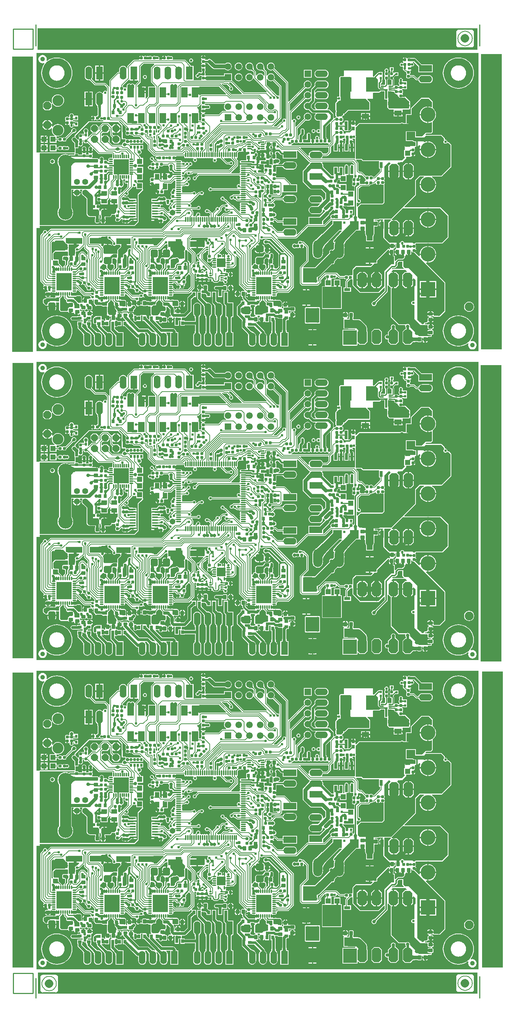
<source format=gbr>
G04 Generated on UCAM*
%FSLAX24Y24*%
%MOIN*%
%IPPOS*%
%ADD10C,0.00700*%
%AMCOM11*
4,1-$1,40,
-0.03935,0.00000,
-0.03884,0.00631,-0.03732,0.01246,-0.03484,0.01829,-0.03146,0.02364,-0.02726,0.02838,
-0.02235,0.03238,-0.01687,0.03555,-0.01095,0.03780,-0.00474,0.03906,0.00158,0.03932,
0.00787,0.03855,0.01395,0.03679,0.01968,0.03408,0.02489,0.03048,0.02945,0.02609,
0.03326,0.02103,0.03620,0.01542,0.03821,0.00942,0.03922,0.00317,0.03935,0.00000,
0.03922,-0.00317,0.03821,-0.00942,0.03620,-0.01542,0.03326,-0.02103,0.02945,-0.02609,
0.02489,-0.03048,0.01968,-0.03408,0.01395,-0.03679,0.00787,-0.03855,0.00158,-0.03932,
-0.00474,-0.03906,-0.01095,-0.03780,-0.01687,-0.03555,-0.02235,-0.03238,-0.02726,-0.02838,
-0.03146,-0.02364,-0.03484,-0.01829,-0.03732,-0.01246,-0.03884,-0.00631,-0.03935,0.00000,$2*
%
%ADD11COM11,0X0.00*%
%ADD12C,0.01000*%
%ADD13C,0.00900*%
%ADD14C,0.01200*%
%ADD15C,0.06700*%
%ADD16R,0.06890X0.04530*%
%ADD17R,0.02370X0.02170*%
%ADD18R,0.02170X0.02370*%
%ADD19R,0.09700X0.13700*%
%AMCOM20*
4,1-$1,20,
-0.01300,0.00670,
-0.01261,0.00867,-0.01143,0.01043,-0.00967,0.01161,-0.00770,0.01200,0.00770,0.01200,
0.00967,0.01161,0.01143,0.01043,0.01261,0.00867,0.01300,0.00670,0.01300,-0.00668,
0.01274,-0.00830,0.01163,-0.01023,0.00981,-0.01155,0.00771,-0.01200,-0.00770,-0.01200,
-0.00967,-0.01161,-0.01143,-0.01043,-0.01261,-0.00867,-0.01300,-0.00670,-0.01300,0.00670,$2*
%
%ADD20COM20,0X0.00*%
%ADD21R,0.01770X0.07010*%
%ADD22R,0.03350X0.05990*%
%ADD23R,0.02560X0.01260*%
%AMCOM24*
4,1-$1,24,
-0.01555,0.01393,
-0.01519,0.01615,-0.01406,0.01819,-0.01231,0.01974,-0.01014,0.02061,-0.00796,0.02070,
0.00796,0.02070,0.01014,0.02061,0.01231,0.01974,0.01406,0.01819,0.01519,0.01615,
0.01555,0.01393,0.01555,-0.01393,0.01519,-0.01615,0.01406,-0.01819,0.01231,-0.01974,
0.01014,-0.02061,0.00796,-0.02070,-0.00796,-0.02070,-0.01014,-0.02061,-0.01231,-0.01974,
-0.01406,-0.01819,-0.01519,-0.01615,-0.01555,-0.01393,-0.01555,0.01393,$2*
%
%ADD24COM24,0X0.00*%
%ADD25R,0.02840X0.03660*%
%AMCOM26*
4,1-$1,20,
-0.01200,0.00770,
-0.01161,0.00967,-0.01043,0.01143,-0.00867,0.01261,-0.00670,0.01300,0.00670,0.01300,
0.00867,0.01261,0.01043,0.01143,0.01161,0.00967,0.01200,0.00770,0.01200,-0.00768,
0.01174,-0.00930,0.01063,-0.01123,0.00881,-0.01255,0.00671,-0.01300,-0.00670,-0.01300,
-0.00867,-0.01261,-0.01043,-0.01143,-0.01161,-0.00967,-0.01200,-0.00770,-0.01200,0.00770,$2*
%
%ADD26COM26,0X0.00*%
%ADD27R,0.03000X0.05800*%
%ADD28R,0.19900X0.17200*%
%ADD29R,0.05800X0.03000*%
%ADD30R,0.17200X0.19900*%
%AMCOM31*
4,1-$1,30,
-0.01541,0.00070,
-0.01523,0.00209,-0.01469,0.00339,-0.01445,0.00370,-0.01457,0.00382,-0.00382,0.01457,
-0.00367,0.01441,-0.00276,0.01501,-0.00071,0.01542,0.00135,0.01502,0.00226,0.01442,
0.00240,0.01457,0.01457,0.00240,0.01442,0.00226,0.01502,0.00135,0.01542,-0.00071,
0.01501,-0.00276,0.01441,-0.00367,0.01457,-0.00382,0.00382,-0.01457,0.00366,-0.01441,
0.00276,-0.01501,0.00071,-0.01542,-0.00135,-0.01502,-0.00226,-0.01442,-0.00240,-0.01457,
-0.01457,-0.00240,-0.01446,-0.00230,-0.01470,-0.00198,-0.01523,-0.00069,-0.01541,0.00070,$2*
%
%ADD31COM31,0X0.00*%
%ADD32R,0.06110X0.09370*%
%ADD33R,0.03350X0.01370*%
%ADD34R,0.05630X0.07290*%
%ADD35R,0.02200X0.03000*%
%ADD36R,0.05200X0.01700*%
%ADD37R,0.08100X0.08100*%
%AMCOM38*
4,1-$1,39,
-0.02100,0.00000,
-0.02073,0.00337,-0.01992,0.00665,-0.01860,0.00976,-0.01679,0.01262,-0.01455,0.01515,
-0.01193,0.01729,-0.00900,0.01898,-0.00584,0.02017,-0.00253,0.02085,0.00085,0.02099,
0.00420,0.02058,0.00745,0.01964,0.01050,0.01819,0.01328,0.01627,0.01572,0.01393,
0.01775,0.01123,0.01932,0.00823,0.02039,0.00503,0.02094,0.00169,0.02094,-0.00169,
0.02039,-0.00503,0.01932,-0.00823,0.01775,-0.01123,0.01572,-0.01393,0.01328,-0.01627,
0.01050,-0.01819,0.00745,-0.01964,0.00420,-0.02058,0.00085,-0.02099,-0.00253,-0.02085,
-0.00584,-0.02017,-0.00900,-0.01898,-0.01193,-0.01729,-0.01455,-0.01515,-0.01679,-0.01262,
-0.01860,-0.00976,-0.01992,-0.00665,-0.02073,-0.00337,-0.02100,0.00000,$2*
%
%ADD38COM38,0X0.00*%
%ADD39R,0.12800X0.06500*%
%AMCOM40*
4,1-$1,36,
-0.02700,0.01705,
-0.02674,0.01973,-0.02594,0.02236,-0.02464,0.02478,-0.02290,0.02690,-0.02078,0.02864,
-0.01836,0.02994,-0.01573,0.03074,-0.01305,0.03100,0.01305,0.03100,0.01573,0.03074,
0.01836,0.02994,0.02078,0.02864,0.02290,0.02690,0.02464,0.02478,0.02594,0.02236,
0.02674,0.01973,0.02700,0.01705,0.02700,-0.01705,0.02674,-0.01973,0.02594,-0.02236,
0.02464,-0.02478,0.02290,-0.02690,0.02078,-0.02864,0.01836,-0.02994,0.01573,-0.03074,
0.01305,-0.03100,-0.01305,-0.03100,-0.01573,-0.03074,-0.01836,-0.02994,-0.02078,-0.02864,
-0.02290,-0.02690,-0.02464,-0.02478,-0.02594,-0.02236,-0.02674,-0.01973,-0.02700,-0.01705,
-0.02700,0.01705,$2*
%
%ADD40COM40,0X0.00*%
%ADD41R,0.05400X0.04400*%
%ADD42R,0.02200X0.02800*%
%AMCOM43*
4,1-$1,27,
-0.02075,-0.00877,
-0.02074,-0.00840,-0.02072,-0.00810,-0.02070,-0.00788,-0.02070,0.00796,-0.02061,0.01014,
-0.01974,0.01231,-0.01819,0.01406,-0.01615,0.01519,-0.01393,0.01555,0.01393,0.01555,
0.01615,0.01519,0.01819,0.01406,0.01974,0.01231,0.02061,0.01014,0.02070,0.00796,
0.02070,-0.00796,0.02061,-0.01014,0.01974,-0.01231,0.01819,-0.01406,0.01615,-0.01519,
0.01393,-0.01555,-0.01392,-0.01555,-0.01598,-0.01524,-0.01791,-0.01427,-0.01944,-0.01275,
-0.02042,-0.01083,-0.02075,-0.00877,$2*
%
%ADD43COM43,0X0.00*%
%ADD44O,0.01180X0.05320*%
%ADD45O,0.05320X0.01180*%
%ADD46R,0.02600X0.02600*%
%ADD47C,0.06200*%
%AMCOM48*
4,1-$1,43,
-0.03655,-0.01584,
-0.03654,-0.01535,-0.03653,-0.01491,-0.03650,-0.01451,-0.03650,0.01455,-0.03645,0.01768,
-0.03578,0.02083,-0.03453,0.02379,-0.03273,0.02646,-0.03046,0.02873,-0.02779,0.03053,
-0.02483,0.03178,-0.02168,0.03245,-0.01855,0.03250,0.01855,0.03250,0.02168,0.03245,
0.02483,0.03178,0.02779,0.03053,0.03046,0.02873,0.03273,0.02645,0.03453,0.02379,
0.03578,0.02083,0.03645,0.01768,0.03650,0.01455,0.03650,-0.01455,0.03645,-0.01768,
0.03578,-0.02083,0.03453,-0.02379,0.03273,-0.02645,0.03046,-0.02873,0.02779,-0.03053,
0.02483,-0.03178,0.02168,-0.03245,0.01856,-0.03250,-0.01855,-0.03250,-0.02154,-0.03246,
-0.02455,-0.03187,-0.02740,-0.03073,-0.02999,-0.02910,-0.03225,-0.02702,-0.03408,-0.02456,
-0.03544,-0.02181,-0.03627,-0.01885,-0.03655,-0.01584,$2*
%
%ADD48COM48,0X0.00*%
%ADD49R,0.13590X0.05710*%
%ADD50R,0.02600X0.06200*%
%ADD51R,0.05000X0.05000*%
%AMCOM52*
4,1-$1,44,
-0.02600,0.00000,
-0.02574,0.00370,-0.02495,0.00733,-0.02365,0.01080,-0.02187,0.01406,-0.01965,0.01703,
-0.01703,0.01965,-0.01406,0.02187,-0.01080,0.02365,-0.00733,0.02495,-0.00370,0.02574,
0.00000,0.02600,0.00370,0.02574,0.00733,0.02495,0.01080,0.02365,0.01406,0.02187,
0.01703,0.01965,0.01965,0.01703,0.02187,0.01406,0.02365,0.01080,0.02495,0.00733,
0.02574,0.00370,0.02600,0.00000,0.02574,-0.00370,0.02495,-0.00733,0.02365,-0.01080,
0.02187,-0.01406,0.01965,-0.01703,0.01703,-0.01965,0.01406,-0.02187,0.01080,-0.02365,
0.00733,-0.02495,0.00370,-0.02574,0.00000,-0.02600,-0.00370,-0.02574,-0.00733,-0.02495,
-0.01080,-0.02365,-0.01406,-0.02187,-0.01703,-0.01965,-0.01965,-0.01703,-0.02187,-0.01406,
-0.02365,-0.01080,-0.02495,-0.00733,-0.02574,-0.00370,-0.02600,0.00000,$2*
%
%ADD52COM52,0X0.00*%
%ADD53R,0.14370X0.16340*%
%ADD54O,0.01180X0.03550*%
%ADD55O,0.03550X0.01180*%
%AMCOM56*
4,1-$1,24,
-0.00650,0.01145,
-0.00609,0.01342,-0.00491,0.01515,-0.00316,0.01631,-0.00210,0.01652,-0.00210,0.01675,
0.00210,0.01675,0.00210,0.01652,0.00316,0.01631,0.00491,0.01515,0.00609,0.01342,
0.00650,0.01145,0.00650,-0.01145,0.00609,-0.01342,0.00491,-0.01515,0.00316,-0.01631,
0.00210,-0.01652,0.00210,-0.01675,-0.00210,-0.01675,-0.00210,-0.01652,-0.00316,-0.01631,
-0.00491,-0.01515,-0.00609,-0.01342,-0.00650,-0.01145,-0.00650,0.01145,$2*
%
%ADD56COM56,0X0.00*%
%AMCOM57*
4,1-$1,24,
-0.01675,0.00210,
-0.01652,0.00210,-0.01631,0.00316,-0.01515,0.00491,-0.01342,0.00609,-0.01145,0.00650,
0.01145,0.00650,0.01342,0.00609,0.01515,0.00491,0.01631,0.00316,0.01652,0.00210,
0.01675,0.00210,0.01675,-0.00210,0.01652,-0.00210,0.01631,-0.00316,0.01515,-0.00491,
0.01342,-0.00609,0.01145,-0.00650,-0.01145,-0.00650,-0.01342,-0.00609,-0.01515,-0.00491,
-0.01631,-0.00316,-0.01652,-0.00210,-0.01675,-0.00210,-0.01675,0.00210,$2*
%
%ADD57COM57,0X0.00*%
%ADD58R,0.13900X0.13900*%
%ADD59R,0.02560X0.03350*%
%ADD60R,0.03350X0.02370*%
%ADD61R,0.02370X0.01180*%
%ADD62R,0.00990X0.06500*%
%ADD63R,0.01970X0.01380*%
%ADD64R,0.08270X0.08270*%
%ADD65O,0.01300X0.03350*%
%ADD66O,0.03350X0.01300*%
%AMREC*21,1-$4,$1,$2,0,0,$3*%
%ADD67REC,0.01706X0.01706X45.00X0*%
%ADD68R,0.01220X0.01220*%
%ADD69R,0.01380X0.01970*%
%ADD70R,0.03660X0.02840*%
%ADD71R,0.05710X0.13590*%
%AMCOM72*
4,1-$1,43,
-0.03255,-0.01984,
-0.03254,-0.01936,-0.03253,-0.01891,-0.03250,-0.01851,-0.03250,0.01856,-0.03245,0.02168,
-0.03178,0.02483,-0.03053,0.02779,-0.02873,0.03046,-0.02645,0.03273,-0.02379,0.03453,
-0.02083,0.03578,-0.01768,0.03645,-0.01455,0.03650,0.01455,0.03650,0.01768,0.03645,
0.02083,0.03578,0.02379,0.03453,0.02645,0.03273,0.02873,0.03046,0.03053,0.02779,
0.03178,0.02483,0.03245,0.02168,0.03250,0.01855,0.03250,-0.01855,0.03245,-0.02168,
0.03178,-0.02483,0.03053,-0.02779,0.02873,-0.03046,0.02646,-0.03273,0.02379,-0.03453,
0.02083,-0.03578,0.01768,-0.03645,0.01455,-0.03650,-0.01455,-0.03650,-0.01753,-0.03646,
-0.02054,-0.03587,-0.02339,-0.03473,-0.02599,-0.03310,-0.02824,-0.03102,-0.03008,-0.02856,
-0.03144,-0.02581,-0.03227,-0.02286,-0.03255,-0.01984,$2*
%
%ADD72COM72,0X0.00*%
%ADD73R,0.03350X0.02560*%
%ADD74R,0.04400X0.05400*%
%ADD75R,0.07290X0.05630*%
%ADD76C,0.00800*%
%ADD77C,0.01700*%
%ADD78C,0.01400*%
%ADD79C,0.00990*%
%ADD80C,0.01800*%
%ADD81C,0.02200*%
%ADD82C,0.01300*%
%ADD83C,0.01150*%
%ADD84C,0.02170*%
%ADD85C,0.02000*%
%ADD86C,0.02400*%
%ADD87C,0.02700*%
%ADD88C,0.03200*%
%ADD89C,0.04200*%
%ADD90C,0.01350*%
%ADD91C,0.02900*%
%ADD92C,0.02600*%
%ADD93C,0.01770*%
%ADD94C,0.01970*%
%ADD95C,0.03600*%
%ADD96C,0.07700*%
%ADD97C,0.03800*%
%ADD98C,0.10200*%
%ADD99C,0.03000*%
%ADD100C,0.03700*%
%ADD101C,0.05200*%
%ADD102C,0.03400*%
%ADD103C,0.07200*%
%ADD104C,0.01100*%
%ADD105C,0.02500*%
%ADD106C,0.01600*%
%ADD107R,0.13400X0.12750*%
%ADD108R,0.14000X0.11800*%
%ADD109R,0.12400X0.13500*%
%ADD110R,0.12400X0.13600*%
%ADD111R,0.18800X0.08030*%
%ADD112R,0.12500X0.13300*%
%ADD113R,0.12500X0.13700*%
%ADD114R,0.13000X0.13400*%
%ADD115R,0.06110X0.06110*%
%ADD116C,0.06110*%
%ADD117O,0.08450X0.16700*%
%ADD118O,0.12010X0.06110*%
%AMCOM119*
4,1-$1,8,
-0.04250,0.04621,
-0.02121,0.06750,0.02121,0.06750,0.04250,0.04621,0.04250,-0.04621,0.02121,-0.06750,
-0.02121,-0.06750,-0.04250,-0.04621,-0.04250,0.04621,$2*
%
%ADD119COM119,0X0.00*%
%AMBOXS*
$10=$1/2*$11=$2/2*$12=$10-$3*$13=$11-$4*
4,1-$6,8,0-$12,$11,$12,$11,$10,$13,$10,0-$13,$12,0-$11,0-$12,0-$11,0-$10,0-$13,0-$10,$13,0-$12,$11,$5*%
%ADD120BOXS,0.06399X0.06399X0.01874X0.01874X45.00X0*%
%ADD121C,0.05600*%
%ADD122C,0.13250*%
%ADD123BOXS,0.07203X0.07203X0.02110X0.02110X45.00X0*%
%ADD124R,0.12200X0.06200*%
%ADD125O,0.12200X0.06200*%
%ADD126R,0.06200X0.12200*%
%ADD127O,0.06200X0.12200*%
%ADD128C,0.13800*%
%ADD129R,0.13800X0.13800*%
%ADD130C,0.08200*%
%ADD131C,0.03100*%
%ADD132C,0.01200*%
%ADD133C,0.03200*%
%AMCOM134*
4,1-$1,20,
-0.01200,0.00770,
-0.01161,0.00967,-0.01043,0.01143,-0.00867,0.01261,-0.00670,0.01300,0.00670,0.01300,
0.00867,0.01261,0.01043,0.01143,0.01161,0.00967,0.01200,0.00770,0.01200,-0.00768,
0.01174,-0.00930,0.01063,-0.01123,0.00881,-0.01255,0.00671,-0.01300,-0.00670,-0.01300,
-0.00867,-0.01261,-0.01043,-0.01143,-0.01161,-0.00967,-0.01200,-0.00770,-0.01200,0.00770,$2*
%
%ADD134COM134,0X0.00*%
%ADD135C,0.02200*%
%AMCOM136*
4,1-$1,20,
-0.01300,0.00670,
-0.01261,0.00867,-0.01143,0.01043,-0.00967,0.01161,-0.00770,0.01200,0.00770,0.01200,
0.00967,0.01161,0.01143,0.01043,0.01261,0.00867,0.01300,0.00670,0.01300,-0.00668,
0.01274,-0.00830,0.01163,-0.01023,0.00981,-0.01155,0.00771,-0.01200,-0.00770,-0.01200,
-0.00967,-0.01161,-0.01143,-0.01043,-0.01261,-0.00867,-0.01300,-0.00670,-0.01300,0.00670,$2*
%
%ADD136COM136,0X0.00*%
%ADD137C,0.00500*%
%ADD138C,0.01050*%
%SRX1Y1I0.0000J0.0000*%
%LN29384_layer1*%
%LPD*%
G36*
X52953Y97530D02*
X11968D01*
Y99528*
X52953*
Y97530*
G37*
G36*
X52963Y9606D02*
X12008D01*
Y11604*
X52963*
Y9606*
G37*
G36*
X55195Y40570D02*
X53256D01*
Y68149*
X55195*
Y40570*
G37*
G36*
X55315Y12047D02*
X53376D01*
Y39616*
X55315*
Y12047*
G37*
G36*
X55225Y69632D02*
X53286D01*
Y97132*
X55225*
Y69632*
G37*
G36*
X11585Y40859D02*
X9646D01*
Y68359*
X11585*
Y40859*
G37*
G36*
X11565Y69402D02*
X9626D01*
Y96902*
X11565*
Y69402*
G37*
G36*
X11585Y12047D02*
X9646D01*
Y39518*
X11585*
Y12047*
G37*
%LPC*%
G36*
X52480Y99378D02*
X52391Y99396D01*
Y99395*
X51209*
Y99396*
X51120Y99378*
X51045Y99328*
X50994Y99252*
X50976Y99163*
X50978*
Y97982*
X50976*
X50994Y97893*
X51045Y97817*
X51120Y97766*
X51209Y97749*
Y97750*
X52391*
Y97749*
X52480Y97766*
X52555Y97817*
X52606Y97893*
X52624Y97982*
X52622*
Y99163*
X52624*
X52606Y99252*
X52555Y99328*
X52480Y99378*
G37*
G36*
X52480Y11406D02*
X52391Y11424D01*
Y11422*
X51209*
Y11424*
X51120Y11406*
X51045Y11355*
X50994Y11280*
X50976Y11191*
X50978*
Y10009*
X50976*
X50994Y9920*
X51045Y9845*
X51120Y9794*
X51209Y9776*
Y9778*
X52391*
Y9776*
X52480Y9794*
X52555Y9845*
X52606Y9920*
X52624Y10009*
X52622*
Y11191*
X52624*
X52606Y11280*
X52555Y11355*
X52480Y11406*
G37*
G36*
X13741Y11367D02*
X13652Y11385D01*
Y11383*
X12470*
Y11385*
X12381Y11367*
X12306Y11316*
X12255Y11241*
X12237Y11152*
X12239*
Y9970*
X12237*
X12255Y9881*
X12306Y9806*
X12381Y9755*
X12470Y9737*
Y9739*
X13652*
Y9737*
X13741Y9755*
X13816Y9806*
X13867Y9881*
X13885Y9970*
X13883*
Y11152*
X13885*
X13867Y11241*
X13816Y11316*
X13741Y11367*
G37*
%LPD*%
D10*
X52469Y98572D02*
X52462Y98672D01*
X52440Y98770*
X52403Y98863*
X52353Y98949*
X52291Y99028*
X52217Y99096*
X52135Y99152*
X52045Y99195*
X51949Y99225*
X51850Y99240*
X51750*
X51651Y99225*
X51555Y99195*
X51465Y99152*
X51383Y99096*
X51309Y99028*
X51247Y98949*
X51197Y98863*
X51160Y98770*
X51138Y98672*
X51131Y98572*
X51138Y98473*
X51160Y98375*
X51197Y98282*
X51247Y98195*
X51309Y98117*
X51383Y98049*
X51465Y97993*
X51555Y97949*
X51651Y97920*
X51750Y97905*
X51850*
X51949Y97920*
X52045Y97949*
X52135Y97993*
X52217Y98049*
X52291Y98117*
X52353Y98195*
X52403Y98282*
X52440Y98375*
X52462Y98473*
X52469Y98572*
X52469Y10600D02*
X52462Y10700D01*
X52440Y10797*
X52403Y10890*
X52353Y10977*
X52291Y11055*
X52217Y11123*
X52135Y11180*
X52045Y11223*
X51949Y11253*
X51850Y11267*
X51750*
X51651Y11253*
X51555Y11223*
X51465Y11180*
X51383Y11123*
X51309Y11055*
X51247Y10977*
X51197Y10890*
X51160Y10797*
X51138Y10700*
X51131Y10600*
X51138Y10500*
X51160Y10403*
X51197Y10310*
X51247Y10223*
X51309Y10145*
X51383Y10077*
X51465Y10020*
X51555Y9977*
X51651Y9947*
X51750Y9933*
X51850*
X51949Y9947*
X52045Y9977*
X52135Y10020*
X52217Y10077*
X52291Y10145*
X52353Y10223*
X52403Y10310*
X52440Y10403*
X52462Y10500*
X52469Y10600*
X13730Y10561D02*
X13723Y10661D01*
X13701Y10758*
X13664Y10851*
X13614Y10938*
X13552Y11016*
X13478Y11084*
X13396Y11141*
X13306Y11184*
X13210Y11214*
X13111Y11228*
X13011*
X12912Y11214*
X12816Y11184*
X12726Y11141*
X12644Y11084*
X12570Y11016*
X12508Y10938*
X12458Y10851*
X12421Y10758*
X12399Y10661*
X12392Y10561*
X12399Y10461*
X12421Y10364*
X12458Y10271*
X12508Y10184*
X12570Y10106*
X12644Y10038*
X12726Y9981*
X12816Y9938*
X12912Y9909*
X13011Y9894*
X13111*
X13210Y9909*
X13306Y9938*
X13396Y9981*
X13478Y10038*
X13552Y10106*
X13614Y10184*
X13664Y10271*
X13701Y10364*
X13723Y10461*
X13730Y10561*
D11*
X51800Y98572D03*
Y10600D03*
X13061Y10561D03*
D12*
X11545Y97589D02*
Y99449D01*
X9705Y99449D02*
X11545D01*
X9705Y97589D02*
Y99449D01*
X9705Y97589D02*
X11545D01*
X9705Y11516D02*
X11545D01*
X11545Y9656D02*
Y11516D01*
X9705Y9656D02*
Y11516D01*
X9705Y9656D02*
X11545D01*
X22599Y16338D02*
X22647Y16319D01*
X22960Y16486D02*
X22909Y16409D01*
X22891Y16319*
X22960Y16486D02*
X22960D01*
X40538Y33381D02*
Y33436D01*
X40259Y33102D02*
X40538Y33381D01*
X40538Y33436D02*
X40565Y33463D01*
X44965Y38141D02*
X44975Y38151D01*
X44973Y37340D02*
X45043Y37270D01*
X44469Y36698D02*
Y37340D01*
X44342Y36571D02*
X44469Y36698D01*
X45026Y36571D02*
X45073Y36618D01*
X44833Y36571D02*
X45026D01*
X44965Y37340D02*
X44973D01*
X45073Y36618D02*
Y37215D01*
X45043Y37245D02*
X45073Y37215D01*
X45043Y37245D02*
Y37270D01*
X44085Y36571D02*
X44342D01*
X44965Y37719D02*
Y38141D01*
X45309Y37684D02*
X45405D01*
X44965Y37340D02*
X45309Y37684D01*
X45399Y36468D02*
X45819D01*
X45399Y36057D02*
X45819D01*
X44833Y36394D02*
X45325D01*
X44833Y36217D02*
X45240D01*
X45325Y36394D02*
X45399Y36468D01*
X45240Y36217D02*
X45399Y36057D01*
X45819Y36468D02*
X46219D01*
X33024Y30506D02*
X33139D01*
X33163Y30530*
X33164Y30531*
X32909Y30420D02*
X32938D01*
X33024Y30506*
X32087Y23905D02*
Y23929D01*
X31991Y23809D02*
X32087Y23905D01*
X31967Y23809D02*
X31991D01*
X31854Y23696D02*
X31967Y23809D01*
X32087Y23929D02*
X32299Y24140D01*
X31854Y23641D02*
Y23696D01*
X27744Y22070D02*
Y22129D01*
X27605Y22269D02*
X27744Y22129D01*
X27418Y22269D02*
X27605D01*
X27744Y22070D02*
X27866Y21948D01*
X27974Y22254D02*
Y22263D01*
X28096Y22073D02*
Y22132D01*
X27974Y22254D02*
X28096Y22132D01*
X27460Y19773D02*
X27724Y19510D01*
X27205Y19454D02*
Y19458D01*
X27257Y19510*
X27081Y19330D02*
X27205Y19454D01*
X27257Y19510D02*
X27338D01*
X27162Y19250D02*
X27338D01*
X27081Y19330D02*
X27162Y19250D01*
X28112Y19970D02*
X28161Y19921D01*
X28454*
X27606Y19454D02*
Y19472D01*
X27643Y19510*
X27531Y19380D02*
X27606Y19454D01*
X27643Y19510D02*
X27724D01*
X27718Y18553D02*
X27748Y18523D01*
X28074*
X28220Y21948D02*
X28319Y21850D01*
X28319Y21555D02*
Y21850D01*
X28096Y22073D02*
X28220Y21948D01*
X27940Y23814D02*
Y24157D01*
X23272Y31526D02*
X23368Y31430D01*
X23272Y31526D02*
Y31818D01*
X23259Y31830D02*
X23272Y31818D01*
X45951Y21791D02*
Y21971D01*
X45951Y21791D02*
X46081Y21661D01*
X40259Y32636D02*
X40575Y32319D01*
X40330Y26551D02*
X40363Y26518D01*
X41139*
X28303Y18519D02*
Y18657D01*
X28240Y18720D02*
X28303Y18657D01*
X28074Y18720D02*
X28240D01*
X28438Y18384D02*
X28720D01*
X28303Y18519D02*
X28438Y18384D01*
X29114Y19114D02*
Y19303D01*
X28941Y19476D02*
X29114Y19303D01*
X28801Y19476D02*
X28941D01*
X29114Y19114D02*
X29509D01*
X29114Y19114D02*
X29114D01*
X29509Y19114D02*
X29578Y19045D01*
X29450Y18917D02*
X29578Y19045D01*
X29114Y18917D02*
X29450D01*
X28850Y18858D02*
X28909Y18917D01*
X29114*
X28850Y18513D02*
Y18858D01*
X28720Y18384D02*
X28850Y18513D01*
X27928Y18720D02*
X28074D01*
X27718Y18930D02*
X27928Y18720D01*
X27724Y18936D02*
Y19250D01*
X27718Y18930D02*
X27724Y18936D01*
X27743Y23819D02*
X27743D01*
Y24157*
X39921Y27301D02*
X40084Y27138D01*
X40451*
X39838Y27938D02*
X39871Y27971D01*
X40451*
X46441Y30358D02*
X46724Y30641D01*
X46941*
X33230Y26328D02*
X33609Y25950D01*
X39849Y32869D02*
X40706D01*
X28727Y30180D02*
Y30492D01*
X28736Y30502*
X22599Y45118D02*
X22647Y45099D01*
X22960Y45266D02*
X22909Y45189D01*
X22891Y45099*
X22960Y45266D02*
X22960D01*
X40538Y62161D02*
Y62216D01*
X40259Y61882D02*
X40538Y62161D01*
X40538Y62216D02*
X40565Y62243D01*
X44965Y66921D02*
X44975Y66931D01*
X44973Y66120D02*
X45043Y66050D01*
X44469Y65478D02*
Y66120D01*
X44342Y65351D02*
X44469Y65478D01*
X45026Y65351D02*
X45073Y65398D01*
X44833Y65351D02*
X45026D01*
X44965Y66120D02*
X44973D01*
X45073Y65398D02*
Y65995D01*
X45043Y66025D02*
X45073Y65995D01*
X45043Y66025D02*
Y66050D01*
X44085Y65351D02*
X44342D01*
X44965Y66499D02*
Y66921D01*
X45309Y66464D02*
X45405D01*
X44965Y66120D02*
X45309Y66464D01*
X45399Y65248D02*
X45819D01*
X45399Y64837D02*
X45819D01*
X44833Y65174D02*
X45325D01*
X44833Y64997D02*
X45240D01*
X45325Y65174D02*
X45399Y65248D01*
X45240Y64997D02*
X45399Y64837D01*
X45819Y65248D02*
X46219D01*
X33024Y59286D02*
X33139D01*
X33163Y59310*
X33164Y59311*
X32909Y59200D02*
X32938D01*
X33024Y59286*
X32087Y52685D02*
Y52709D01*
X31991Y52589D02*
X32087Y52685D01*
X31967Y52589D02*
X31991D01*
X31854Y52476D02*
X31967Y52589D01*
X32087Y52709D02*
X32299Y52920D01*
X31854Y52421D02*
Y52476D01*
X27744Y50850D02*
Y50909D01*
X27605Y51049D02*
X27744Y50909D01*
X27418Y51049D02*
X27605D01*
X27744Y50850D02*
X27866Y50728D01*
X27974Y51034D02*
Y51043D01*
X28096Y50853D02*
Y50912D01*
X27974Y51034D02*
X28096Y50912D01*
X27460Y48553D02*
X27724Y48290D01*
X27205Y48234D02*
Y48238D01*
X27257Y48290*
X27081Y48110D02*
X27205Y48234D01*
X27257Y48290D02*
X27338D01*
X27162Y48030D02*
X27338D01*
X27081Y48110D02*
X27162Y48030D01*
X28112Y48750D02*
X28161Y48701D01*
X28454*
X27606Y48234D02*
Y48252D01*
X27643Y48290*
X27531Y48160D02*
X27606Y48234D01*
X27643Y48290D02*
X27724D01*
X27718Y47333D02*
X27748Y47303D01*
X28074*
X28220Y50728D02*
X28319Y50630D01*
X28319Y50335D02*
Y50630D01*
X28096Y50853D02*
X28220Y50728D01*
X27940Y52594D02*
Y52937D01*
X23272Y60306D02*
X23368Y60210D01*
X23272Y60306D02*
Y60598D01*
X23259Y60610D02*
X23272Y60598D01*
X45951Y50571D02*
Y50751D01*
X45951Y50571D02*
X46081Y50441D01*
X40259Y61416D02*
X40575Y61099D01*
X40330Y55331D02*
X40363Y55298D01*
X41139*
X28303Y47299D02*
Y47437D01*
X28240Y47500D02*
X28303Y47437D01*
X28074Y47500D02*
X28240D01*
X28438Y47164D02*
X28720D01*
X28303Y47299D02*
X28438Y47164D01*
X29114Y47894D02*
Y48083D01*
X28941Y48256D02*
X29114Y48083D01*
X28801Y48256D02*
X28941D01*
X29114Y47894D02*
X29509D01*
X29114Y47894D02*
X29114D01*
X29509Y47894D02*
X29578Y47825D01*
X29450Y47697D02*
X29578Y47825D01*
X29114Y47697D02*
X29450D01*
X28850Y47638D02*
X28909Y47697D01*
X29114*
X28850Y47293D02*
Y47638D01*
X28720Y47164D02*
X28850Y47293D01*
X27928Y47500D02*
X28074D01*
X27718Y47710D02*
X27928Y47500D01*
X27724Y47716D02*
Y48030D01*
X27718Y47710D02*
X27724Y47716D01*
X27743Y52599D02*
X27743D01*
Y52937*
X39921Y56081D02*
X40084Y55918D01*
X40451*
X39838Y56718D02*
X39871Y56751D01*
X40451*
X46441Y59138D02*
X46724Y59421D01*
X46941*
X33230Y55108D02*
X33609Y54730D01*
X39849Y61649D02*
X40706D01*
X28727Y58960D02*
Y59272D01*
X28736Y59282*
X22599Y73897D02*
X22647Y73878D01*
X22960Y74045D02*
X22909Y73968D01*
X22891Y73878*
X22960Y74045D02*
X22960D01*
X40538Y90940D02*
Y90995D01*
X40259Y90661D02*
X40538Y90940D01*
X40538Y90995D02*
X40565Y91022D01*
X44965Y95700D02*
X44975Y95710D01*
X44973Y94899D02*
X45043Y94829D01*
X44469Y94257D02*
Y94899D01*
X44342Y94130D02*
X44469Y94257D01*
X45026Y94130D02*
X45073Y94177D01*
X44833Y94130D02*
X45026D01*
X44965Y94899D02*
X44973D01*
X45073Y94177D02*
Y94774D01*
X45043Y94804D02*
X45073Y94774D01*
X45043Y94804D02*
Y94829D01*
X44085Y94130D02*
X44342D01*
X44965Y95278D02*
Y95700D01*
X45309Y95243D02*
X45405D01*
X44965Y94899D02*
X45309Y95243D01*
X45399Y94027D02*
X45819D01*
X45399Y93616D02*
X45819D01*
X44833Y93953D02*
X45325D01*
X44833Y93776D02*
X45240D01*
X45325Y93953D02*
X45399Y94027D01*
X45240Y93776D02*
X45399Y93616D01*
X45819Y94027D02*
X46219D01*
X33024Y88065D02*
X33139D01*
X33163Y88089*
X33164Y88090*
X32909Y87979D02*
X32938D01*
X33024Y88065*
X32087Y81464D02*
Y81488D01*
X31991Y81368D02*
X32087Y81464D01*
X31967Y81368D02*
X31991D01*
X31854Y81255D02*
X31967Y81368D01*
X32087Y81488D02*
X32299Y81699D01*
X31854Y81200D02*
Y81255D01*
X27744Y79629D02*
Y79688D01*
X27605Y79828D02*
X27744Y79688D01*
X27418Y79828D02*
X27605D01*
X27744Y79629D02*
X27866Y79507D01*
X27974Y79813D02*
Y79822D01*
X28096Y79632D02*
Y79691D01*
X27974Y79813D02*
X28096Y79691D01*
X27460Y77332D02*
X27724Y77069D01*
X27205Y77013D02*
Y77017D01*
X27257Y77069*
X27081Y76889D02*
X27205Y77013D01*
X27257Y77069D02*
X27338D01*
X27162Y76809D02*
X27338D01*
X27081Y76889D02*
X27162Y76809D01*
X28112Y77529D02*
X28161Y77480D01*
X28454*
X27606Y77013D02*
Y77031D01*
X27643Y77069*
X27531Y76939D02*
X27606Y77013D01*
X27643Y77069D02*
X27724D01*
X27718Y76112D02*
X27748Y76082D01*
X28074*
X28220Y79507D02*
X28319Y79409D01*
X28319Y79114D02*
Y79409D01*
X28096Y79632D02*
X28220Y79507D01*
X27940Y81373D02*
Y81716D01*
X23272Y89085D02*
X23368Y88989D01*
X23272Y89085D02*
Y89377D01*
X23259Y89389D02*
X23272Y89377D01*
X45951Y79350D02*
Y79530D01*
X45951Y79350D02*
X46081Y79220D01*
X40259Y90195D02*
X40575Y89878D01*
X40330Y84110D02*
X40363Y84077D01*
X41139*
X28303Y76078D02*
Y76216D01*
X28240Y76279D02*
X28303Y76216D01*
X28074Y76279D02*
X28240D01*
X28438Y75943D02*
X28720D01*
X28303Y76078D02*
X28438Y75943D01*
X29114Y76673D02*
Y76862D01*
X28941Y77035D02*
X29114Y76862D01*
X28801Y77035D02*
X28941D01*
X29114Y76673D02*
X29509D01*
X29114Y76673D02*
X29114D01*
X29509Y76673D02*
X29578Y76604D01*
X29450Y76476D02*
X29578Y76604D01*
X29114Y76476D02*
X29450D01*
X28850Y76417D02*
X28909Y76476D01*
X29114*
X28850Y76072D02*
Y76417D01*
X28720Y75943D02*
X28850Y76072D01*
X27928Y76279D02*
X28074D01*
X27718Y76489D02*
X27928Y76279D01*
X27724Y76495D02*
Y76809D01*
X27718Y76489D02*
X27724Y76495D01*
X27743Y81378D02*
X27743D01*
Y81716*
X39921Y84860D02*
X40084Y84697D01*
X40451*
X39838Y85497D02*
X39871Y85530D01*
X40451*
X46441Y87917D02*
X46724Y88200D01*
X46941*
X33230Y83887D02*
X33609Y83509D01*
X39849Y90428D02*
X40706D01*
X28727Y87739D02*
Y88051D01*
X28736Y88061*
G36*
X51718Y15901D02*
X51765Y15787D01*
X51840Y15688*
X51938Y15613*
X52053Y15566*
X52175Y15549*
X52298Y15566*
X52412Y15613*
X52511Y15688*
X52585Y15787*
X52633Y15901*
X52649Y16024*
X52633Y16146*
X52585Y16261*
X52511Y16359*
X52412Y16434*
X52298Y16481*
X52175Y16498*
X52053Y16481*
X51938Y16434*
X51840Y16359*
X51765Y16261*
X51718Y16146*
X51701Y16024*
X49960*
Y18248*
X49954Y18284*
X49933Y18315*
X48153Y20094*
X48175Y20146*
X48399*
X48489Y20155*
X48634Y20198*
X48768Y20270*
X48886Y20366*
X48982Y20484*
X49054Y20618*
X49097Y20763*
X49106Y20853*
X48399*
Y20146*
X48175*
X48176Y20148*
X48183Y20155*
X48278Y20146*
Y20853*
X47571*
X47580Y20758*
X47573Y20751*
X47519Y20728*
X47313Y20934*
X47308Y20938*
X47304Y20943*
X47274Y20973*
X47571*
X48278*
X48399*
X49106*
X49097Y21064*
X49054Y21209*
X48982Y21343*
X48886Y21461*
X48768Y21557*
X48634Y21629*
X48489Y21672*
X48399Y21681*
Y20973*
X48278*
Y21681*
X48188Y21672*
X48043Y21629*
X47909Y21557*
X47791Y21461*
X47695Y21343*
X47623Y21209*
X47580Y21064*
X47571Y20973*
X47274*
X47202Y21046*
X47207Y21104*
X47214Y21109*
X47244Y21154*
X47254Y21207*
Y21212*
X47031*
Y21332*
X47254*
Y21337*
X47244Y21390*
X47214Y21435*
X47196Y21445*
Y21499*
X47225Y21541*
X47233Y21586*
Y21716*
X47225Y21761*
X47199Y21799*
X47175Y21816*
X47171Y21878*
X47174Y21885*
X47222Y21917*
X47229Y21927*
X48326*
X48336Y21928*
X48344*
X48347Y21930*
X48353Y21928*
X48361*
X48371Y21927*
X49638*
X49674Y21933*
X49705Y21954*
X50234Y22483*
X50255Y22514*
X50261Y22550*
Y24498*
X50255Y24534*
X50234Y24566*
X49536Y25264*
X49504Y25285*
X49468Y25291*
X46164*
X46140Y25350*
X47193Y26402*
X47214Y26433*
X47220Y26470*
Y27354*
X47571*
X47580Y27263*
X47623Y27118*
X47695Y26984*
X47791Y26866*
X47909Y26770*
X48043Y26698*
X48188Y26655*
X48278Y26646*
X48399*
X48489Y26655*
X48634Y26698*
X48768Y26770*
X48886Y26866*
X48982Y26984*
X49054Y27118*
X49097Y27263*
X49106Y27354*
X48399*
Y26646*
X48278*
Y27354*
X47571*
X47220*
Y27780*
X47597Y28157*
X47957*
X47974Y28092*
X47909Y28057*
X47791Y27961*
X47695Y27843*
X47623Y27709*
X47580Y27564*
X47571Y27474*
X49106*
X49097Y27564*
X49054Y27709*
X48982Y27843*
X48886Y27961*
X48768Y28057*
X48703Y28092*
X48720Y28157*
X49597*
X49634Y28163*
X49665Y28184*
X50493Y29012*
X50514Y29043*
X50520Y29080*
Y31078*
X50514Y31114*
X50493Y31145*
X50310Y31327*
X50296Y31336*
X50285Y31345*
X50283*
X50279Y31348*
X50265Y31350*
X50248Y31355*
X50188Y31358*
X50152Y31405*
Y31408*
X50138Y31479*
X50098Y31538*
X50039Y31578*
X49968Y31592*
X49965*
X49918Y31628*
X49915Y31688*
X49910Y31705*
X49908Y31719*
X49905Y31723*
Y31725*
X49896Y31736*
X49887Y31750*
X49635Y32003*
X49604Y32024*
X49568Y32030*
X48140*
X48124Y32052*
X48110Y32091*
X48167Y32147*
X48597*
X48634Y32153*
X48665Y32174*
X48773Y32282*
X48794Y32313*
X48800Y32349*
Y33177*
X48798Y33189*
X48797Y33201*
X48794Y33207*
X48793Y33213*
X48787Y33223*
X48780Y33236*
X48774Y33272*
X48778Y33297*
X48785Y33310*
X48871Y33380*
X48965Y33495*
X49035Y33625*
X49077Y33766*
X49092Y33914*
X49092*
X49077Y34061*
X49035Y34202*
X48965Y34332*
X48871Y34447*
X48785Y34517*
X48778Y34530*
X48774Y34555*
X48780Y34591*
X48787Y34604*
X48793Y34614*
X48794Y34620*
X48797Y34626*
X48798Y34638*
X48800Y34650*
Y35107*
X48794Y35144*
X48773Y35175*
X48485Y35463*
X48454Y35484*
X48417Y35490*
X47739*
X47703Y35484*
X47672Y35463*
X46774Y34565*
X46753Y34534*
X46747Y34498*
Y33956*
X46276*
Y33130*
X46082*
X46014Y33176*
X45929Y33193*
X45843Y33176*
X45775Y33130*
X41959*
X41923Y33124*
X41892Y33103*
X41661Y32871*
X41599Y32897*
Y33059*
X41183*
Y32872*
X41203*
Y32639*
X41005Y32442*
X40910*
Y33179*
X41183*
X41331*
X41451*
X41599*
Y33367*
X41451*
Y33179*
X41331*
Y33367*
X41183*
Y33179*
X40910*
Y33347*
X40534*
Y33182*
X40466Y33175*
X40456Y33223*
X40425Y33269*
X40409Y33297*
Y33327*
X40438Y33369*
X40446Y33414*
Y33450*
X42105*
X42469*
X42589*
X42954*
Y33697*
X42589*
Y33450*
X42469*
Y33697*
X42105*
Y33450*
X40446*
Y33544*
X40438Y33589*
X40412Y33627*
X40381Y33648*
X40373Y33654*
X40366Y33677*
X40360Y33718*
X40376Y33733*
X40394Y33760*
X45135*
X45499*
X45619*
X45984*
Y34007*
X45619*
Y33760*
X45499*
Y34007*
X45135*
Y33760*
X40394*
X40397Y33765*
X40401Y33776*
X40429Y33804*
X40440Y33808*
X40454Y33817*
X42105*
X42469*
X42589*
X42954*
Y34063*
X42589*
Y33817*
X42469*
Y34063*
X42105*
Y33817*
X40454*
X40472Y33829*
X40519Y33876*
X40540Y33907*
X40547Y33943*
Y33961*
X40565*
X40601Y33968*
X40632Y33989*
X40925Y34282*
X42861*
X42897Y34288*
X42927Y34309*
X42947Y34339*
X42954Y34375*
Y35056*
X42947Y35092*
X42938Y35106*
X42938*
X42926Y35123*
X42706Y35344*
X42730Y35402*
X43220*
Y35937*
X43261Y35979*
X43800*
X43836Y35986*
X43867Y36007*
X43941Y36081*
X44271*
Y35415*
X44278Y35379*
X44298Y35349*
X44328Y35329*
X44364Y35322*
X44515*
X44557Y35281*
Y35136*
X44549Y35096*
Y34821*
X44557Y34781*
Y34610*
X44563Y34574*
X44573Y34559*
X44584Y34543*
X44701Y34426*
X44732Y34405*
X44768Y34398*
X45078*
X45135Y34392*
Y34127*
X45984*
Y34392*
X46041Y34398*
X46540*
X46576Y34405*
X46607Y34426*
X46653Y34472*
X46674Y34503*
X46680Y34539*
Y34696*
X46693Y34761*
X46680Y34825*
Y35064*
X46682Y35071*
X46680Y35077*
Y35126*
X46674Y35162*
X46653Y35193*
X46616Y35229*
Y35230*
X46615*
X46263Y35582*
X46232Y35603*
X46197Y35610*
X46163Y35603*
X46163*
X46109Y35580*
X46085*
X46032Y35606*
Y35618*
X45809*
Y35738*
X46032*
Y35743*
X46022Y35796*
X45992Y35841*
X45975Y35853*
Y35905*
X46003Y35947*
X46012Y35992*
Y36122*
X46003Y36168*
X45978Y36206*
X45941Y36230*
X45937Y36263*
X45941Y36296*
X45978Y36320*
X45987Y36334*
X46051Y36314*
Y36290*
X46388*
Y37023*
X46004*
X45987Y37073*
X46001Y37148*
X45988Y37218*
X45948Y37278*
X45888Y37318*
X45818Y37332*
X45748Y37318*
X45688Y37278*
X45648Y37218*
X45634Y37148*
X45648Y37078*
X45672Y37042*
X45663Y36999*
X45635Y36958*
X45627Y36912*
Y36782*
X45635Y36737*
X45661Y36699*
X45670Y36693*
Y36623*
X45661Y36617*
X45638Y36583*
X45580*
X45558Y36617*
X45520Y36642*
X45474Y36651*
X45324*
X45279Y36642*
X45246Y36620*
X45201Y36636*
X45185Y36648*
Y37214*
X45177Y37258*
X45157Y37286*
Y37373*
X45300Y37516*
X45583*
Y37853*
X45226*
Y37786*
X45158Y37779*
X45149Y37829*
X45123Y37867*
X45086Y37892*
X45077*
Y37983*
X45153*
Y38319*
X44797*
Y37983*
X44853*
Y37892*
X44844*
X44807Y37867*
X44781Y37829*
X44773Y37784*
Y37654*
X44781Y37609*
X44807Y37571*
X44816Y37564*
Y37494*
X44807Y37488*
X44781Y37450*
X44773Y37405*
Y37275*
X44781Y37230*
X44807Y37192*
X44845Y37166*
X44890Y37157*
X44960*
Y36694*
X44633*
X44582Y36713*
Y37167*
X44591*
X44628Y37192*
X44653Y37230*
X44662Y37275*
Y37405*
X44653Y37450*
X44628Y37488*
X44619Y37494*
Y37564*
X44627Y37571*
X44653Y37609*
X44662Y37654*
Y37784*
X44653Y37829*
X44625Y37871*
X44624Y37938*
X44644Y37967*
X44658Y38037*
X44644Y38107*
X44604Y38167*
X44544Y38207*
X44474Y38220*
X44404Y38207*
X44344Y38167*
X44304Y38107*
X44290Y38037*
X44304Y37967*
X44321Y37942*
X44314Y37870*
X44285Y37829*
X44277Y37784*
Y37654*
X44285Y37609*
X44311Y37571*
X44320Y37564*
Y37494*
X44311Y37488*
X44285Y37450*
X44277Y37405*
Y37275*
X44285Y37230*
X44311Y37192*
X44348Y37167*
X44357*
Y36745*
X44330Y36718*
X44286Y36694*
X43958*
Y36803*
X44048Y36893*
X44078Y36937*
X44088Y36989*
Y37165*
X44118*
Y37899*
X43781*
Y37853*
X43750*
X43699Y37844*
X43655Y37814*
X43361Y37520*
X43344Y37495*
X43303Y37487*
X43291Y37478*
X43220*
Y38043*
X40538*
X40513Y38042*
Y37547*
X40471Y37506*
X40228Y37507*
X40192Y37499*
X40159Y37477*
X40113Y37431*
X40103Y37415*
X40093Y37400*
X40090Y37383*
X40086Y37364*
Y35612*
X39872*
Y35474*
X40070*
Y35354*
X39872*
Y35205*
X39860Y35155*
X39761Y35056*
X39740Y35025*
X39733Y34989*
Y34334*
X39741Y34297*
X39759Y34251*
Y34212*
X39741Y34167*
X39733Y34130*
Y33838*
X39740Y33802*
X39761Y33771*
X39805Y33726*
X39790Y33678*
X39780Y33664*
X39733Y33655*
X39695Y33629*
X39672Y33593*
X39619Y33584*
X39610*
X39565Y33615*
X39560Y33622*
Y33921*
X39547Y33988*
X39508Y34046*
X39205Y34350*
X39147Y34389*
X39080Y34402*
X39002*
X38991Y34433*
X38985Y34465*
X39045Y34541*
X39082Y34631*
X39094Y34726*
X39082Y34821*
X39045Y34910*
X38987Y34986*
X38910Y35044*
X38821Y35081*
X38725Y35094*
X38136*
X38040Y35081*
X37951Y35044*
X37875Y34986*
X37817Y34910*
X37780Y34821*
X37767Y34726*
X37780Y34631*
X37817Y34541*
X37876Y34465*
X37870Y34433*
X37859Y34402*
X37705*
X37488Y34619*
X37491Y34630*
X37504Y34726*
X37491Y34821*
X37487Y34831*
X37755Y35100*
X37794Y35157*
X37807Y35225*
Y35453*
X37867Y35473*
X37875Y35466*
X37951Y35407*
X38040Y35370*
X38136Y35357*
X38725*
X38821Y35370*
X38910Y35407*
X38987Y35465*
X39045Y35541*
X39082Y35631*
X39094Y35726*
X39082Y35821*
X39045Y35910*
X38987Y35986*
X38910Y36044*
X38821Y36081*
X38725Y36094*
X38136*
X38040Y36081*
X37951Y36044*
X37875Y35985*
X37867Y35978*
X37807Y35998*
Y36152*
X38030Y36374*
X38040Y36370*
X38136Y36357*
X38725*
X38821Y36370*
X38910Y36407*
X38987Y36465*
X39045Y36541*
X39082Y36631*
X39094Y36726*
X39082Y36821*
X39045Y36910*
X38987Y36986*
X38910Y37044*
X38821Y37081*
X38725Y37094*
X38136*
X38040Y37081*
X37951Y37044*
X37875Y36986*
X37817Y36910*
X37780Y36821*
X37767Y36726*
X37780Y36630*
X37783Y36619*
X37512Y36347*
X37473Y36290*
X37460Y36223*
Y36002*
X37423Y35989*
X37397Y35986*
X37320Y36044*
X37230Y36081*
X37135Y36094*
X37040Y36081*
X36951Y36044*
X36875Y35986*
X36817Y35910*
X36780Y35821*
X36767Y35726*
X36780Y35631*
X36814Y35549*
X35535Y34270*
X35473Y34296*
Y34919*
X36958Y36404*
X37040Y36370*
X37135Y36357*
X37230Y36370*
X37320Y36407*
X37396Y36465*
X37454Y36541*
X37491Y36631*
X37504Y36726*
X37491Y36821*
X37454Y36910*
X37396Y36986*
X37320Y37044*
X37230Y37081*
X37135Y37094*
X37040Y37081*
X36951Y37044*
X36875Y36986*
X36817Y36910*
X36780Y36821*
X36767Y36726*
X36780Y36631*
X36814Y36549*
X35391Y35126*
X35333Y35150*
Y36885*
X35326Y36925*
X35302Y36959*
X34901Y37360*
X36770*
X37501*
Y37726*
X37767*
X37780Y37631*
X37817Y37541*
X37875Y37465*
X37951Y37407*
X38040Y37370*
X38136Y37357*
X38725*
X38821Y37370*
X38910Y37407*
X38987Y37465*
X39045Y37541*
X39082Y37631*
X39094Y37726*
X39082Y37821*
X39045Y37910*
X38987Y37986*
X38910Y38044*
X38821Y38081*
X38725Y38094*
X38136*
X38040Y38081*
X37951Y38044*
X37875Y37986*
X37817Y37910*
X37780Y37821*
X37767Y37726*
X37501*
Y38091*
X36770*
Y37360*
X34901*
X34030Y38231*
X34064Y38314*
X34077Y38409*
X34064Y38503*
X34036Y38571*
X45709*
X45723Y38501*
X45763Y38441*
X45823Y38401*
X45893Y38387*
X45961Y38400*
X45982Y38393*
X46020Y38366*
Y38064*
X46098*
X46104Y38034*
X46127Y37999*
X46202Y37924*
X46236Y37901*
X46276Y37894*
X46319*
Y37802*
X46328Y37756*
X46353Y37718*
X46362Y37712*
Y37642*
X46353Y37636*
X46328Y37598*
X46319Y37553*
Y37423*
X46328Y37377*
X46353Y37339*
X46391Y37314*
X46436Y37305*
X46586*
X46632Y37314*
X46670Y37339*
X46695Y37377*
X46698Y37386*
X46982*
X47208Y37160*
X47242Y37136*
X47282Y37129*
X47407*
X47426Y37116*
X47442Y37113*
X47462Y37109*
Y37106*
X47464Y37105*
X47467Y37100*
X47473Y37097*
X47496Y37042*
X47554Y36964*
X47632Y36906*
X47722Y36868*
X47819Y36855*
X48417*
X48515Y36868*
X48605Y36906*
X48683Y36964*
X48741Y37042*
X48779Y37132*
X48792Y37229*
X48779Y37325*
X48741Y37415*
X48683Y37493*
X48605Y37551*
X48515Y37589*
X48417Y37602*
X47819*
X47722Y37589*
X47632Y37551*
X47554Y37493*
X47496Y37415*
X47475Y37366*
X47470Y37363*
X47466Y37359*
X47463Y37357*
X47461Y37353*
X47443Y37349*
X47428Y37347*
X47425Y37345*
X47411Y37336*
X47408Y37333*
X47323*
X47097Y37559*
X47063Y37582*
X47023Y37590*
X46699*
X46695Y37597*
X46670Y37636*
X46661Y37642*
Y37712*
X46670Y37718*
X46695Y37756*
X46703Y37795*
X49732*
X49750Y37569*
X49803Y37347*
X49890Y37138*
X50009Y36944*
X50156Y36770*
X50329Y36623*
X50524Y36504*
X50733Y36417*
X50955Y36364*
X51181Y36346*
X51407Y36364*
X51629Y36417*
X51839Y36504*
X52033Y36623*
X52206Y36770*
X52354Y36944*
X52472Y37138*
X52559Y37347*
X52612Y37569*
X52630Y37795*
X52612Y38022*
X52559Y38243*
X52472Y38453*
X52354Y38647*
X52206Y38820*
X52033Y38968*
X51839Y39087*
X51629Y39173*
X51407Y39227*
X51181Y39245*
X50955Y39227*
X50733Y39173*
X50524Y39087*
X50329Y38968*
X50156Y38820*
X50009Y38647*
X49890Y38453*
X49803Y38243*
X49750Y38022*
X49732Y37795*
X46703*
X46704Y37802*
Y37932*
X46694Y37978*
X46692Y37985*
X46723Y38044*
X46771*
Y38172*
X46562*
Y38292*
X46771*
Y38383*
X46829Y38428*
X46869Y38419*
X46939Y38433*
X46998Y38473*
X47038Y38533*
X47052Y38603*
X47038Y38673*
X46998Y38733*
X46932Y38777*
X46939Y38842*
X47018*
X47449Y38412*
Y37858*
X48788*
Y38599*
X47753*
X47214Y39137*
X47156Y39176*
X47089Y39189*
X46700*
X46685Y39199*
X46639Y39208*
X46509*
X46464Y39199*
X46422Y39171*
X46370*
X46358Y39188*
X46314Y39218*
X46260Y39228*
X46255*
Y39005*
X46205*
Y38955*
X45993*
Y38940*
X46003Y38887*
X46033Y38843*
X46050Y38831*
X46054Y38765*
X46045Y38752*
X45970Y38734*
X45963Y38741*
X45893Y38754*
X45823Y38741*
X45763Y38701*
X45723Y38641*
X45709Y38571*
X34036*
X34027Y38593*
X33969Y38669*
X33893Y38727*
X33803Y38764*
X33709Y38777*
X33614Y38764*
X33524Y38727*
X33448Y38669*
X33390Y38593*
X33353Y38503*
X33340Y38409*
X33353Y38314*
X33390Y38224*
X33448Y38148*
X33524Y38090*
X33614Y38053*
X33709Y38040*
X33803Y38053*
X33886Y38087*
X35129Y36844*
Y33550*
X35068Y33518*
X35030Y33544*
X34960Y33557*
X34890Y33544*
X34830Y33504*
X34790Y33444*
X34777Y33374*
X34783Y33341*
X34682Y33240*
X34642Y33232*
X34607Y33209*
X34230Y32831*
X33993*
X33969Y32890*
X34646Y33566*
X34669Y33601*
X34677Y33641*
Y36542*
X34669Y36582*
X34646Y36616*
X34030Y37231*
X34064Y37314*
X34077Y37408*
X34064Y37503*
X34027Y37593*
X33969Y37669*
X33893Y37727*
X33803Y37764*
X33709Y37777*
X33614Y37764*
X33524Y37727*
X33448Y37669*
X33390Y37593*
X33377Y37563*
X33311Y37575*
Y37907*
X33303Y37947*
X33280Y37982*
X33151Y38109*
X33150Y38124*
X33148Y38128*
Y38132*
X33140Y38143*
X33133Y38156*
X33127Y38163*
X33123Y38170*
X33119Y38182*
X33112Y38199*
X33107Y38222*
X33103Y38248*
X33096Y38361*
Y38405*
X33092Y38423*
X33089Y38441*
X33079Y38455*
X33068Y38470*
X33064Y38503*
X33027Y38593*
X32969Y38669*
X32893Y38727*
X32803Y38764*
X32708Y38777*
X32614Y38764*
X32524Y38727*
X32448Y38669*
X32390Y38593*
X32353Y38503*
X32340Y38409*
X32353Y38314*
X32390Y38224*
X32448Y38148*
X32524Y38090*
X32614Y38053*
X32647Y38049*
X32662Y38038*
X32676Y38028*
X32694Y38025*
X32712Y38021*
X32757*
X32798Y38020*
X32868Y38014*
X32895Y38010*
X32918Y38005*
X32935Y37998*
X32947Y37994*
X32954Y37990*
X32961Y37984*
X32974Y37977*
X32985Y37969*
X32989*
X32993Y37967*
X33008Y37966*
X33106Y37866*
Y37575*
X33040Y37563*
X33027Y37593*
X32969Y37669*
X32893Y37727*
X32803Y37764*
X32708Y37777*
X32614Y37764*
X32524Y37727*
X32448Y37669*
X32390Y37593*
X32379Y37569*
X32313Y37582*
Y37905*
X32306Y37945*
X32282Y37979*
X32151Y38110*
X32150Y38124*
X32148Y38128*
Y38132*
X32140Y38143*
X32133Y38156*
X32127Y38163*
X32123Y38170*
X32119Y38182*
X32112Y38199*
X32107Y38222*
X32103Y38248*
X32096Y38361*
Y38405*
X32092Y38423*
X32089Y38441*
X32079Y38455*
X32068Y38470*
X32064Y38503*
X32027Y38593*
X31969Y38669*
X31893Y38727*
X31803Y38764*
X31709Y38777*
X31614Y38764*
X31524Y38727*
X31448Y38669*
X31390Y38593*
X31353Y38503*
X31340Y38409*
X31353Y38314*
X31390Y38224*
X31448Y38148*
X31524Y38090*
X31614Y38053*
X31647Y38049*
X31662Y38038*
X31676Y38028*
X31694Y38025*
X31712Y38021*
X31757*
X31798Y38020*
X31868Y38014*
X31895Y38010*
X31918Y38005*
X31935Y37998*
X31947Y37994*
X31954Y37990*
X31961Y37984*
X31974Y37977*
X31985Y37969*
X31989*
X31993Y37967*
X32007Y37966*
X32109Y37864*
Y37569*
X32043Y37556*
X32027Y37593*
X31969Y37669*
X31893Y37727*
X31803Y37764*
X31709Y37777*
X31614Y37764*
X31524Y37727*
X31448Y37669*
X31390Y37593*
X31353Y37503*
X31340Y37408*
X31353Y37314*
X31390Y37224*
X31448Y37148*
X31524Y37090*
X31614Y37053*
X31709Y37040*
X31803Y37053*
X31893Y37090*
X31969Y37148*
X32027Y37224*
X32051Y37280*
X32083Y37285*
X32118Y37280*
X32140Y37248*
X33331Y36056*
X33306Y36005*
X33299Y35998*
X31219*
X30132Y37084*
X30098Y37108*
X30074Y37112*
Y37408*
X30340*
X30353Y37314*
X30390Y37224*
X30448Y37148*
X30524Y37090*
X30614Y37053*
X30708Y37040*
X30803Y37053*
X30893Y37090*
X30969Y37148*
X31027Y37224*
X31064Y37314*
X31077Y37408*
X31064Y37503*
X31027Y37593*
X30969Y37669*
X30893Y37727*
X30803Y37764*
X30708Y37777*
X30614Y37764*
X30524Y37727*
X30448Y37669*
X30390Y37593*
X30353Y37503*
X30340Y37408*
X30074*
Y37774*
X29343*
Y37563*
X27741*
X27662Y37547*
X27648Y37556*
X27613Y37595*
X27621Y37633*
Y37763*
X27613Y37808*
X27587Y37845*
X27582Y37848*
Y37943*
X27588Y37947*
X27613Y37985*
X27622Y38030*
Y38160*
X27613Y38206*
X27585Y38248*
Y38277*
X27601Y38306*
X27632Y38351*
X27642Y38404*
Y38409*
X27216*
Y38404*
X27227Y38351*
X27258Y38306*
X27274Y38277*
Y38248*
X27245Y38206*
X27237Y38160*
Y38030*
X27245Y37985*
X27271Y37948*
X27276Y37945*
Y37851*
X27140*
X27115Y37868*
X27045Y37881*
X26975Y37868*
X26915Y37828*
X26875Y37768*
X26869Y37739*
X26833Y37703*
X26804Y37697*
X26744Y37657*
X26704Y37597*
X26691Y37527*
X26704Y37457*
X26744Y37397*
X26804Y37357*
X26874Y37344*
X26945Y37357*
X27004Y37397*
X27044Y37457*
X27050Y37486*
X27086Y37522*
X27115Y37528*
X27140Y37544*
X27236*
X27252Y37525*
X27274Y37473*
X27245Y37429*
X27236Y37384*
Y37254*
X27245Y37208*
X27253Y37198*
X27220Y37137*
X26501*
Y38465*
X26250*
X26246Y38488*
X26244Y38490*
Y38493*
X26235Y38505*
X26231Y38511*
X26225Y38540*
X26202Y38575*
X25805Y38971*
X26107*
X26121Y38901*
X26161Y38841*
X26221Y38801*
X26291Y38787*
X26361Y38801*
X26421Y38841*
X26461Y38901*
X26475Y38971*
X26461Y39041*
X26421Y39101*
X26361Y39141*
X26291Y39155*
X26221Y39141*
X26161Y39101*
X26121Y39041*
X26107Y38971*
X25805*
X25774Y39002*
X25740Y39026*
X25700Y39033*
X24596*
X24563Y39094*
X24583Y39122*
X24595Y39183*
X27208*
X27218Y39130*
X27248Y39085*
X27265Y39073*
Y39021*
X27237Y38979*
X27228Y38934*
Y38804*
X27237Y38758*
X27262Y38720*
X27273Y38714*
Y38643*
X27256Y38632*
X27227Y38587*
X27216Y38534*
Y38529*
X27642*
Y38534*
X27632Y38587*
X27602Y38632*
X27578Y38648*
X27576Y38661*
X27591Y38716*
X27802*
X27817Y38694*
X28270Y38241*
X28351Y38187*
X28445Y38168*
X29433*
X29448Y38148*
X29524Y38090*
X29614Y38053*
X29708Y38040*
X29803Y38053*
X29893Y38090*
X29969Y38148*
X30027Y38224*
X30064Y38314*
X30077Y38409*
X30340*
X30353Y38314*
X30390Y38224*
X30448Y38148*
X30524Y38090*
X30614Y38053*
X30708Y38040*
X30803Y38053*
X30893Y38090*
X30969Y38148*
X31027Y38224*
X31064Y38314*
X31077Y38409*
X31064Y38503*
X31027Y38593*
X30969Y38669*
X30893Y38727*
X30803Y38764*
X30708Y38777*
X30614Y38764*
X30524Y38727*
X30448Y38669*
X30390Y38593*
X30353Y38503*
X30340Y38409*
X30077*
X30064Y38503*
X30027Y38593*
X29969Y38669*
X29893Y38727*
X29803Y38764*
X29708Y38777*
X29614Y38764*
X29524Y38727*
X29448Y38669*
X29440Y38658*
X28546*
X28163Y39041*
X28112Y39075*
X45993*
X46135*
Y39228*
X46130*
X46077Y39218*
X46033Y39188*
X46003Y39144*
X45993Y39090*
Y39075*
X28112*
X28082Y39095*
X27989Y39114*
X27895Y39095*
X27816Y39042*
X27802Y39022*
X27616*
X27599Y39059*
X27592Y39084*
X27624Y39130*
X27634Y39183*
Y39188*
X27208*
Y39183*
X24595*
X24597Y39193*
X24583Y39263*
X24553Y39308*
X27208*
X27361*
X27481*
X27634*
Y39313*
X27624Y39366*
X27594Y39411*
X27549Y39440*
X27496Y39451*
X27481*
Y39308*
X27361*
Y39451*
X27346*
X27293Y39440*
X27248Y39411*
X27218Y39366*
X27208Y39313*
Y39308*
X24553*
X24543Y39323*
X24483Y39363*
X24413Y39376*
X24343Y39363*
X24333Y39356*
X24303*
X24272Y39376*
X24227Y39385*
X24097*
X24052Y39376*
X24010Y39348*
X23958*
X23946Y39365*
X23901Y39395*
X23848Y39405*
X23843*
Y39183*
X23793*
Y39133*
X23580*
Y39118*
X23586Y39091*
X23542Y39033*
X23318*
X23285Y39094*
X23305Y39122*
X23319Y39193*
X23307Y39253*
X23580*
X23723*
Y39405*
X23718*
X23665Y39395*
X23620Y39365*
X23590Y39321*
X23580Y39268*
Y39253*
X23307*
X23305Y39263*
X23265Y39323*
X23205Y39363*
X23135Y39376*
X23065Y39363*
X23055Y39356*
X22995*
X22965Y39376*
X22920Y39385*
X22790*
X22745Y39376*
X22707Y39351*
X22701Y39342*
X22630*
X22624Y39351*
X22586Y39376*
X22541Y39385*
X22411*
X22366Y39376*
X22351Y39366*
X22336*
X22329Y39371*
X22259Y39385*
X22189Y39371*
X22179Y39365*
X22142*
X22124Y39377*
X22078Y39386*
X21948*
X21903Y39377*
X21861Y39349*
X21831*
X21803Y39365*
X21757Y39396*
X21704Y39406*
X21699*
Y39184*
X21649*
Y39134*
X21436*
Y39119*
X21442Y39091*
X21399Y39033*
X20982*
X20942Y39026*
X20908Y39002*
X20390Y38484*
X20366Y38450*
X20359Y38410*
Y38246*
X20293Y38233*
X20274Y38278*
X20215Y38355*
X20138Y38414*
X20047Y38451*
X19951Y38464*
X19855Y38451*
X19764Y38414*
X19687Y38355*
X19628Y38278*
X19591Y38187*
X19578Y38090*
Y37910*
X19557Y37906*
X19555Y37904*
X19552*
X19537Y37893*
X19482*
X19442Y37886*
X19408Y37862*
X18720Y37174*
X18696Y37140*
X18689Y37100*
Y36561*
X18637Y36542*
X18625*
X18344Y36822*
X18310Y36846*
X18270Y36853*
X17408*
X17161Y37101*
X17351*
X17681*
X17801*
X18131*
Y37731*
X17801*
Y37101*
X17681*
Y37731*
X17351*
Y37101*
X17161*
X17047Y37214*
X17043Y37225*
X17041Y37237*
X17038Y37243*
X17036Y37249*
X17028Y37257*
X17064Y37304*
X17101Y37395*
X17114Y37492*
Y37851*
X17351*
X17681*
X17801*
X18131*
Y38481*
X17801*
Y37851*
X17681*
Y38481*
X17351*
Y37851*
X17114*
Y38090*
X17101Y38187*
X17064Y38278*
X17005Y38355*
X16928Y38414*
X16837Y38451*
X16741Y38464*
X16645Y38451*
X16554Y38414*
X16477Y38355*
X16418Y38278*
X16381Y38187*
X16368Y38090*
Y37492*
X16381Y37395*
X16418Y37304*
X16477Y37227*
X16554Y37168*
X16645Y37131*
X16741Y37118*
X16787Y37124*
X16792Y37122*
X16798Y37120*
X16802Y37118*
X16814Y37117*
X16831Y37113*
X16837Y37107*
X16841Y37105*
X16845Y37101*
X16857Y37095*
X16869Y37087*
X16873*
X16877Y37085*
X16889Y37084*
X17293Y36680*
X17327Y36656*
X17367Y36649*
X18229*
X18449Y36429*
Y36132*
X18388Y36106*
X18339Y36138*
X18269Y36152*
X18198Y36138*
X18139Y36098*
X18099Y36039*
X18085Y35968*
X18090Y35941*
X18029Y35914*
X18005Y35945*
X17928Y36004*
X17837Y36041*
X17741Y36054*
X17645Y36041*
X17554Y36004*
X17477Y35945*
X17418Y35868*
X17381Y35777*
X17368Y35680*
Y35082*
X17381Y34985*
X17418Y34894*
X17452Y34850*
X17453Y34836*
X17455Y34831*
X17457Y34825*
X17464Y34815*
X17469Y34804*
X17474Y34799*
X17477Y34794*
X17487Y34788*
X17495Y34781*
X17502Y34778*
X17507Y34775*
X17518Y34773*
X17526Y34770*
X17530Y34762*
X17536Y34742*
X17541Y34719*
X17548Y34644*
X17549Y34598*
X17553Y34581*
X17557Y34563*
X17567Y34547*
Y33881*
X17482Y33796*
X17471*
X17425Y33787*
X17383Y33759*
X17354*
X17325Y33775*
X17280Y33806*
X17226Y33816*
X17222*
Y33391*
X17226*
X17280Y33401*
X17325Y33432*
X17354Y33448*
X17383*
X17425Y33420*
X17471Y33411*
X17600*
X17646Y33420*
X17684Y33445*
X17698Y33468*
X17767Y33472*
X17791Y33436*
X17851Y33396*
X17921Y33382*
X17985Y33395*
X17989Y33394*
X17990*
X18024Y33398*
X18026Y33399*
X18041Y33408*
X18055Y33414*
X18064Y33403*
X18102Y33376*
X18106Y33366*
X18070Y33310*
X16792*
X16756Y33304*
X16725Y33283*
X15458Y32015*
X15436Y31984*
X15430Y31949*
X15436Y31915*
X15440Y31911*
Y31879*
X15394Y31843*
X15389*
X15303Y31826*
X15230Y31777*
X15181Y31704*
X15164Y31618*
X15181Y31533*
X15231Y31459*
X15399Y31290*
X15403Y31273*
X15416Y31253*
Y30995*
X15420Y30975*
Y30804*
X15440*
Y30428*
X15414Y30407*
X12196*
X12160Y30400*
X12132Y30381*
X11900*
Y30488*
X12268*
X12539*
X12659*
X12928*
Y30508*
X13122*
X13742*
Y30706*
X13912*
X13916Y30688*
X13941Y30650*
X13979Y30625*
X14025Y30616*
X14155*
X14200Y30625*
X14238Y30650*
X14244Y30659*
X14314*
X14320Y30650*
X14358Y30625*
X14404Y30616*
X14533*
X14579Y30625*
X14604Y30642*
X14634Y30641*
X14663*
X14671Y30640*
X14675*
X14749Y30625*
X14819Y30639*
X14878Y30679*
X14918Y30738*
X14932Y30808*
X14918Y30879*
X14878Y30938*
X14819Y30978*
X14749Y30992*
X14675Y30977*
X14667*
X14603Y30976*
X14579Y30992*
X14533Y31001*
X14404*
X14358Y30992*
X14320Y30967*
X14314Y30958*
X14244*
X14238Y30967*
X14200Y30992*
X14155Y31001*
X14025*
X13979Y30992*
X13941Y30967*
X13916Y30929*
X13912Y30911*
X13742*
Y31129*
X13122*
Y30508*
X12928*
Y30758*
X12659*
Y30488*
X12539*
Y30758*
X12268*
Y30488*
X11900*
Y30878*
X12268*
X12539*
X12659*
X12928*
Y31148*
X12659*
Y30878*
X12539*
Y31148*
X12268*
Y30878*
X11900*
Y31289*
X12268*
X12539*
X12659*
X12928*
Y31559*
X12659*
Y31289*
X12539*
Y31559*
X12268*
Y31289*
X11900*
Y31679*
X12268*
X12539*
X12659*
X12928*
Y31948*
X12659*
Y31679*
X12539*
Y31948*
X12268*
Y31679*
X11900*
Y32747*
X12456*
X12675Y32528*
X12836*
X12956*
X13117*
X13275Y32687*
X13333Y32653*
X13314Y32590*
X13303Y32478*
X13314Y32367*
X13346Y32259*
X13399Y32160*
X13471Y32073*
X13558Y32002*
X13574Y31993*
X13557Y31929*
X13122*
Y31308*
X13742*
Y31516*
X13915*
X13919Y31498*
X13944Y31460*
X13982Y31435*
X14027Y31426*
X14157*
X14202Y31435*
X14240Y31460*
X14246Y31469*
X14317*
X14323Y31460*
X14361Y31435*
X14406Y31426*
X14536*
X14581Y31435*
X14619Y31460*
X14645Y31498*
X14653Y31543*
Y31589*
X15235Y32170*
X15251Y32173*
X15254Y32174*
X15257Y32175*
X15270Y32184*
X15283Y32191*
Y32197*
X15293*
X15295Y32198*
X15302Y32201*
X15311Y32203*
X15321Y32204*
X15350Y32206*
X15367Y32207*
X15385Y32211*
X15396Y32213*
Y32215*
X15404*
X15418Y32224*
X15429Y32232*
Y32237*
X15436*
X15436*
X15454Y32241*
X15527Y32290*
X15576Y32363*
X15593Y32448*
X15576Y32534*
X15527Y32607*
X15454Y32656*
X15368Y32673*
X15283Y32656*
X15210Y32607*
X15161Y32534*
X15158Y32520*
Y32514*
X15153Y32511*
X15135Y32484*
X15133Y32481*
X15131Y32466*
X15127Y32449*
X15125Y32413*
X15124Y32402*
X15123Y32391*
X15121Y32382*
X15118Y32375*
X15117Y32373*
Y32363*
X15111*
X15104Y32350*
X15095Y32337*
X15094Y32334*
X15093Y32331*
X15090Y32315*
X14578Y31802*
X14536Y31811*
X14406*
X14361Y31802*
X14323Y31777*
X14317Y31768*
X14246*
X14240Y31777*
X14202Y31802*
X14157Y31811*
X14027*
X13982Y31802*
X13944Y31777*
X13919Y31739*
X13915Y31721*
X13742*
Y31865*
X13799Y31913*
X13876Y31905*
X13988Y31917*
X14095Y31949*
X14194Y32002*
X14281Y32073*
X14352Y32160*
X14405Y32259*
X14437Y32367*
X14449Y32478*
X14437Y32590*
X14405Y32697*
X14352Y32796*
X14281Y32883*
X14194Y32955*
X14095Y33008*
X13988Y33040*
X13876Y33051*
X13764Y33040*
X13657Y33008*
X13558Y32955*
X13471Y32883*
X13401Y32798*
X13374Y32799*
X13336Y32817*
Y32908*
X12956*
Y32528*
X12836*
Y32908*
X12456*
Y32747*
X11900*
Y33028*
X12456*
X12836*
X12956*
X13336*
Y33097*
X14526*
X14536Y33043*
X14566Y32999*
X14610Y32969*
X14664Y32959*
X14679*
Y33102*
X14526*
Y33097*
X13336*
Y33189*
X13303Y33222*
X14526*
X14749*
Y33171*
X14799*
Y32959*
X14813*
X14867Y32969*
X14913Y33000*
X14923Y32998*
X14973Y32970*
X14957Y32891*
X14971Y32821*
X15011Y32761*
X15071Y32721*
X15141Y32707*
X15211Y32721*
X15271Y32761*
X15311Y32821*
X15325Y32891*
X15310Y32964*
Y32969*
X15307Y32985*
X15305Y32996*
X15346Y33043*
X15398Y33035*
Y32843*
X15738*
Y33263*
X15530*
X15494Y33288*
X15446Y33297*
X15314*
X15307Y33307*
X15298Y33313*
Y33383*
X15307Y33389*
X15337Y33434*
X15398Y33419*
Y33394*
X15738*
Y33529*
X16959*
X16969Y33475*
X16999Y33431*
X17043Y33401*
X17097Y33391*
X17102*
Y33544*
X16959*
Y33529*
X15738*
Y33664*
X16959*
X17102*
Y33816*
X17097*
X17043Y33806*
X16999Y33776*
X16969Y33732*
X16959Y33679*
Y33664*
X15738*
Y33814*
X15382*
X15363Y33865*
X15356Y33904*
X15307Y33977*
X15234Y34026*
X15149Y34043*
X15063Y34026*
X14990Y33977*
X14941Y33904*
X14924Y33819*
X14942Y33731*
X14929Y33714*
X14891Y33687*
X14859Y33709*
X14813Y33718*
X14664*
X14618Y33709*
X14580Y33684*
X14555Y33646*
X14546Y33601*
Y33471*
X14555Y33425*
X14583Y33383*
Y33354*
X14567Y33325*
X14536Y33280*
X14526Y33227*
Y33222*
X13303*
X13117Y33408*
X12956*
Y33028*
X12836*
Y33408*
X12675*
X12456Y33189*
Y33028*
X11900*
Y34537*
X12476*
X12685Y34328*
X13107*
X13316Y34537*
Y34939*
X13381Y34955*
X13399Y34920*
X13471Y34833*
X13558Y34762*
X13657Y34709*
X13764Y34677*
X13876Y34665*
X13988Y34677*
X14035Y34691*
X16351*
X16681*
X16801*
X17131*
Y35321*
X16801*
Y34691*
X16681*
Y35321*
X16351*
Y34691*
X14035*
X14095Y34709*
X14194Y34762*
X14281Y34833*
X14352Y34920*
X14405Y35019*
X14437Y35127*
X14449Y35238*
X14437Y35350*
X14410Y35441*
X16351*
X16681*
X16801*
X17131*
Y36071*
X16801*
Y35441*
X16681*
Y36071*
X16351*
Y35441*
X14410*
X14405Y35457*
X14352Y35556*
X14281Y35643*
X14194Y35715*
X14095Y35768*
X13988Y35800*
X13876Y35811*
X13764Y35800*
X13657Y35768*
X13558Y35715*
X13471Y35643*
X13399Y35556*
X13346Y35457*
X13314Y35350*
X13303Y35238*
X13314Y35127*
X13345Y35023*
X13308Y34991*
X13291Y34984*
X13107Y35168*
X12685*
X12476Y34959*
Y34537*
X11900*
Y39094*
X12057*
X12071Y38993*
X12110Y38898*
X12172Y38816*
X12254Y38754*
X12349Y38715*
X12451Y38701*
X12552Y38715*
X12592Y38731*
X12633Y38676*
X12607Y38647*
X12488Y38453*
X12402Y38243*
X12348Y38022*
X12330Y37795*
X12348Y37569*
X12402Y37347*
X12488Y37138*
X12607Y36944*
X12755Y36770*
X12928Y36623*
X13122Y36504*
X13332Y36417*
X13553Y36364*
X13780Y36346*
X14006Y36364*
X14227Y36417*
X14437Y36504*
X14631Y36623*
X14804Y36770*
X14952Y36944*
X15071Y37138*
X15157Y37347*
X15211Y37569*
X15229Y37795*
X15211Y38022*
X15157Y38243*
X15071Y38453*
X14952Y38647*
X14804Y38820*
X14631Y38968*
X14437Y39087*
X14227Y39173*
X14006Y39227*
X13780Y39245*
X13553Y39227*
X13332Y39173*
X13122Y39087*
X12928Y38968*
X12872Y38919*
X12817Y38958*
X12830Y38993*
X12844Y39094*
X12830Y39196*
X12807Y39254*
X21436*
X21579*
Y39406*
X21574*
X21521Y39396*
X21476Y39366*
X21446Y39322*
X21436Y39269*
Y39254*
X12807*
X12791Y39291*
X12729Y39373*
X12648Y39435*
X12552Y39474*
X12451Y39488*
X12349Y39474*
X12254Y39435*
X12172Y39373*
X12110Y39291*
X12071Y39196*
X12057Y39094*
X11900*
Y39674*
X53060*
Y11900*
X11900*
Y12490*
X12057*
X12071Y12389*
X12110Y12293*
X12172Y12212*
X12254Y12150*
X12349Y12110*
X12451Y12097*
X12552Y12110*
X12648Y12150*
X12729Y12212*
X12791Y12293*
X12830Y12389*
X12844Y12490*
X12830Y12592*
X12823Y12611*
X12878Y12650*
X12928Y12607*
X13122Y12488*
X13332Y12402*
X13553Y12348*
X13780Y12330*
X14006Y12348*
X14227Y12402*
X14437Y12488*
X14631Y12607*
X14804Y12755*
X14952Y12928*
X15071Y13122*
X15157Y13332*
X15211Y13553*
X15229Y13780*
X15211Y14006*
X15157Y14227*
X15071Y14437*
X14952Y14631*
X14804Y14804*
X14631Y14952*
X14437Y15071*
X14227Y15157*
X14006Y15211*
X13780Y15229*
X13553Y15211*
X13332Y15157*
X13122Y15071*
X12928Y14952*
X12755Y14804*
X12607Y14631*
X12488Y14437*
X12402Y14227*
X12348Y14006*
X12330Y13780*
X12348Y13553*
X12402Y13332*
X12488Y13122*
X12607Y12928*
X12620Y12914*
X12579Y12859*
X12552Y12870*
X12451Y12884*
X12349Y12870*
X12254Y12831*
X12172Y12768*
X12110Y12687*
X12071Y12592*
X12057Y12490*
X11900*
Y15882*
X12901*
X12910Y15817*
X12935Y15756*
X12974Y15704*
X13026Y15665*
X13087Y15640*
X13152Y15631*
X13249*
X13369*
X13465*
X13530Y15640*
X13591Y15665*
X13643Y15704*
X13682Y15756*
X13707Y15817*
X13716Y15882*
Y16018*
X13369*
Y15631*
X13249*
Y16018*
X12901*
Y15882*
X11900*
Y17110*
X12663*
X12674Y17052*
X12707Y17002*
X12756Y16969*
X12815Y16958*
X12893*
X13013*
X13090*
X13149Y16969*
X13198Y17002*
X13231Y17052*
X13243Y17110*
Y17137*
X13013*
Y16958*
X12893*
Y17137*
X12663*
Y17110*
X11900*
Y17766*
X12520*
X12531Y17713*
X12560Y17668*
X12605Y17639*
X12611Y17638*
X12658Y17628*
X12663*
Y17781*
X12520*
Y17766*
X11900*
Y23374*
X12185*
Y23559*
X20983*
X21019Y23566*
X21050Y23587*
X21363Y23900*
X21384Y23932*
X21391Y23968*
Y24024*
X22580*
X22860*
Y24129*
X22580*
Y24024*
X21391*
Y26468*
X21569Y26646*
X22988*
X22998Y26594*
Y26592*
X23028Y26548*
X23073Y26518*
X23126Y26508*
X23131*
Y26661*
X22988*
Y26646*
X21569*
X21781Y26857*
X21802Y26888*
X21809Y26923*
X21801Y26959*
X21796Y26971*
Y27437*
X22436*
X22446Y27383*
X22476Y27339*
X22520Y27309*
X22574Y27299*
X22589*
Y27442*
X22436*
Y27437*
X21796*
Y27603*
X21321*
X21309Y27615*
X21306Y27624*
X21304Y27635*
X21301Y27641*
X21299Y27648*
X21292Y27656*
X21287Y27665*
X21288Y27674*
X21289Y27692*
X21290Y27710*
X21290*
X21285Y27727*
X21279Y27743*
X21279*
X21274Y27750*
X21269Y27758*
X21317Y27817*
X21796*
Y28433*
X21806*
Y29053*
X21346*
X21304Y29111*
X21317Y29173*
X21307Y29221*
X21345Y29267*
X21806*
Y29887*
X21644*
X21599Y29915*
X21591Y29960*
X21567Y29995*
X21403Y30159*
X21435Y30218*
X21446Y30216*
X21531Y30232*
X21604Y30281*
X21653Y30354*
X21670Y30440*
X21653Y30526*
X21604Y30599*
X21561Y30627*
X21581Y30691*
X21814*
Y31091*
X20636*
X20558Y31169*
X20582Y31227*
X21814*
Y31441*
X21872Y31466*
X22249Y31089*
Y30702*
X22256Y30663*
X22280Y30628*
X22810Y30098*
X22845Y30074*
X22884Y30067*
X22972*
X22997Y30006*
X22963Y29956*
X22950Y29886*
X22963Y29815*
X23003Y29756*
X23063Y29716*
X23139Y29701*
X23132Y29633*
X22964*
X22862Y29733*
X22860Y29750*
X22858Y29753*
Y29757*
X22850Y29769*
X22841Y29784*
X22839Y29786*
X22836Y29789*
Y29792*
X22835Y29794*
X22834Y29800*
Y29804*
X22833Y29811*
Y29821*
X22829Y29838*
X22825Y29856*
X22808Y29882*
X22802*
Y29887*
X22800Y29888*
Y29892*
X22761Y29951*
X22701Y29991*
X22631Y30005*
X22561Y29991*
X22501Y29951*
X22461Y29891*
X22447Y29821*
X22461Y29751*
X22501Y29691*
X22560Y29652*
X22564*
X22565Y29650*
X22570*
Y29644*
X22596Y29627*
X22614Y29623*
X22631Y29619*
X22641*
X22648Y29618*
X22652*
X22658Y29617*
X22660Y29616*
X22663*
X22666Y29613*
X22668Y29611*
X22683Y29602*
X22695Y29594*
X22699*
X22702Y29592*
X22719Y29590*
X22762Y29545*
X22738Y29487*
X22657*
X22612Y29479*
X22573Y29453*
X22548Y29415*
X22539Y29370*
Y29235*
X22490Y29187*
X22448Y29195*
X22378Y29181*
X22318Y29141*
X22278Y29082*
X22265Y29011*
X22278Y28941*
X22318Y28882*
X22378Y28842*
X22448Y28828*
X22527Y28844*
X22562Y28800*
X22573Y28782*
X22612Y28757*
X22657Y28748*
X22807*
X22852Y28757*
X22890Y28782*
X22916Y28820*
X22924Y28866*
Y28879*
X22988Y28899*
X23001Y28880*
X23061Y28840*
X23131Y28826*
X23201Y28840*
X23261Y28880*
X23301Y28940*
X23315Y29010*
X23301Y29080*
X23295Y29087*
X23307Y29108*
X23313Y29114*
X23380Y29126*
X23398Y29113*
X23443Y29105*
X23574*
X23619Y29113*
X23657Y29139*
X23682Y29177*
X23687Y29201*
X24140*
X24190Y29156*
X24184Y29128*
X24201Y29042*
X24235Y28991*
Y28950*
X24225Y28935*
X24216Y28890*
Y28760*
X24225Y28714*
X24253Y28672*
Y28643*
X24237Y28614*
X24206Y28569*
X24197Y28520*
X24158Y28478*
X23904*
Y28118*
X23854*
Y28068*
X23544*
Y27870*
X23481Y27850*
X23390Y27942*
Y28188*
X23544*
X23784*
Y28478*
X23544*
Y28188*
X23390*
Y28458*
X22830*
Y28081*
X22777Y28049*
X22769*
X22723Y28058*
X22574*
X22528Y28049*
X22513Y28040*
X22490Y28024*
X22465Y27986*
X22456Y27941*
Y27811*
X22465Y27765*
X22493Y27723*
Y27694*
X22477Y27665*
X22446Y27620*
X22436Y27567*
Y27562*
X22658*
Y27512*
X22709*
Y27299*
X22723*
X22752Y27305*
X22791Y27276*
X23120*
Y27156*
X22810*
Y26866*
X22944*
X22991Y26809*
X22988Y26796*
Y26781*
X23201*
Y26731*
X23251*
Y26508*
X23256*
X23309Y26518*
X23354Y26549*
X23383Y26565*
X23412*
X23454Y26537*
X23500Y26528*
X23630*
X23675Y26537*
X23713Y26562*
X23739Y26600*
X23747Y26646*
Y26796*
X23740Y26828*
X23778Y26886*
X24124*
Y27496*
X24383*
X24423Y27504*
X24457Y27527*
X24741Y27811*
X24800Y27779*
X24796Y27759*
X24805Y27713*
X24811Y27705*
X24833Y27661*
X24811Y27616*
X24805Y27609*
X24796Y27562*
X24805Y27516*
X24811Y27508*
X24833Y27464*
X24811Y27419*
X24805Y27412*
X24796Y27365*
X24805Y27319*
X24811Y27311*
X24833Y27267*
X24811Y27222*
X24805Y27215*
X24796Y27169*
X24805Y27122*
X24811Y27115*
X24817Y27101*
X24789Y27036*
X24755Y27024*
X24743Y27032*
X24673Y27046*
X24603Y27032*
X24543Y26992*
X24503Y26932*
X24489Y26862*
X24494Y26840*
X24468Y26835*
X24430Y26810*
X24404Y26771*
X24396Y26726*
Y26596*
X24404Y26551*
X24430Y26513*
X24439Y26507*
Y26437*
X24430Y26431*
X24404Y26393*
X24396Y26347*
Y26217*
X24404Y26172*
X24431Y26133*
X24434Y26130*
X24431Y26093*
X24418Y26066*
X24375Y26058*
X24336Y26032*
X24330Y26023*
X24260*
X24254Y26032*
X24216Y26058*
X24171Y26066*
X24041*
X24033Y26068*
X23977Y26110*
X23966Y26169*
X23917Y26243*
X23844Y26291*
X23758Y26308*
X23673Y26291*
X23612Y26250*
X23594*
X23549Y26259*
X23421*
X23377Y26289*
X23321Y26300*
X23264Y26289*
X23215Y26255*
X23049Y26089*
X22600*
Y25859*
X22580*
Y25754*
X22930*
Y25634*
X22580*
Y25529*
X22600*
Y24354*
X22580*
Y24249*
X22930*
Y24199*
X22980*
Y24024*
X22985*
X22994Y24035*
X22999Y24041*
X23003Y24049*
X23007Y24058*
X23009Y24068*
X23012Y24079*
X23014Y24091*
X23015Y24105*
X23018Y24145*
X23187*
Y24119*
X23189Y24091*
X23191Y24079*
X23194Y24068*
X23196Y24058*
X23200Y24049*
X23204Y24041*
X23209Y24035*
X23220Y24024*
X23271*
Y23960*
X23282Y23907*
X23311Y23862*
X23356Y23832*
X23409Y23822*
X23424*
Y24035*
X23544*
Y23822*
X23559*
X23612Y23832*
X23657Y23862*
X23687Y23907*
X23697Y23960*
Y23990*
X23754Y24037*
X23803Y24027*
X23889Y24044*
X23962Y24093*
X24010Y24166*
X24027Y24252*
X24010Y24337*
X23962Y24410*
X23889Y24459*
X23839Y24469*
X23788Y24520*
X23730Y24559*
X23714Y24563*
X23691Y24627*
X23718Y24668*
X23729Y24724*
X23793Y24748*
X24180Y24360*
X24178Y24353*
X24192Y24284*
X24232Y24224*
X24292Y24184*
X24320Y24179*
X24339Y24113*
X23507Y23281*
X13217*
X13177Y23273*
X13143Y23250*
X12912Y23019*
X12852Y23036*
X12848Y23059*
X12808Y23118*
X12749Y23158*
X12679Y23172*
X12608Y23158*
X12549Y23118*
X12508Y23057*
X12504Y23053*
X12494Y23038*
X12485Y23025*
Y23023*
X12483Y23021*
X12481Y23006*
X12477Y22987*
X12476Y22979*
Y22972*
X12475Y22967*
Y22962*
X12471Y22954*
X12468Y22951*
X12451Y22922*
X12450Y22921*
Y22919*
X12446Y22901*
X12297Y22752*
X12274Y22717*
X12266Y22677*
Y18409*
X12274Y18370*
X12297Y18335*
X12567Y18065*
X12563Y18018*
X12531Y17969*
X12520Y17916*
Y17901*
X12733*
Y17851*
X12783*
Y17628*
X12788*
X12839Y17638*
X12858Y17631*
X12866Y17626*
X12897Y17604*
X12910Y17540*
X12940Y17496*
X12907Y17435*
X12815*
X12756Y17424*
X12707Y17391*
X12674Y17342*
X12663Y17283*
Y17257*
X13243*
Y17283*
X13231Y17342*
X13210Y17373*
X13221Y17418*
X13266Y17425*
X13284Y17397*
X13323Y17371*
X13371Y17361*
X13558*
X13614Y17343*
Y17277*
X13766*
Y17157*
X13614*
Y17100*
X13624Y17045*
X13658Y16995*
X13664Y16924*
X13622Y16882*
X13049*
X13038Y16880*
X12815*
X12764Y16870*
X12721Y16841*
X12695Y16801*
X12673Y16805*
X12599Y16791*
X12536Y16749*
X12494Y16685*
X12479Y16610*
Y16455*
X12494Y16380*
X12537Y16316*
X12650Y16202*
X12714Y16159*
X12788Y16145*
X12843Y16156*
X12869Y16138*
X13716*
Y16275*
X13707Y16340*
X13702Y16353*
X13688Y16387*
X13728Y16441*
X13750Y16437*
X13987*
Y15749*
X13993Y15713*
X14014Y15682*
X14122Y15574*
X14153Y15553*
X14189Y15547*
X14727*
X14759Y15553*
X14816Y15552*
X14853Y15496*
X14902Y15463*
X14961Y15452*
X15039*
Y15701*
X15159*
Y15452*
X15236*
X15295Y15463*
X15316Y15477*
X15333*
X15382Y15449*
X15390Y15406*
X15423Y15356*
X15472Y15323*
X15531Y15312*
X15608*
Y15561*
X15728*
Y15312*
X15806*
X15865Y15323*
X15891Y15341*
X15909Y15340*
X15956Y15313*
X15965Y15268*
X15987Y15236*
X15955Y15175*
X15668*
Y15135*
X15254*
X15179Y15120*
X15116Y15078*
X15074Y15015*
X15059Y14941*
X15074Y14867*
X15116Y14804*
X15179Y14762*
X15254Y14747*
X15878*
X15953Y14762*
X15967Y14771*
X16172*
X16187Y14717*
Y14705*
X16172Y14651*
X15668*
Y14247*
X15717*
Y14102*
X15732Y14027*
X15775Y13963*
X16113Y13625*
X16115Y13619*
X16117Y13607*
X16120Y13602*
X16121Y13596*
X16129Y13587*
X16137Y13576*
X16176Y13534*
X16209Y13497*
X16233Y13466*
X16250Y13440*
X16260Y13422*
X16249Y13412*
X16245Y13407*
X16242Y13403*
X16237Y13392*
X16232Y13381*
X16231Y13376*
X16229Y13370*
Y13358*
X16228Y13346*
X16230Y13339*
Y13333*
X16234Y13323*
X16238Y13312*
X16241Y13310*
X16238Y13290*
Y12692*
X16251Y12595*
X16288Y12504*
X16347Y12427*
X16424Y12368*
X16515Y12331*
X16611Y12318*
X16707Y12331*
X16798Y12368*
X16875Y12427*
X16934Y12504*
X16971Y12595*
X16984Y12692*
Y13290*
X16971Y13387*
X16934Y13478*
X16875Y13555*
X16809Y13605*
X16808Y13609*
X16806Y13611*
Y13612*
X16796Y13625*
X16786Y13638*
X16785Y13639*
X16770Y13647*
X16754Y13656*
X16726Y13666*
X16698Y13676*
X16671Y13689*
X16646Y13702*
X16591Y13737*
X16567Y13755*
X16512Y13800*
X16487Y13825*
X16484Y13827*
X16481Y13830*
X16468Y13837*
X16456Y13845*
X16453Y13846*
X16449Y13847*
X16438Y13848*
X16105Y14181*
Y14247*
X16154*
Y14465*
X16218Y14486*
X16241Y14451*
X16301Y14411*
X16371Y14397*
X16439Y14411*
X16490Y14390*
X16498Y14384*
Y14247*
X16557*
Y14162*
X16571Y14091*
X16612Y14030*
X17092Y13551*
X17096Y13530*
X17105Y13516*
X17115Y13501*
X17151Y13464*
X17182Y13429*
X17205Y13399*
X17223Y13372*
X17234Y13352*
X17240Y13338*
X17234Y13325*
X17227Y13315*
X17225Y13308*
X17223Y13304*
Y13292*
X17220Y13280*
X17221Y13274*
Y13268*
X17225Y13257*
X17227Y13245*
X17231Y13239*
X17233Y13234*
X17238Y13228*
Y12692*
X17251Y12595*
X17288Y12504*
X17347Y12427*
X17424Y12368*
X17515Y12331*
X17611Y12318*
X17707Y12331*
X17798Y12368*
X17875Y12427*
X17934Y12504*
X17971Y12595*
X17984Y12692*
Y13290*
X17971Y13387*
X17934Y13478*
X17875Y13555*
X17798Y13614*
X17707Y13651*
X17687Y13654*
X17679Y13660*
X17670Y13667*
X17663Y13670*
X17658Y13673*
X17647Y13675*
X17637Y13680*
X17629Y13679*
X17623Y13681*
X17612Y13678*
X17600*
X17594Y13676*
X17588Y13674*
X17579Y13667*
X17566Y13661*
X17551Y13668*
X17530Y13678*
X17505Y13695*
X17438Y13752*
X17401Y13787*
X17386Y13797*
X17372Y13806*
X17352Y13810*
X16966Y14196*
X16984Y14239*
Y14602*
X17137*
X17151Y14531*
X17191Y14471*
X17251Y14431*
X17321Y14417*
X17389Y14431*
X17440Y14410*
X17448Y14404*
Y14246*
X17507*
Y14182*
X17521Y14111*
X17562Y14050*
X18085Y13528*
Y13522*
X18088Y13510*
X18089Y13506*
X18091Y13503*
X18099Y13492*
X18107Y13479*
X18144Y13441*
X18175Y13406*
X18199Y13375*
X18217Y13348*
X18229Y13326*
X18234Y13311*
X18237Y13302*
X18234Y13299*
X18230Y13288*
X18225Y13277*
X18224Y13270*
X18221Y13265*
X18222Y13254*
X18220Y13242*
X18222Y13236*
X18223Y13230*
X18227Y13219*
X18231Y13207*
X18238Y13197*
Y12692*
X18251Y12595*
X18288Y12504*
X18347Y12427*
X18424Y12368*
X18515Y12331*
X18611Y12318*
X18707Y12331*
X18798Y12368*
X18875Y12427*
X18934Y12504*
X18971Y12595*
X18984Y12692*
Y13290*
X18971Y13387*
X18934Y13478*
X18875Y13555*
X18798Y13614*
X18707Y13651*
X18653Y13658*
X18643Y13665*
X18633Y13671*
X18626Y13673*
X18621Y13676*
X18609Y13677*
X18598Y13680*
X18592Y13679*
X18585Y13680*
X18574Y13676*
X18562Y13674*
X18557Y13672*
X18551Y13670*
X18543Y13664*
X18536Y13657*
X18507Y13671*
X18483Y13687*
X18417Y13742*
X18381Y13777*
X18379Y13778*
X18377Y13780*
X18363Y13789*
X18350Y13797*
X18346Y13798*
X18332Y13799*
X17943Y14189*
X17982Y14239*
X17992*
X18061Y14225*
X18131Y14239*
X18185Y14275*
X18247Y14261*
Y14228*
X18651*
Y14727*
X18705Y14763*
X18738Y14812*
X18750Y14871*
Y14948*
X18272*
Y14871*
X18283Y14812*
X18298Y14792*
X18268Y14732*
X18223Y14731*
X18191Y14778*
X18131Y14818*
X18061Y14832*
X17993Y14819*
X17943Y14840*
X17934Y14843*
Y15173*
X17448*
Y15155*
X17432*
X17361Y15141*
X17300Y15100*
X17192Y14992*
X17151Y14931*
X17137Y14860*
Y14602*
X16984*
Y14651*
X16658*
X16642Y14679*
X16634Y14714*
X16691Y14771*
X16984*
Y15176*
X17020Y15183*
X17069Y15216*
X17102Y15266*
X17114Y15324*
Y15351*
X16814*
Y15401*
X16764*
Y15471*
X16884*
X17114*
Y15497*
X17102Y15556*
X17069Y15605*
X17020Y15638*
X16961Y15650*
X16884*
Y15471*
X16764*
Y15650*
X16686*
X16627Y15638*
X16578Y15605*
X16569Y15593*
X16499*
X16489Y15608*
X16440Y15641*
X16381Y15652*
X16304*
Y15403*
X16184*
Y15652*
X16106*
X16047Y15641*
X16021Y15623*
X16003Y15624*
X15956Y15651*
X15947Y15696*
X15922Y15733*
X15940Y15798*
X15978Y15809*
X15992Y15799*
X16012Y15768*
X16055Y15740*
X16106Y15730*
X16381*
X16432Y15740*
X16475Y15768*
X16499Y15806*
X16529Y15811*
X16543Y15810*
X16567Y15805*
X16592Y15766*
X16635Y15738*
X16686Y15728*
X16961*
X17012Y15738*
X17055Y15766*
X17083Y15809*
X17093Y15860*
Y16033*
X17083Y16084*
X17055Y16126*
X17016Y16152*
X17018Y16201*
X17023Y16218*
X17048Y16222*
X17098Y16255*
X17131Y16305*
X17142Y16363*
Y16441*
X16893*
Y16561*
X17142*
Y16639*
X17131Y16693*
X17171Y16739*
X17192Y16743*
X17224Y16705*
X17232Y16696*
X17220Y16639*
Y16363*
X17230Y16312*
X17259Y16270*
X17297Y16244*
X17300Y16240*
X17338Y16202*
X17354Y16191*
X17366Y16116*
X17360Y16109*
X17948*
X17976Y16081*
X17983Y16076*
X17985Y16074*
X17992Y16068*
X17997Y16065*
X18006Y16061*
X18014Y16055*
X18023Y16054*
X18031Y16050*
X18040*
X18050Y16048*
X18103*
X18141Y16010*
X18174Y16048*
X18416*
X18456Y15990*
X18451Y15968*
Y15575*
X18456Y15550*
X18460Y15529*
Y15389*
X18466Y15357*
X18447Y15319*
X18430Y15298*
X18424*
X18366Y15287*
X18316Y15254*
X18283Y15205*
X18272Y15146*
Y15068*
X18750*
Y15144*
X18772Y15160*
X18828Y15106*
Y14871*
X18838Y14820*
X18867Y14776*
X18862Y14751*
X18844Y14714*
X18771*
Y14228*
X18779*
Y13910*
X18793Y13835*
X18837Y13771*
X19053Y13555*
X19055Y13548*
X19057Y13538*
X19060Y13533*
X19063Y13525*
X19069Y13517*
X19076Y13506*
X19160Y13417*
X19189Y13379*
X19212Y13346*
X19228Y13318*
X19236Y13298*
X19240Y13287*
X19237Y13282*
X19232Y13269*
X19227Y13261*
X19226Y13253*
X19223Y13247*
Y13237*
X19222Y13225*
X19224Y13218*
Y13211*
X19228Y13201*
X19231Y13190*
X19235Y13185*
X19238Y13178*
X19241Y13175*
Y12321*
X19981*
Y13661*
X19686*
X19675Y13669*
X19668Y13672*
X19662Y13675*
X19651Y13677*
X19641Y13680*
X19634Y13679*
X19627Y13680*
X19616Y13677*
X19606Y13676*
X19598Y13673*
X19591Y13671*
X19583Y13664*
X19576Y13661*
X19568*
X19549Y13669*
X19521Y13685*
X19488Y13708*
X19404Y13780*
X19357Y13825*
X19352Y13828*
X19349Y13832*
X19337Y13837*
X19326Y13845*
X19321Y13846*
X19317Y13848*
X19308*
X19167Y13990*
Y14139*
X19222Y14168*
X19231Y14161*
X19301Y14147*
X19306Y14148*
X19311Y14147*
X19385Y14162*
X19449Y14205*
X19462Y14218*
X19811*
Y14704*
X19464*
X19448Y14728*
X19385Y14770*
X19311Y14785*
X19301Y14783*
X19257Y14834*
X19265Y14871*
Y15029*
X19329Y15049*
X19355Y15009*
X19405Y14976*
X19463Y14965*
X19541*
Y15442*
X19458*
X19417Y15486*
X19439Y15505*
X19469Y15520*
X19739*
X19790Y15530*
X19811Y15545*
X19832*
X19907Y15559*
X19957Y15593*
X20124*
X20163Y15601*
X20397*
X20441Y15572*
X20450Y15559*
X20492Y15530*
X20543Y15520*
X20819*
X20870Y15530*
X20912Y15559*
X20941Y15601*
X20951Y15652*
Y15726*
X21087Y15863*
X21130Y15927*
X21145Y16001*
X21130Y16075*
X21088Y16138*
X21025Y16180*
X20951Y16195*
X20877Y16180*
X20846Y16159*
X20785Y16191*
Y16218*
X20307*
Y16141*
X20319Y16082*
X20331Y16066*
X20298Y16005*
X20235*
X20202Y16066*
X20219Y16090*
X20229Y16141*
Y16184*
X20232Y16200*
Y16339*
X20307*
X20486*
X20606*
X20785*
Y16416*
X20774Y16475*
X20741Y16524*
X20691Y16557*
X20633Y16568*
X20606*
Y16339*
X20486*
Y16568*
X20460*
X20401Y16557*
X20352Y16524*
X20319Y16475*
X20307Y16416*
Y16339*
X20232*
Y16487*
X20218Y16559*
X20178Y16618*
X20119Y16658*
X20047Y16672*
X19783*
X19745Y16718*
X19750Y16740*
Y16797*
X19597*
Y16917*
X19750*
Y16983*
X19805Y17001*
X19992*
X20040Y17011*
X20079Y17037*
X20106Y17077*
X20115Y17123*
X20107Y17160*
X20117Y17174*
X20133Y17187*
X20163Y17207*
X20202Y17198*
X20210*
X20214Y17197*
X20218*
X20223Y17195*
X20227Y17193*
X20230Y17192*
X20235Y17189*
X20243Y17181*
X20246Y17179*
X20248Y17177*
X20262Y17170*
X20274Y17162*
X20277*
X20280Y17160*
X20293Y17159*
X20745Y16707*
X20780Y16684*
X20820Y16676*
X21023*
X21036Y16666*
X21040*
X21043Y16663*
X21057Y16661*
X21074Y16657*
X21077Y16656*
X21082*
X21086Y16652*
X21089Y16650*
X21093Y16647*
X21099Y16642*
X21105Y16636*
X21120Y16626*
X21135Y16617*
X21151Y16613*
X21175Y16581*
X21182Y16566*
X21183Y16551*
X21172Y16496*
Y16418*
X21650*
Y16496*
X21638Y16555*
X21605Y16604*
X21556Y16637*
X21497Y16648*
X21444*
X21420Y16693*
X21418Y16708*
X21432Y16779*
X21418Y16849*
X21407Y16865*
X21432Y16900*
X21451Y16916*
X21467Y16912*
X21482Y16907*
X21487*
X21492Y16906*
X21494*
X21508Y16903*
X21512Y16901*
X21539Y16888*
X21549Y16883*
X21566Y16878*
X21583Y16872*
X21601Y16873*
X21619Y16875*
X21627Y16880*
X21648Y16875*
X21719Y16889*
X21782Y16932*
X21850Y16933*
X21870Y16919*
X21924Y16909*
X21938*
Y17122*
X22058*
Y16909*
X22073*
X22127Y16919*
X22171Y16949*
X22201Y16993*
X22203Y17005*
X22213Y17014*
X22269Y17030*
X22297Y17011*
X22345Y17001*
X22532*
X22587Y16983*
Y16917*
X22740*
Y16797*
X22587*
Y16740*
X22598Y16685*
X22629Y16640*
X22619Y16607*
X22603Y16578*
X22549*
X22539Y16576*
X22530*
X22521Y16572*
X22513Y16571*
X22504Y16566*
X22496Y16562*
X22487Y16557*
X22448Y16549*
X22410Y16557*
X22401Y16562*
X22393Y16566*
X22384Y16571*
X22376Y16572*
X22367Y16576*
X22358*
X22348Y16578*
X22134*
X22126Y16590*
X22084Y16618*
X22033Y16628*
X21860*
X21809Y16618*
X21766Y16590*
X21738Y16547*
X21728Y16496*
Y16216*
X21692Y16173*
X21650Y16216*
Y16298*
X21172*
Y16221*
X21183Y16162*
X21216Y16113*
X21266Y16080*
X21324Y16069*
X21345*
X21405Y16129*
X21765*
X21809Y16099*
X21860Y16089*
X22033*
X22084Y16099*
X22128Y16129*
X22244*
X22253Y16118*
X22277Y16094*
X22308Y16073*
X22344Y16067*
X22485*
X22500Y16049*
X22522Y16009*
X22517Y15977*
Y15356*
X22523Y15320*
X22544Y15289*
X22576Y15257*
X22560Y15194*
X22397*
Y14853*
X22339Y14829*
X22145Y15024*
Y15194*
X22110*
X22097Y15258*
X21565*
X21552Y15194*
X21232*
X21221Y15211*
X21176Y15241*
X21161Y15251*
X21091Y15265*
X21029Y15252*
X20985Y15277*
X20971Y15290*
X20967Y15306*
X20961Y15339*
X20958*
Y15350*
X20927Y15398*
X20877Y15431*
X20819Y15442*
X20741*
Y14965*
X20819*
X20847Y14970*
X20858Y14968*
X20907Y14927*
Y14822*
X20921Y14751*
X20961Y14691*
X21021Y14651*
X21091Y14637*
X21161Y14651*
X21221Y14691*
X21232Y14708*
X21621*
Y15183*
X21669Y15234*
X21691*
X21741Y15210*
Y14708*
X21912*
X22924Y13696*
X22897Y13633*
X22858Y13642*
X22855Y13645*
X22845Y13652*
X22836Y13661*
X22830Y13663*
X22824Y13668*
X22814Y13670*
X22804Y13674*
X22797*
X22790Y13676*
X22778Y13675*
X22768*
X22762Y13672*
X22756Y13671*
X22745Y13665*
X22739Y13663*
X22729Y13664*
X22713Y13662*
X22700Y13667*
X22674Y13682*
X22644Y13702*
X22566Y13767*
X22524Y13808*
X22510Y13817*
X22496Y13826*
X22495Y13827*
X22493*
X22475Y13831*
X22359Y13947*
X22295Y13990*
X22220Y14005*
X21471*
X20574Y14903*
X20600Y14965*
X20621*
Y15442*
X20543*
X20485Y15431*
X20445Y15404*
X20384Y15430*
Y15481*
X19898*
Y15430*
X19837Y15404*
X19797Y15431*
X19739Y15442*
X19661*
Y14965*
X19739*
X19797Y14976*
X19847Y15009*
X19884Y15064*
X19947Y15061*
X19962Y14987*
X20005Y14923*
X20165Y14762*
X20141Y14704*
X19931*
Y14218*
X20102*
X21165Y13155*
X21229Y13112*
X21237Y13110*
X21238Y13106*
X21267Y13087*
X21303Y13079*
X21356*
Y12692*
X21369Y12595*
X21406Y12504*
X21465Y12427*
X21542Y12368*
X21633Y12331*
X21729Y12318*
X21825Y12331*
X21916Y12368*
X21993Y12427*
X22052Y12504*
X22089Y12595*
X22102Y12692*
Y13290*
X22089Y13387*
X22052Y13478*
X21993Y13555*
X22003Y13602*
X22007Y13617*
X22141*
X22195Y13563*
X22197Y13548*
X22199Y13546*
Y13544*
X22215Y13519*
X22220*
Y13512*
X22259Y13471*
X22294Y13432*
X22321Y13398*
X22342Y13368*
X22354Y13344*
X22361Y13325*
X22354Y13313*
X22347Y13303*
X22345Y13297*
X22343Y13291*
X22341Y13279*
X22338Y13268*
X22339Y13263*
Y13255*
X22342Y13244*
X22344Y13233*
X22347Y13227*
X22349Y13221*
X22356Y13213*
Y12692*
X22369Y12595*
X22406Y12504*
X22465Y12427*
X22542Y12368*
X22633Y12331*
X22729Y12318*
X22825Y12331*
X22916Y12368*
X22993Y12427*
X23052Y12504*
X23089Y12595*
X23102Y12692*
Y13290*
X23089Y13387*
X23055Y13471*
X23111Y13509*
X23170Y13449*
X23172Y13436*
X23173Y13435*
X23174Y13431*
X23190Y13405*
X23192Y13403*
X23194Y13400*
X23234Y13358*
X23268Y13319*
X23296Y13285*
X23318Y13253*
X23333Y13225*
X23342Y13203*
X23348Y13186*
X23349Y13174*
X23348Y13169*
X23344Y13157*
X23342Y13144*
X23338Y13131*
X23339Y13126*
X23338Y13121*
X23342Y13108*
X23344Y13096*
X23347Y13090*
Y13085*
X23356Y13075*
Y12692*
X23369Y12595*
X23406Y12504*
X23465Y12427*
X23542Y12368*
X23633Y12331*
X23729Y12318*
X23825Y12331*
X23916Y12368*
X23993Y12427*
X24052Y12504*
X24089Y12595*
X24102Y12692*
Y13290*
X24089Y13387*
X24052Y13478*
X23993Y13555*
X23978Y13567*
X23999Y13627*
X24359*
Y12321*
X25099*
Y13661*
X24923*
Y13692*
X24909Y13767*
X24865Y13831*
X24739Y13957*
X24675Y14000*
X24600Y14015*
X23606*
X22972Y14650*
X22996Y14708*
X23265*
Y14695*
X23279Y14620*
X23321Y14556*
X23387Y14512*
X23461Y14497*
X23535Y14512*
X23598Y14554*
X23605Y14565*
X23681Y14578*
X23693Y14569*
X23744Y14559*
X23917*
X23968Y14569*
X24011Y14597*
X24039Y14640*
X24049Y14691*
X24049*
X24127*
X24139Y14632*
X24172Y14583*
X24221Y14550*
X24280Y14539*
X24306*
X24426*
X24453*
X24511Y14550*
X24561Y14583*
X24594Y14632*
X24605Y14691*
Y14768*
X24426*
Y14539*
X24306*
Y14768*
X24127*
Y14691*
X24049*
Y14966*
X24039Y15017*
X24011Y15060*
X23968Y15088*
X23917Y15098*
X23886*
X23866Y15162*
X23877Y15169*
X23910Y15218*
X23921Y15277*
Y15303*
X23621*
Y15423*
X23921*
Y15450*
X23910Y15508*
X23876Y15557*
X23962Y15643*
X23983Y15674*
X23990Y15710*
Y15963*
X23986Y15980*
X24025Y16035*
X24070Y16038*
X24309Y15799*
X24302Y15766*
Y15491*
X24312Y15440*
X24327Y15418*
Y15357*
X24341Y15282*
X24385Y15218*
X24422Y15180*
X24396Y15118*
X24280*
X24221Y15107*
X24172Y15074*
X24139Y15025*
X24127Y14966*
Y14888*
X24605*
Y14966*
X24601Y14984*
X24645Y15028*
X24660Y15025*
X24741*
X24771Y14975*
X24770Y14963*
X24755Y14888*
Y14754*
X24747*
Y14268*
X25151*
Y14717*
X25235*
X25271Y14688*
Y14268*
X25675*
Y14317*
X26653*
Y13857*
X26643Y13843*
Y13841*
X26641Y13839*
X26639Y13824*
X26635Y13806*
X26633Y13745*
X26630Y13692*
X26625Y13647*
X26618Y13611*
X26610Y13584*
X26605Y13572*
X26583Y13555*
X26572Y13553*
X26567Y13549*
X26560Y13546*
X26551Y13539*
X26543Y13533*
X26539Y13526*
X26533Y13522*
X26529Y13512*
X26523Y13502*
X26522Y13496*
X26518Y13489*
Y13479*
X26515Y13468*
X26518Y13462*
X26487Y13387*
X26474Y13290*
Y12692*
X26487Y12595*
X26524Y12504*
X26583Y12427*
X26661Y12368*
X26751Y12331*
X26847Y12318*
X26943Y12331*
X27034Y12368*
X27111Y12427*
X27170Y12504*
X27207Y12595*
X27221Y12692*
Y13290*
X27207Y13387*
X27176Y13464*
X27177Y13470*
X27175Y13481*
X27174Y13493*
X27171Y13499*
X27170Y13505*
X27164Y13515*
X27159Y13525*
X27155Y13529*
X27150Y13535*
X27141Y13541*
X27133Y13548*
X27125Y13551*
X27120Y13555*
X27109Y13557*
X27088Y13573*
X27083Y13585*
X27075Y13612*
X27068Y13647*
X27060Y13747*
X27058Y13807*
X27054Y13825*
X27052Y13840*
X27050Y13842*
Y13844*
X27040Y13858*
Y14880*
X27050Y14894*
Y14902*
X27052*
X27054Y14913*
X27058Y14931*
X27060Y14992*
X27063Y15045*
X27068Y15090*
X27075Y15126*
X27083Y15153*
X27088Y15165*
X27109Y15181*
X27120Y15183*
X27125Y15187*
X27133Y15190*
X27141Y15197*
X27150Y15203*
X27155Y15209*
X27159Y15213*
X27164Y15223*
X27170Y15233*
X27171Y15239*
X27174Y15245*
X27175Y15257*
X27177Y15268*
X27176Y15274*
X27188Y15303*
X27207Y15351*
X27221Y15448*
Y16046*
X27207Y16143*
X27170Y16234*
X27111Y16311*
X27034Y16370*
X26943Y16407*
X26847Y16420*
X26751Y16407*
X26661Y16370*
X26583Y16311*
X26524Y16234*
X26487Y16143*
X26474Y16046*
Y15448*
X26487Y15351*
X26506Y15303*
X26518Y15276*
X26515Y15270*
X26518Y15259*
Y15249*
X26522Y15242*
X26523Y15235*
X26529Y15226*
X26533Y15216*
X26539Y15212*
X26543Y15205*
X26551Y15199*
X26560Y15192*
X26567Y15189*
X26572Y15185*
X26583Y15183*
X26605Y15166*
X26610Y15154*
X26618Y15127*
X26625Y15092*
X26633Y14992*
X26635Y14932*
X26639Y14914*
X26641Y14899*
X26643Y14897*
Y14895*
X26653Y14881*
Y14705*
X25675*
Y14754*
X25415*
X25386Y14808*
X25401Y14831*
X25415Y14901*
X25401Y14967*
X25423Y15006*
X25439Y15025*
X25688*
X25763Y15039*
X25827Y15082*
X26046Y15302*
X26265Y15520*
X26308Y15584*
X26322Y15660*
Y16700*
X26568Y16945*
X26739*
X26858*
X26866*
Y16818*
X26881Y16743*
X26924Y16679*
X27306Y16297*
X27310Y16279*
X27311Y16276*
Y16273*
X27320Y16262*
X27329Y16248*
X27370Y16205*
X27405Y16166*
X27432Y16131*
X27452Y16101*
X27467Y16076*
X27473Y16059*
X27475Y16054*
X27474Y16045*
X27468Y16031*
X27462Y16021*
X27461Y16015*
X27458Y16009*
Y15998*
X27456Y15987*
X27458Y15980*
Y15974*
X27463Y15963*
X27465Y15951*
X27469Y15947*
X27471Y15941*
X27474Y15938*
Y15448*
X27487Y15351*
X27506Y15303*
X27518Y15276*
X27515Y15270*
X27518Y15259*
Y15249*
X27522Y15242*
X27523Y15235*
X27529Y15226*
X27533Y15216*
X27539Y15212*
X27543Y15205*
X27551Y15199*
X27560Y15192*
X27567Y15189*
X27572Y15185*
X27583Y15183*
X27604Y15167*
X27610Y15155*
X27618Y15127*
X27625Y15092*
X27633Y14992*
X27635Y14932*
X27639Y14914*
X27641Y14899*
X27643Y14897*
Y14895*
X27653Y14881*
Y13857*
X27643Y13843*
Y13841*
X27641Y13839*
X27639Y13824*
X27635Y13806*
X27633Y13745*
X27630Y13692*
X27625Y13647*
X27618Y13611*
X27610Y13583*
X27604Y13571*
X27583Y13555*
X27572Y13553*
X27567Y13549*
X27560Y13546*
X27551Y13539*
X27543Y13533*
X27539Y13526*
X27533Y13522*
X27529Y13512*
X27523Y13502*
X27522Y13496*
X27518Y13489*
Y13479*
X27515Y13468*
X27518Y13462*
X27487Y13387*
X27474Y13290*
Y12692*
X27487Y12595*
X27524Y12504*
X27583Y12427*
X27661Y12368*
X27751Y12331*
X27847Y12318*
X27943Y12331*
X28034Y12368*
X28111Y12427*
X28170Y12504*
X28207Y12595*
X28221Y12692*
Y13290*
X28207Y13387*
X28176Y13464*
X28177Y13470*
X28175Y13481*
X28174Y13493*
X28171Y13499*
X28170Y13505*
X28164Y13515*
X28159Y13525*
X28155Y13529*
X28150Y13535*
X28141Y13541*
X28133Y13548*
X28127Y13551*
X28121Y13554*
X28109Y13557*
X28088Y13573*
X28083Y13585*
X28075Y13612*
X28068Y13647*
X28060Y13747*
X28058Y13807*
X28054Y13825*
X28052Y13840*
X28050Y13842*
Y13844*
X28040Y13858*
Y14880*
X28050Y14894*
Y14902*
X28052*
X28054Y14913*
X28058Y14931*
X28060Y14992*
X28063Y15045*
X28068Y15090*
X28075Y15126*
X28083Y15153*
X28088Y15165*
X28109Y15181*
X28121Y15184*
X28127Y15187*
X28133Y15190*
X28141Y15197*
X28150Y15203*
X28155Y15209*
X28159Y15213*
X28164Y15223*
X28170Y15233*
X28171Y15239*
X28174Y15245*
X28175Y15257*
X28177Y15268*
X28176Y15274*
X28191Y15310*
X28207Y15351*
X28221Y15448*
Y16046*
X28207Y16143*
X28170Y16234*
X28111Y16311*
X28034Y16370*
X27943Y16407*
X27936Y16409*
X27934Y16411*
X27924Y16417*
X27915Y16424*
X27903Y16429*
X27892Y16431*
X27881Y16435*
X27874Y16434*
X27868Y16435*
X27857Y16432*
X27845Y16431*
X27839Y16429*
X27832Y16427*
X27823Y16421*
X27817Y16416*
X27806Y16415*
X27791Y16420*
X27767Y16433*
X27739Y16452*
X27663Y16516*
X27620Y16557*
X27619Y16558*
X27604Y16567*
X27588Y16576*
X27572Y16580*
X27269Y16883*
X27262Y16934*
Y17220*
X27321Y17249*
X27393Y17235*
X27586*
X27705Y17116*
Y16945*
X28109*
X28228*
X28236*
Y16478*
X28251Y16403*
X28294Y16338*
X28313Y16319*
X28317Y16301*
X28317*
X28335Y16272*
X28336Y16271*
X28378Y16228*
X28413Y16188*
X28439Y16154*
X28460Y16124*
X28472Y16101*
X28479Y16082*
X28472Y16070*
X28465Y16060*
X28463Y16054*
X28461Y16048*
X28460Y16036*
X28456Y16025*
X28457Y16020*
Y16012*
X28460Y16001*
X28462Y15990*
X28465Y15984*
X28467Y15978*
X28474Y15970*
Y15448*
X28487Y15351*
X28506Y15303*
X28518Y15276*
X28515Y15270*
X28518Y15259*
Y15249*
X28522Y15242*
X28523Y15235*
X28529Y15226*
X28533Y15216*
X28539Y15212*
X28543Y15205*
X28551Y15199*
X28560Y15192*
X28567Y15189*
X28572Y15185*
X28583Y15183*
X28604Y15167*
X28610Y15155*
X28618Y15127*
X28625Y15092*
X28633Y14992*
X28635Y14932*
X28639Y14914*
X28641Y14899*
X28643Y14897*
Y14895*
X28653Y14881*
Y13857*
X28643Y13843*
Y13841*
X28641Y13839*
X28639Y13824*
X28635Y13806*
X28633Y13745*
X28630Y13692*
X28625Y13647*
X28618Y13611*
X28610Y13583*
X28604Y13571*
X28583Y13555*
X28572Y13553*
X28567Y13549*
X28560Y13546*
X28551Y13539*
X28543Y13533*
X28539Y13526*
X28533Y13522*
X28529Y13512*
X28523Y13502*
X28522Y13496*
X28518Y13489*
Y13479*
X28515Y13468*
X28518Y13462*
X28487Y13387*
X28474Y13290*
Y12692*
X28487Y12595*
X28524Y12504*
X28583Y12427*
X28661Y12368*
X28751Y12331*
X28847Y12318*
X28943Y12331*
X29034Y12368*
X29111Y12427*
X29170Y12504*
X29207Y12595*
X29221Y12692*
Y13290*
X29207Y13387*
X29176Y13464*
X29177Y13470*
X29175Y13481*
X29174Y13493*
X29171Y13499*
X29170Y13505*
X29164Y13515*
X29159Y13525*
X29155Y13529*
X29150Y13535*
X29141Y13541*
X29133Y13548*
X29125Y13551*
X29120Y13555*
X29109Y13557*
X29088Y13573*
X29083Y13585*
X29075Y13612*
X29068Y13647*
X29060Y13747*
X29058Y13807*
X29054Y13825*
X29052Y13840*
X29050Y13842*
Y13844*
X29040Y13858*
Y14880*
X29050Y14894*
Y14902*
X29052*
X29054Y14913*
X29058Y14931*
X29060Y14992*
X29063Y15045*
X29068Y15090*
X29075Y15126*
X29083Y15153*
X29088Y15165*
X29109Y15181*
X29120Y15183*
X29125Y15187*
X29133Y15190*
X29141Y15197*
X29150Y15203*
X29155Y15209*
X29159Y15213*
X29164Y15223*
X29170Y15233*
X29171Y15239*
X29174Y15245*
X29175Y15257*
X29177Y15268*
X29176Y15274*
X29188Y15303*
X29207Y15351*
X29221Y15448*
Y16046*
X29207Y16143*
X29170Y16234*
X29111Y16311*
X29034Y16370*
X28975Y16394*
Y16399*
X28974Y16401*
X28964Y16409*
X28956Y16417*
X28950Y16419*
X28945Y16423*
X28934Y16425*
X28923Y16430*
X28917*
X28910Y16432*
X28899Y16430*
X28886*
X28875Y16427*
X28864Y16421*
X28858Y16419*
X28847Y16420*
X28832Y16418*
X28819Y16423*
X28793Y16438*
X28763Y16458*
X28685Y16523*
X28643Y16564*
X28624Y16575*
Y16945*
X28632*
Y17432*
X28228*
Y16945*
X28109*
Y17432*
X27938*
X27822Y17547*
Y17610*
X27840Y17636*
X27850Y17687*
Y17779*
X28425*
X28439Y17704*
X28481Y17641*
X28544Y17599*
X28620Y17585*
X28778*
X28803Y17560*
Y17432*
X28795*
Y16945*
X29199*
X29318*
X29326*
Y16378*
X29341Y16303*
X29384Y16239*
X29477Y16145*
Y15077*
X29552*
X29563Y15068*
X29568Y15066*
X29571Y15063*
X29584Y15061*
X29598Y15057*
X29610Y15055*
X29614Y15046*
X29619Y15032*
X29626Y15011*
X29630Y14983*
X29633Y14949*
X29635Y14906*
X29639Y14889*
X29641Y14874*
X29643Y14872*
Y14870*
X29653Y14857*
Y13881*
X29643Y13868*
Y13866*
X29641Y13864*
X29639Y13849*
X29635Y13831*
X29633Y13789*
X29630Y13755*
X29626Y13726*
X29619Y13705*
X29614Y13691*
X29610Y13682*
X29598Y13680*
X29584Y13676*
X29571Y13674*
X29568Y13671*
X29563Y13669*
X29552Y13661*
X29477*
Y12321*
X30217*
Y13661*
X30141*
X30130Y13669*
X30126Y13671*
X30121Y13674*
X30109Y13676*
X30095Y13680*
X30083Y13682*
X30079Y13691*
X30073Y13705*
X30067Y13726*
X30062Y13755*
X30059Y13789*
X30058Y13831*
X30054Y13849*
X30052Y13864*
X30050Y13866*
Y13868*
X30040Y13881*
Y14857*
X30050Y14870*
Y14872*
X30052Y14874*
X30054Y14889*
X30058Y14906*
X30059Y14949*
X30062Y14983*
X30067Y15011*
X30073Y15032*
X30079Y15046*
X30083Y15055*
X30095Y15057*
X30109Y15061*
X30121Y15063*
X30126Y15066*
X30130Y15068*
X30141Y15077*
X30217*
Y16417*
X29754*
X29714Y16457*
Y16945*
X29722*
Y17101*
X30362*
X30373Y17042*
X30406Y16993*
X30456Y16960*
X30514Y16949*
X30541*
X30661*
X30687*
X30746Y16960*
X30795Y16993*
X30828Y17042*
X30840Y17101*
Y17179*
X30661*
Y16949*
X30541*
Y17179*
X30362*
Y17101*
X29722*
Y17299*
X30362*
X30541*
X30661*
X30840*
Y17376*
X30828Y17435*
X30795Y17484*
X30746Y17517*
X30687Y17528*
X30661*
Y17299*
X30541*
Y17528*
X30514*
X30456Y17517*
X30406Y17484*
X30373Y17435*
X30362Y17376*
Y17299*
X29722*
Y17432*
X29318*
Y16945*
X29199*
Y17432*
X29191*
Y17521*
X29201Y17527*
X29219Y17537*
X29253Y17547*
X29293Y17519*
X29344Y17509*
X29517*
X29568Y17519*
X29611Y17547*
X29639Y17590*
X29649Y17641*
X29649*
X29727*
X29739Y17582*
X29772Y17533*
X29821Y17500*
X29880Y17489*
X29906*
X30026*
X30053*
X30111Y17500*
X30161Y17533*
X30194Y17582*
X30205Y17641*
Y17719*
X30026*
Y17489*
X29906*
Y17719*
X29727*
Y17641*
X29649*
Y17839*
X29727*
X29906*
X30026*
X30205*
Y17916*
X30194Y17975*
X30161Y18024*
X30111Y18057*
X30053Y18068*
X30026*
Y17839*
X29906*
Y18068*
X29880*
X29821Y18057*
X29772Y18024*
X29739Y17975*
X29727Y17916*
Y17839*
X29649*
Y17916*
X29639Y17967*
X29611Y18010*
X29568Y18038*
X29517Y18048*
X29344*
X29293Y18038*
X29251Y18010*
X29226Y17972*
X28620*
X28544Y17958*
X28481Y17916*
X28439Y17853*
X28425Y17779*
X27850*
Y17962*
X27840Y18013*
X27812Y18056*
X27769Y18084*
X27718Y18094*
X27545*
X27494Y18084*
X27451Y18056*
X27423Y18013*
X27413Y17962*
Y17680*
X27391Y17667*
X27382Y17670*
X27335Y17703*
Y17764*
X27156*
Y17535*
X27157*
X27183Y17501*
X27194Y17487*
X27184Y17454*
X27167Y17432*
X26858*
Y16945*
X26739*
Y17432*
X26350*
X26324Y17494*
X26517Y17687*
X26857*
X26869Y17628*
X26902Y17579*
X26951Y17546*
X27010Y17535*
X27036*
Y17764*
X26857*
Y17687*
X26517*
X26561Y17731*
X26585Y17766*
X26592Y17806*
Y17884*
X26857*
X27036*
X27156*
X27335*
Y17962*
X27324Y18021*
X27291Y18070*
X27241Y18103*
X27182Y18114*
X27156*
Y17884*
X27036*
Y18114*
X27010*
X26951Y18103*
X26902Y18070*
X26869Y18021*
X26857Y17962*
Y17884*
X26592*
Y18488*
X26698*
X26708Y18435*
X26738Y18390*
X26783Y18360*
X26836Y18350*
X26851*
Y18493*
X26698*
Y18488*
X26592*
Y19033*
X26585Y19067*
X26593Y19078*
X26612Y19104*
X26630Y19120*
X26639Y19118*
X26708*
X26741Y19058*
X26727Y19037*
X26719Y18992*
Y18862*
X26727Y18816*
X26756Y18774*
Y18745*
X26738Y18716*
X26708Y18671*
X26698Y18618*
Y18613*
X26921*
Y18563*
X26971*
Y18350*
X26986*
X27039Y18360*
X27088Y18393*
X27138*
X27186Y18360*
X27240Y18350*
X27255*
Y18563*
X27375*
Y18350*
X27390*
X27443Y18360*
X27477Y18384*
X27491Y18393*
X27541*
X27555Y18384*
X27570Y18374*
X27590Y18360*
X27643Y18350*
X27658*
Y18563*
X27778*
Y18350*
X27793*
X27846Y18360*
X27882Y18384*
X28014*
Y18533*
X28134*
Y18384*
X28279*
X28358Y18305*
X28396Y18280*
X28439Y18271*
X28719*
X28763Y18280*
X28801Y18305*
X28877Y18382*
X28924Y18404*
X29247*
X29289Y18358*
X29286Y18346*
X29300Y18276*
X29340Y18216*
X29400Y18176*
X29470Y18162*
X29540Y18176*
X29600Y18216*
X29640Y18276*
X29654Y18346*
X29640Y18416*
X29618Y18450*
X29629Y18524*
X29639Y18531*
X29679Y18591*
X29693Y18661*
X29679Y18731*
X29639Y18791*
Y18796*
X29643Y18819*
X29657Y18855*
X29689Y18861*
X29731Y18890*
X29760*
X29789Y18872*
X29834Y18842*
X29887Y18832*
X29892*
X30012*
X30017*
X30071Y18842*
X30115Y18872*
X30145Y18917*
X30155Y18970*
Y18985*
X30012*
Y18832*
X29892*
Y19105*
X30012*
X30155*
Y19120*
X30145Y19173*
X30115Y19218*
X30071Y19248*
X30017Y19258*
X30012*
Y19105*
X29892*
Y19258*
X29887*
X29834Y19248*
X29789Y19218*
X29760Y19200*
X29731*
X29689Y19229*
X29643Y19237*
X29548*
X29515Y19297*
X29528Y19317*
X29540Y19374*
Y19416*
X29381*
Y19536*
X29540*
Y19563*
X29554Y19579*
X29581Y19599*
X29596Y19604*
X29637Y19596*
X29839*
X29889Y19606*
X29913Y19622*
X30197*
X30237Y19629*
X30272Y19653*
X30459Y19840*
X30482Y19874*
X30490Y19914*
Y20676*
X30482Y20716*
X30463Y20742*
X30517Y20785*
X30746Y20556*
Y18117*
X30754Y18077*
X30777Y18043*
X31253Y17569*
X31238Y17527*
X31222Y17508*
X31050*
X30999Y17498*
X30956Y17470*
X30928Y17427*
X30918Y17376*
Y17101*
X30928Y17050*
X30956Y17007*
X30999Y16979*
X31050Y16969*
Y16849*
X31061Y16792*
X31095Y16743*
X31168Y16670*
X31143Y16612*
X30915*
Y16441*
X30602Y16129*
X30559Y16064*
X30545Y15989*
Y15342*
X30559Y15267*
X30602Y15203*
X31007Y14798*
Y14600*
X31005Y14588*
Y14153*
X31019Y14078*
X31027Y14066*
X31029Y14058*
X31069Y13999*
X31095Y13981*
X31459Y13618*
X31463Y13607*
X31464Y13598*
X31469Y13590*
X31472Y13582*
X31478Y13575*
X31484Y13566*
X31525Y13524*
X31558Y13486*
X31583Y13454*
X31602Y13426*
X31614Y13404*
X31602Y13394*
X31599Y13388*
X31595Y13383*
X31591Y13372*
X31586Y13362*
Y13355*
X31583Y13348*
X31584Y13338*
X31583Y13327*
X31586Y13320*
Y13313*
X31591Y13303*
X31596Y13289*
Y12696*
X31609Y12599*
X31646Y12508*
X31705Y12431*
X31783Y12372*
X31873Y12335*
X31969Y12322*
X32065Y12335*
X32156Y12372*
X32233Y12431*
X32292Y12508*
X32330Y12599*
X32343Y12696*
Y13294*
X32330Y13391*
X32292Y13482*
X32233Y13559*
X32167Y13609*
X32166Y13614*
X32163Y13618*
Y13619*
X32153Y13630*
X32145Y13642*
X32141Y13643*
X32140Y13646*
X32126Y13652*
X32112Y13660*
X32076Y13672*
X32044Y13684*
X31980Y13713*
X31952Y13728*
X31896Y13765*
X31872Y13783*
X31847Y13805*
X31823Y13827*
X31816Y13832*
X31813Y13836*
X31802Y13840*
X31792Y13846*
X31786Y13847*
X31780Y13850*
X31774*
X31502Y14123*
X31528Y14185*
X31982*
Y14203*
X32164*
X32732Y13635*
X32728Y13576*
X32705Y13559*
X32646Y13482*
X32609Y13391*
X32596Y13294*
Y12696*
X32609Y12599*
X32646Y12508*
X32705Y12431*
X32783Y12372*
X32873Y12335*
X32969Y12322*
X33065Y12335*
X33156Y12372*
X33233Y12431*
X33292Y12508*
X33330Y12599*
X33343Y12696*
Y13294*
X33330Y13391*
X33292Y13482*
X33233Y13559*
X33152Y13621*
Y13657*
X33138Y13729*
X33097Y13789*
X32371Y14516*
X32327Y14545*
X32348Y14609*
X32417*
X32468Y14619*
X32511Y14647*
X32539Y14690*
X32549Y14741*
X32549*
X32627*
X32639Y14682*
X32672Y14633*
X32721Y14600*
X32780Y14589*
X32806*
Y14818*
X32627*
Y14741*
X32549*
Y15016*
X32539Y15067*
X32511Y15110*
X32461Y15142*
X32473Y15207*
X32680*
X32700Y15143*
X32672Y15124*
X32639Y15075*
X32627Y15016*
Y14938*
X32876*
Y14888*
X32926*
Y14589*
X32953*
X33011Y14600*
X33061Y14633*
X33081Y14663*
X33145Y14643*
Y14595*
X33549*
Y15099*
X33602Y15115*
X33615*
X33668Y15099*
Y14595*
X33781*
Y13844*
X33771Y13830*
X33771*
X33770Y13827*
X33767Y13810*
X33763Y13793*
X33762Y13740*
X33759Y13693*
X33754Y13654*
X33748Y13623*
X33740Y13600*
X33734Y13583*
X33719Y13577*
X33708Y13576*
X33703Y13571*
X33696Y13569*
X33688Y13561*
X33680Y13555*
X33676Y13548*
X33670Y13544*
X33666Y13534*
X33660Y13524*
X33659Y13518*
X33656Y13512*
Y13500*
X33654Y13491*
X33646Y13482*
X33609Y13391*
X33596Y13294*
Y12696*
X33609Y12599*
X33646Y12508*
X33705Y12431*
X33783Y12372*
X33873Y12335*
X33969Y12322*
X34065Y12335*
X34156Y12372*
X34233Y12431*
X34292Y12508*
X34330Y12599*
X34343Y12696*
Y13294*
X34330Y13391*
X34292Y13482*
X34276Y13504*
X34273Y13517*
X34272Y13528*
X34268Y13533*
X34267Y13540*
X34260Y13550*
X34256Y13560*
X34250Y13564*
X34247Y13570*
X34237Y13576*
X34228Y13583*
X34222Y13585*
X34216Y13588*
X34206Y13590*
X34194Y13594*
X34188Y13608*
X34181Y13630*
X34175Y13659*
X34168Y13744*
X34167Y13796*
X34162Y13814*
X34159Y13832*
X34148Y13847*
Y14743*
X34135Y14814*
X34094Y14875*
X34072Y14897*
Y14968*
X34105Y14995*
X34336*
X34357Y14963*
X34400Y14934*
X34451Y14925*
X34726*
X34736Y14926*
X34750Y14919*
X34784Y14876*
X34771Y14812*
Y13885*
X34761Y13872*
Y13870*
X34759Y13868*
X34757Y13853*
X34753Y13835*
X34752Y13793*
X34749Y13759*
X34744Y13730*
X34738Y13709*
X34732Y13695*
X34728Y13686*
X34716Y13684*
X34702Y13680*
X34690Y13678*
X34685Y13675*
X34681Y13673*
X34670Y13665*
X34599*
Y12325*
X35339*
Y12426*
X37233*
X37538*
X37658*
X37964*
Y12500*
X40367*
X40373Y12463*
X40393Y12433*
X40423Y12413*
X40459Y12407*
X41687*
X41724Y12413*
X41754Y12433*
X41774Y12463*
X41780Y12500*
Y12599*
X41839Y12623*
X41975Y12487*
X42462*
X42703Y12729*
X43073*
X43315Y12487*
X43802*
X44043Y12729*
Y13218*
X44324*
X44341Y13133*
X44390Y13060*
X44463Y13011*
X44549Y12994*
X44588Y13002*
X44633Y12965*
Y12725*
X44875Y12483*
X45362*
X45603Y12725*
Y13712*
X45383Y13932*
X45379Y13939*
X45375Y13942*
X45373Y13947*
X45365Y13952*
X45361*
X45358Y13958*
X45352Y13962*
X45346Y13964*
X45343Y13966*
X45331Y13968*
X45316Y13973*
X45311Y13983*
X45307Y13999*
X45304Y14021*
X45303Y14035*
X45305Y14044*
Y14057*
X45316Y14073*
X45333Y14159*
X45316Y14244*
X45267Y14317*
X45194Y14366*
X45108Y14383*
X45023Y14366*
X44950Y14317*
X44901Y14244*
X44884Y14159*
X44901Y14073*
X44912Y14057*
Y14046*
X44913Y14019*
X44910Y13998*
X44905Y13981*
X44900Y13970*
X44887Y13965*
X44874Y13963*
X44869Y13960*
X44865Y13958*
X44855Y13950*
X44844Y13943*
X44842Y13938*
X44838Y13935*
X44832Y13924*
X44825Y13913*
X44824Y13907*
X44821Y13903*
Y13900*
X44633Y13712*
Y13472*
X44588Y13435*
X44549Y13443*
X44463Y13426*
X44390Y13377*
X44341Y13304*
X44324Y13218*
X44043*
Y13716*
X43802Y13957*
X43315*
X43073Y13716*
Y12729*
X42703*
Y13716*
X42667Y13752*
Y14018*
X42651Y14135*
X42606Y14243*
X42535Y14336*
X42129Y14742*
X42036Y14814*
X41928Y14859*
X41811Y14874*
X41418*
Y14910*
X41395*
Y15046*
X41405Y15060*
X41415Y15111*
Y15386*
X41405Y15437*
X41376Y15480*
X41334Y15508*
X41283Y15518*
X41110*
X41059Y15508*
X41016Y15480*
X40988Y15437*
X40978Y15386*
Y15111*
X40988Y15060*
X40997Y15046*
Y14910*
X40832*
X40812Y14974*
X40855Y15003*
X40888Y15052*
X40900Y15111*
Y15189*
X40422*
Y15111*
X40433Y15052*
X40466Y15003*
X40510Y14974*
X40489Y14910*
X40488*
Y13980*
X40924*
X40954Y13976*
X41586*
X41597Y13961*
X41564Y13900*
X40459*
X40423Y13894*
X40393Y13874*
X40373Y13844*
X40367Y13807*
Y12500*
X37964*
Y13125*
X37658*
Y12426*
X37538*
Y13125*
X37233*
Y12426*
X35339*
Y13245*
X37233*
X37538*
X37658*
X37964*
Y13944*
X37658*
Y13245*
X37538*
Y13944*
X37233*
Y13245*
X35339*
Y13665*
X35259*
X35248Y13673*
X35243Y13675*
X35240Y13678*
X35227Y13680*
X35213Y13684*
X35201Y13686*
X35197Y13695*
X35192Y13709*
X35185Y13730*
X35181Y13759*
X35178Y13793*
X35176Y13835*
X35172Y13853*
X35170Y13868*
X35168Y13870*
Y13872*
X35158Y13885*
Y14560*
X36887*
X36893Y14523*
X36913Y14493*
X36943Y14473*
X36979Y14467*
X38207*
X38244Y14473*
X38274Y14493*
X38294Y14523*
X38300Y14560*
Y15309*
X40422*
X40601*
X40721*
X40900*
Y15386*
X40888Y15445*
X40855Y15494*
X40806Y15527*
X40747Y15538*
X40721*
Y15309*
X40601*
Y15538*
X40574*
X40516Y15527*
X40466Y15494*
X40433Y15445*
X40422Y15386*
Y15309*
X38300*
Y15907*
X38294Y15944*
X38274Y15974*
X38244Y15994*
X38207Y16000*
X36979*
X36943Y15994*
X36913Y15974*
X36893Y15944*
X36887Y15907*
Y14560*
X35158*
Y14732*
X35221Y14795*
X35392*
Y15077*
X35456Y15097*
X35463Y15086*
X35512Y15053*
X35571Y15042*
X35649*
X35769*
X35846*
X35905Y15053*
X35954Y15086*
X35987Y15136*
X35998Y15194*
Y15221*
X35769*
Y15042*
X35649*
Y15341*
X35769*
X35998*
Y15369*
X35987Y15426*
X35954Y15475*
X35905Y15508*
X35846Y15520*
X35769*
Y15341*
X35649*
Y15520*
X35571*
X35512Y15508*
X35463Y15475*
X35456Y15464*
X35392Y15484*
Y15625*
X35495*
X35520Y15608*
X35571Y15598*
X35846*
X35897Y15608*
X35940Y15636*
X35968Y15679*
X35978Y15730*
Y15903*
X35968Y15954*
X35940Y15996*
X35897Y16025*
X35846Y16035*
X35571*
X35520Y16025*
X35502Y16012*
X35338*
X35300Y16058*
X35305Y16081*
Y16146*
X36643*
X36948*
X37068*
X37374*
Y16845*
X37068*
Y16146*
X36948*
Y16845*
X36643*
Y16146*
X35305*
Y16159*
X34827*
Y16081*
X34839Y16022*
X34870Y15976*
X34858Y15934*
X34849Y15916*
X34791Y15901*
X34785Y15906*
X34722Y15918*
X34717Y15926*
X34701Y15982*
X34711Y15987*
X34739Y16030*
X34749Y16081*
Y16279*
X34827*
X35006*
X35126*
X35305*
Y16356*
X35294Y16415*
X35261Y16464*
X35211Y16497*
X35153Y16508*
X35126*
Y16279*
X35006*
Y16508*
X34980*
X34921Y16497*
X34872Y16464*
X34839Y16415*
X34827Y16356*
Y16279*
X34749*
Y16356*
X34742Y16392*
Y16437*
X34729Y16505*
X34690Y16562*
X34642Y16610*
X34585Y16649*
X34517Y16662*
X34249*
X34220Y16668*
X34216Y16672*
X34210Y16674*
X34206Y16678*
X34193Y16680*
X34181Y16685*
X34176*
X34170Y16686*
X34113Y16688*
X34108Y16687*
X34104Y16688*
X34091Y16684*
X34077Y16682*
X34074Y16680*
X34070Y16679*
X34056Y16669*
X33933*
X33886Y16727*
X33890Y16740*
Y16797*
X33737*
Y16917*
X33890*
Y16965*
X36643*
X36948*
X37068*
X37374*
Y17664*
X37068*
Y16965*
X36948*
Y17664*
X36643*
Y16965*
X33890*
Y16983*
X33945Y17001*
X34132*
X34180Y17011*
X34219Y17037*
X34246Y17077*
X34255Y17123*
X34245Y17175*
X34250Y17188*
X34269Y17237*
X34285Y17249*
X34365Y17329*
X35306*
X35346Y17336*
X35380Y17359*
X35831Y17810*
X35854Y17845*
X35862Y17885*
Y20767*
X35854Y20806*
X35831Y20841*
X35608Y21063*
X34311Y22360*
X34328Y22393*
X34350Y22414*
X34389Y22406*
X36048*
X36087Y22414*
X36122Y22437*
X37171Y23486*
X38718*
X38757Y23494*
X38792Y23517*
X39331Y24056*
X39454*
Y23769*
X38522Y22836*
X38509Y22835*
X38507Y22834*
X38504Y22833*
X38478Y22818*
X38474Y22814*
X38058Y22414*
X37955Y22325*
X37920Y22299*
X37898Y22283*
X37881Y22276*
X37878Y22275*
X37865Y22264*
X37853Y22256*
X37852Y22252*
X37849Y22250*
X37841Y22235*
X37835Y22232*
X37734Y22155*
X37657Y22054*
X37609Y21937*
X37592Y21810*
Y20987*
X37609Y20860*
X37657Y20743*
X37734Y20642*
X37835Y20565*
X37953Y20516*
X38078Y20499*
X38204Y20516*
X38322Y20565*
X38423Y20642*
X38500Y20743*
X38548Y20860*
X38565Y20987*
Y21061*
X38568Y21065*
X38575Y21073*
Y21078*
X38578Y21084*
X38579Y21097*
X38583Y21108*
X38581Y21113*
X38582Y21120*
X38578Y21132*
X38576Y21144*
X38565Y21174*
Y21381*
X38575Y21416*
X38615Y21508*
X38673Y21610*
X38748Y21721*
X38957Y21972*
X39088Y22107*
X39096Y22119*
X39104Y22129*
X39105Y22134*
X39108Y22139*
X39110Y22150*
Y22155*
X40089Y23134*
X40284*
X40309Y23071*
X40092Y22852*
Y22849*
X40086Y22846*
X39800Y22538*
X39762Y22499*
X39746Y22478*
X39744Y22477*
X39634Y22344*
X39632Y22340*
X39628Y22337*
X39557Y22236*
X39552Y22227*
X39547Y22222*
X39515Y22154*
X39513Y22144*
X39509Y22136*
X39508Y22126*
X39505Y22117*
X39506Y22110*
Y22100*
X39511Y22064*
X39513Y22056*
Y22050*
X39518Y22040*
X39522Y22029*
X39526Y22024*
X39529Y22018*
X39538Y22010*
X39545Y22002*
X39552Y21999*
X39557Y21995*
X39566Y21991*
X39568Y21990*
X39582Y21984*
X39604Y21942*
X39606Y21922*
X39592Y21810*
Y21477*
X39441Y21326*
X39358Y21343*
X39273Y21326*
X39200Y21277*
X39151Y21204*
X39134Y21119*
X39151Y21036*
X37825Y19710*
X36757*
X36733Y19769*
X37190Y20225*
X37213Y20260*
X37221Y20300*
Y21597*
X37213Y21637*
X37190Y21672*
X36802Y22060*
X36767Y22083*
X36727Y22091*
X36654*
X36641Y22101*
X36637*
X36634Y22104*
X36620Y22106*
X36603Y22110*
X36600Y22111*
X36595*
X36591Y22115*
X36588Y22117*
X36584Y22120*
X36578Y22125*
X36572Y22131*
X36557Y22141*
X36542Y22150*
X36524Y22154*
X36506Y22157*
X36502*
X36428Y22172*
X36358Y22158*
X36299Y22118*
X36259Y22059*
X36245Y21988*
X36255Y21939*
X36215Y21881*
X36157*
X36111Y21872*
X36091Y21859*
X36075Y21870*
X36062Y21878*
X36061*
X36058Y21879*
X36041Y21882*
X36025Y21885*
X36020*
X36004Y21896*
X35919Y21913*
X35833Y21896*
X35760Y21847*
X35711Y21774*
X35694Y21688*
X35711Y21603*
X35760Y21530*
X35833Y21481*
X35919Y21464*
X36004Y21481*
X36020Y21492*
X36025*
X36041Y21495*
X36058Y21498*
X36061Y21499*
X36062*
X36075Y21507*
X36091Y21518*
X36111Y21505*
X36157Y21496*
X36287*
X36332Y21505*
X36374Y21533*
X36403*
X36432Y21517*
X36477Y21486*
X36531Y21476*
X36536*
Y21698*
X36656*
Y21476*
X36661*
X36714Y21486*
X36758Y21516*
X36788Y21560*
X36798Y21614*
Y21692*
X36857Y21716*
X37016Y21556*
Y20341*
X36447Y19772*
X36424Y19737*
X36416Y19697*
Y18229*
X36424Y18190*
X36447Y18155*
X36585Y18017*
X36620Y17994*
X36659Y17986*
X38058*
X38097Y17994*
X38132Y18017*
X38350Y18235*
X38373Y18270*
X38381Y18310*
Y18546*
X38744Y18909*
X38806Y18884*
Y18764*
X38815Y18718*
X38840Y18680*
X38878Y18655*
X38896Y18651*
Y18579*
X38745*
Y17940*
X38467*
Y15830*
X40307*
Y17940*
X40199*
Y18579*
X39579*
Y17940*
X39365*
Y18590*
X39372Y18646*
X39432*
X39478Y18655*
X39522Y18684*
X39543Y18677*
X39545*
X39548Y18676*
X39565Y18673*
X39581Y18670*
X39585*
X39659Y18655*
X39729Y18669*
X39788Y18709*
X39828Y18768*
X39841Y18835*
X39899Y18864*
X40055Y18707*
X40090Y18684*
X40129Y18676*
X40562*
X40566Y18658*
X40591Y18620*
X40629Y18595*
X40675Y18586*
X40740*
X40764Y18528*
X40668Y18432*
X40645Y18397*
X40637Y18358*
Y17845*
X40481*
Y17425*
X41181*
Y17845*
X40842*
Y18316*
X41112Y18586*
X41184*
X41229Y18595*
X41247Y18607*
X41307Y18574*
Y18060*
X41313Y18023*
X41334Y17992*
X41982Y17344*
X42013Y17323*
X42050Y17317*
X43727*
X43764Y17323*
X43795Y17344*
X44258Y17807*
X44316Y17783*
Y17524*
X43407Y16615*
X43402Y16612*
X43387Y16610*
X43384Y16609*
X43380Y16608*
X43369Y16599*
X43356Y16591*
X43348Y16583*
X43341Y16577*
X43334Y16573*
X43328Y16569*
X43323Y16567*
X43314Y16563*
X43308Y16561*
X43304*
X43297Y16560*
X43279Y16555*
X43264Y16552*
Y16551*
X43248Y16540*
X43231Y16527*
X43228*
X43223Y16526*
X43150Y16477*
X43101Y16404*
X43084Y16319*
X43101Y16233*
X43150Y16160*
X43223Y16111*
X43309Y16094*
X43394Y16111*
X43467Y16160*
X43516Y16233*
X43521Y16260*
X43526Y16265*
X43527Y16266*
X43534Y16279*
X43543Y16292*
Y16293*
X43544Y16296*
X43547Y16312*
X43550Y16329*
Y16341*
X43552Y16345*
X43554Y16351*
X43559Y16360*
X43563Y16366*
X43567Y16372*
X43577Y16382*
X43585Y16397*
X43594Y16411*
Y16413*
X43596Y16415*
X43598Y16430*
X44541Y17374*
X44571Y17418*
X44581Y17470*
Y17990*
X44643Y18015*
X44882Y17777*
X44877Y17752*
Y15089*
X44883Y15053*
X44904Y15022*
X45582Y14344*
X45613Y14323*
X45649Y14317*
X46190*
X46237Y14260*
X46227Y14211*
X46243Y14125*
X46277Y14075*
Y13954*
X46215*
X45974Y13712*
Y12725*
X46215Y12483*
X46702*
X46818Y12600*
X46824*
X46835Y12606*
X46847Y12610*
X46851Y12613*
X46855Y12616*
X46864Y12626*
X46873Y12634*
X46876Y12640*
X46879Y12643*
X46883Y12656*
X46891Y12672*
X46932Y12713*
X46936Y12715*
X46966Y12726*
X47004Y12734*
X47110Y12745*
X47174Y12747*
X47191Y12751*
X47206Y12753*
X47208Y12755*
X47210*
X47223Y12764*
X47356*
X47361Y12757*
X47403Y12729*
X47454Y12719*
X47627*
X47678Y12729*
X47721Y12757*
X47749Y12800*
X47759Y12851*
X47759*
X47837*
X47849Y12792*
X47882Y12743*
X47931Y12710*
X47990Y12699*
X48016*
X48136*
X48163*
X48221Y12710*
X48271Y12743*
X48304Y12792*
X48315Y12851*
Y12928*
X48136*
Y12699*
X48016*
Y12928*
X47837*
Y12851*
X47759*
Y12959*
X47765Y12989*
X47759Y13018*
Y13131*
X47798Y13182*
X47839Y13132*
X47837Y13125*
Y13049*
X48315*
Y13126*
X48306Y13169*
X48345Y13227*
X48607*
X48644Y13233*
X48674Y13253*
X48694Y13283*
X48700Y13320*
Y13398*
X48752Y13429*
X48767Y13432*
X48810Y13461*
X48838Y13503*
X48848Y13554*
Y13727*
X48838Y13778*
X48836Y13780*
X49732*
X49750Y13553*
X49803Y13332*
X49890Y13122*
X50009Y12928*
X50156Y12755*
X50329Y12607*
X50524Y12488*
X50733Y12402*
X50955Y12348*
X51181Y12330*
X51407Y12348*
X51629Y12402*
X51839Y12488*
X52033Y12607*
X52062Y12633*
X52117Y12592*
X52101Y12552*
X52087Y12451*
X52101Y12349*
X52140Y12254*
X52202Y12172*
X52284Y12110*
X52379Y12071*
X52480Y12057*
X52582Y12071*
X52677Y12110*
X52759Y12172*
X52821Y12254*
X52860Y12349*
X52874Y12451*
X52860Y12552*
X52821Y12648*
X52759Y12729*
X52677Y12791*
X52582Y12830*
X52480Y12844*
X52379Y12830*
X52344Y12817*
X52305Y12872*
X52354Y12928*
X52472Y13122*
X52559Y13332*
X52612Y13553*
X52630Y13780*
X52612Y14006*
X52559Y14227*
X52472Y14437*
X52354Y14631*
X52206Y14804*
X52033Y14952*
X51839Y15071*
X51629Y15157*
X51407Y15211*
X51181Y15229*
X50955Y15211*
X50733Y15157*
X50524Y15071*
X50329Y14952*
X50156Y14804*
X50009Y14631*
X49890Y14437*
X49803Y14227*
X49750Y14006*
X49732Y13780*
X48836*
X48810Y13821*
X48767Y13849*
X48752Y13852*
X48717Y13874*
X48729Y13941*
X48775Y13949*
X48824Y13982*
X48857Y14031*
X48868Y14090*
Y14116*
X48569*
Y14166*
X48518*
Y14236*
X48639*
X48868*
Y14263*
X48857Y14321*
X48824Y14371*
X48775Y14404*
X48716Y14415*
X48639*
Y14236*
X48518*
Y14415*
X48441*
X48382Y14404*
X48335Y14372*
X48322Y14381*
X48312Y14389*
X48308Y14391*
X48303Y14394*
X48291Y14396*
X48278Y14400*
X48273Y14399*
X48267Y14400*
X48097*
X48064Y14460*
X48078Y14487*
X48178*
X48214Y14493*
X48245Y14514*
X48347Y14617*
X48382Y14593*
X48441Y14582*
X48518*
X48639*
X48716*
X48775Y14593*
X48824Y14626*
X48857Y14676*
X48868Y14734*
Y14761*
X48639*
Y14582*
X48518*
Y14831*
X48569*
Y14881*
X48868*
Y14907*
X48857Y14966*
X48824Y15015*
X48775Y15048*
X48716Y15060*
X48587*
X48576Y15078*
X48612Y15138*
X48716*
X48767Y15148*
X48807Y15175*
X48851Y15135*
Y15133*
X48862Y15126*
X48872Y15118*
X48877Y15116*
X48880Y15113*
X48893Y15111*
X48905Y15107*
X48910Y15108*
X48916Y15107*
X49428*
X49464Y15113*
X49495Y15134*
X49933Y15572*
X49954Y15603*
X49960Y15640*
Y16024*
X51701*
X51718Y15901*
G37*
G36*
X51718Y44681D02*
X51765Y44567D01*
X51840Y44468*
X51938Y44393*
X52053Y44346*
X52175Y44329*
X52298Y44346*
X52412Y44393*
X52511Y44468*
X52585Y44567*
X52633Y44681*
X52649Y44804*
X52633Y44926*
X52585Y45041*
X52511Y45139*
X52412Y45214*
X52298Y45261*
X52175Y45278*
X52053Y45261*
X51938Y45214*
X51840Y45139*
X51765Y45041*
X51718Y44926*
X51701Y44804*
X49960*
Y47028*
X49954Y47064*
X49933Y47095*
X48153Y48874*
X48175Y48926*
X48399*
X48489Y48935*
X48634Y48978*
X48768Y49050*
X48886Y49146*
X48982Y49264*
X49054Y49398*
X49097Y49543*
X49106Y49633*
X48399*
Y48926*
X48175*
X48176Y48928*
X48183Y48935*
X48278Y48926*
Y49633*
X47571*
X47580Y49538*
X47573Y49531*
X47519Y49508*
X47313Y49714*
X47308Y49718*
X47304Y49723*
X47274Y49753*
X47571*
X48278*
X48399*
X49106*
X49097Y49844*
X49054Y49989*
X48982Y50123*
X48886Y50241*
X48768Y50337*
X48634Y50409*
X48489Y50452*
X48399Y50461*
Y49753*
X48278*
Y50461*
X48188Y50452*
X48043Y50409*
X47909Y50337*
X47791Y50241*
X47695Y50123*
X47623Y49989*
X47580Y49844*
X47571Y49753*
X47274*
X47202Y49826*
X47207Y49884*
X47214Y49889*
X47244Y49934*
X47254Y49987*
Y49992*
X47031*
Y50112*
X47254*
Y50117*
X47244Y50170*
X47214Y50215*
X47196Y50225*
Y50279*
X47225Y50321*
X47233Y50366*
Y50496*
X47225Y50541*
X47199Y50579*
X47175Y50596*
X47171Y50658*
X47174Y50665*
X47222Y50697*
X47229Y50707*
X48326*
X48336Y50708*
X48344*
X48347Y50710*
X48353Y50708*
X48361*
X48371Y50707*
X49638*
X49674Y50713*
X49705Y50734*
X50234Y51263*
X50255Y51294*
X50261Y51330*
Y53278*
X50255Y53314*
X50234Y53346*
X49536Y54044*
X49504Y54065*
X49468Y54071*
X46164*
X46140Y54130*
X47193Y55182*
X47214Y55213*
X47220Y55250*
Y56134*
X47571*
X47580Y56043*
X47623Y55898*
X47695Y55764*
X47791Y55646*
X47909Y55550*
X48043Y55478*
X48188Y55435*
X48278Y55426*
X48399*
X48489Y55435*
X48634Y55478*
X48768Y55550*
X48886Y55646*
X48982Y55764*
X49054Y55898*
X49097Y56043*
X49106Y56134*
X48399*
Y55426*
X48278*
Y56134*
X47571*
X47220*
Y56560*
X47597Y56937*
X47957*
X47974Y56872*
X47909Y56837*
X47791Y56741*
X47695Y56623*
X47623Y56489*
X47580Y56344*
X47571Y56254*
X49106*
X49097Y56344*
X49054Y56489*
X48982Y56623*
X48886Y56741*
X48768Y56837*
X48703Y56872*
X48720Y56937*
X49597*
X49634Y56943*
X49665Y56964*
X50493Y57792*
X50514Y57823*
X50520Y57860*
Y59858*
X50514Y59894*
X50493Y59925*
X50310Y60107*
X50296Y60116*
X50285Y60125*
X50283*
X50279Y60128*
X50265Y60130*
X50248Y60135*
X50188Y60138*
X50152Y60185*
Y60188*
X50138Y60259*
X50098Y60318*
X50039Y60358*
X49968Y60372*
X49965*
X49918Y60408*
X49915Y60468*
X49910Y60485*
X49908Y60499*
X49905Y60503*
Y60505*
X49896Y60516*
X49887Y60530*
X49635Y60783*
X49604Y60804*
X49568Y60810*
X48140*
X48124Y60832*
X48110Y60871*
X48167Y60927*
X48597*
X48634Y60933*
X48665Y60954*
X48773Y61062*
X48794Y61093*
X48800Y61129*
Y61957*
X48798Y61969*
X48797Y61981*
X48794Y61987*
X48793Y61993*
X48787Y62003*
X48780Y62016*
X48774Y62052*
X48778Y62077*
X48785Y62090*
X48871Y62160*
X48965Y62275*
X49035Y62405*
X49077Y62546*
X49092Y62694*
X49092*
X49077Y62841*
X49035Y62982*
X48965Y63112*
X48871Y63227*
X48785Y63297*
X48778Y63310*
X48774Y63335*
X48780Y63371*
X48787Y63384*
X48793Y63394*
X48794Y63400*
X48797Y63406*
X48798Y63418*
X48800Y63430*
Y63887*
X48794Y63924*
X48773Y63955*
X48485Y64243*
X48454Y64264*
X48417Y64270*
X47739*
X47703Y64264*
X47672Y64243*
X46774Y63345*
X46753Y63314*
X46747Y63278*
Y62736*
X46276*
Y61910*
X46082*
X46014Y61956*
X45929Y61973*
X45843Y61956*
X45775Y61910*
X41959*
X41923Y61904*
X41892Y61883*
X41661Y61651*
X41599Y61677*
Y61839*
X41183*
Y61652*
X41203*
Y61419*
X41005Y61222*
X40910*
Y61959*
X41183*
X41331*
X41451*
X41599*
Y62147*
X41451*
Y61959*
X41331*
Y62147*
X41183*
Y61959*
X40910*
Y62127*
X40534*
Y61962*
X40466Y61955*
X40456Y62003*
X40425Y62049*
X40409Y62077*
Y62107*
X40438Y62149*
X40446Y62194*
Y62230*
X42105*
X42469*
X42589*
X42954*
Y62477*
X42589*
Y62230*
X42469*
Y62477*
X42105*
Y62230*
X40446*
Y62324*
X40438Y62369*
X40412Y62407*
X40381Y62428*
X40373Y62434*
X40366Y62457*
X40360Y62498*
X40376Y62513*
X40394Y62540*
X45135*
X45499*
X45619*
X45984*
Y62787*
X45619*
Y62540*
X45499*
Y62787*
X45135*
Y62540*
X40394*
X40397Y62545*
X40401Y62556*
X40429Y62584*
X40440Y62588*
X40454Y62597*
X42105*
X42469*
X42589*
X42954*
Y62843*
X42589*
Y62597*
X42469*
Y62843*
X42105*
Y62597*
X40454*
X40472Y62609*
X40519Y62656*
X40540Y62687*
X40547Y62723*
Y62741*
X40565*
X40601Y62748*
X40632Y62769*
X40925Y63062*
X42861*
X42897Y63068*
X42927Y63089*
X42947Y63119*
X42954Y63155*
Y63836*
X42947Y63872*
X42938Y63886*
X42938*
X42926Y63903*
X42706Y64124*
X42730Y64182*
X43220*
Y64717*
X43261Y64759*
X43800*
X43836Y64766*
X43867Y64787*
X43941Y64861*
X44271*
Y64195*
X44278Y64159*
X44298Y64129*
X44328Y64109*
X44364Y64102*
X44515*
X44557Y64061*
Y63916*
X44549Y63876*
Y63601*
X44557Y63561*
Y63390*
X44563Y63354*
X44573Y63339*
X44584Y63323*
X44701Y63206*
X44732Y63185*
X44768Y63178*
X45078*
X45135Y63172*
Y62907*
X45984*
Y63172*
X46041Y63178*
X46540*
X46576Y63185*
X46607Y63206*
X46653Y63252*
X46674Y63283*
X46680Y63319*
Y63476*
X46693Y63541*
X46680Y63605*
Y63844*
X46682Y63851*
X46680Y63857*
Y63906*
X46674Y63942*
X46653Y63973*
X46616Y64009*
Y64010*
X46615*
X46263Y64362*
X46232Y64383*
X46197Y64390*
X46163Y64383*
X46163*
X46109Y64360*
X46085*
X46032Y64386*
Y64398*
X45809*
Y64518*
X46032*
Y64523*
X46022Y64576*
X45992Y64621*
X45975Y64633*
Y64685*
X46003Y64727*
X46012Y64772*
Y64902*
X46003Y64948*
X45978Y64986*
X45941Y65010*
X45937Y65043*
X45941Y65076*
X45978Y65100*
X45987Y65114*
X46051Y65094*
Y65070*
X46388*
Y65803*
X46004*
X45987Y65853*
X46001Y65928*
X45988Y65998*
X45948Y66058*
X45888Y66098*
X45818Y66112*
X45748Y66098*
X45688Y66058*
X45648Y65998*
X45634Y65928*
X45648Y65858*
X45672Y65822*
X45663Y65779*
X45635Y65738*
X45627Y65692*
Y65562*
X45635Y65517*
X45661Y65479*
X45670Y65473*
Y65403*
X45661Y65397*
X45638Y65363*
X45580*
X45558Y65397*
X45520Y65422*
X45474Y65431*
X45324*
X45279Y65422*
X45246Y65400*
X45201Y65416*
X45185Y65428*
Y65994*
X45177Y66038*
X45157Y66066*
Y66153*
X45300Y66296*
X45583*
Y66633*
X45226*
Y66566*
X45158Y66559*
X45149Y66609*
X45123Y66647*
X45086Y66672*
X45077*
Y66763*
X45153*
Y67099*
X44797*
Y66763*
X44853*
Y66672*
X44844*
X44807Y66647*
X44781Y66609*
X44773Y66564*
Y66434*
X44781Y66389*
X44807Y66351*
X44816Y66344*
Y66274*
X44807Y66268*
X44781Y66230*
X44773Y66185*
Y66055*
X44781Y66010*
X44807Y65972*
X44845Y65946*
X44890Y65937*
X44960*
Y65474*
X44633*
X44582Y65493*
Y65947*
X44591*
X44628Y65972*
X44653Y66010*
X44662Y66055*
Y66185*
X44653Y66230*
X44628Y66268*
X44619Y66274*
Y66344*
X44627Y66351*
X44653Y66389*
X44662Y66434*
Y66564*
X44653Y66609*
X44625Y66651*
X44624Y66718*
X44644Y66747*
X44658Y66817*
X44644Y66887*
X44604Y66947*
X44544Y66987*
X44474Y67000*
X44404Y66987*
X44344Y66947*
X44304Y66887*
X44290Y66817*
X44304Y66747*
X44321Y66722*
X44314Y66650*
X44285Y66609*
X44277Y66564*
Y66434*
X44285Y66389*
X44311Y66351*
X44320Y66344*
Y66274*
X44311Y66268*
X44285Y66230*
X44277Y66185*
Y66055*
X44285Y66010*
X44311Y65972*
X44348Y65947*
X44357*
Y65525*
X44330Y65498*
X44286Y65474*
X43958*
Y65583*
X44048Y65673*
X44078Y65717*
X44088Y65769*
Y65945*
X44118*
Y66679*
X43781*
Y66633*
X43750*
X43699Y66624*
X43655Y66594*
X43361Y66300*
X43344Y66275*
X43303Y66267*
X43291Y66258*
X43220*
Y66823*
X40538*
X40513Y66822*
Y66327*
X40471Y66286*
X40228Y66287*
X40192Y66279*
X40159Y66257*
X40113Y66211*
X40103Y66195*
X40093Y66180*
X40090Y66163*
X40086Y66144*
Y64392*
X39872*
Y64254*
X40070*
Y64134*
X39872*
Y63985*
X39860Y63935*
X39761Y63836*
X39740Y63805*
X39733Y63769*
Y63114*
X39741Y63077*
X39759Y63031*
Y62992*
X39741Y62947*
X39733Y62910*
Y62618*
X39740Y62582*
X39761Y62551*
X39805Y62506*
X39790Y62458*
X39780Y62444*
X39733Y62435*
X39695Y62409*
X39672Y62373*
X39619Y62364*
X39610*
X39565Y62395*
X39560Y62402*
Y62701*
X39547Y62768*
X39508Y62826*
X39205Y63130*
X39147Y63169*
X39080Y63182*
X39002*
X38991Y63213*
X38985Y63245*
X39045Y63321*
X39082Y63411*
X39094Y63506*
X39082Y63601*
X39045Y63690*
X38987Y63766*
X38910Y63824*
X38821Y63861*
X38725Y63874*
X38136*
X38040Y63861*
X37951Y63824*
X37875Y63766*
X37817Y63690*
X37780Y63601*
X37767Y63506*
X37780Y63411*
X37817Y63321*
X37876Y63245*
X37870Y63213*
X37859Y63182*
X37705*
X37488Y63399*
X37491Y63410*
X37504Y63506*
X37491Y63601*
X37487Y63611*
X37755Y63880*
X37794Y63937*
X37807Y64005*
Y64233*
X37867Y64253*
X37875Y64246*
X37951Y64187*
X38040Y64150*
X38136Y64137*
X38725*
X38821Y64150*
X38910Y64187*
X38987Y64245*
X39045Y64321*
X39082Y64411*
X39094Y64506*
X39082Y64601*
X39045Y64690*
X38987Y64766*
X38910Y64824*
X38821Y64861*
X38725Y64874*
X38136*
X38040Y64861*
X37951Y64824*
X37875Y64765*
X37867Y64758*
X37807Y64778*
Y64932*
X38030Y65154*
X38040Y65150*
X38136Y65137*
X38725*
X38821Y65150*
X38910Y65187*
X38987Y65245*
X39045Y65321*
X39082Y65411*
X39094Y65506*
X39082Y65601*
X39045Y65690*
X38987Y65766*
X38910Y65824*
X38821Y65861*
X38725Y65874*
X38136*
X38040Y65861*
X37951Y65824*
X37875Y65766*
X37817Y65690*
X37780Y65601*
X37767Y65506*
X37780Y65410*
X37783Y65399*
X37512Y65127*
X37473Y65070*
X37460Y65003*
Y64782*
X37423Y64769*
X37397Y64766*
X37320Y64824*
X37230Y64861*
X37135Y64874*
X37040Y64861*
X36951Y64824*
X36875Y64766*
X36817Y64690*
X36780Y64601*
X36767Y64506*
X36780Y64411*
X36814Y64329*
X35535Y63050*
X35473Y63076*
Y63699*
X36958Y65184*
X37040Y65150*
X37135Y65137*
X37230Y65150*
X37320Y65187*
X37396Y65245*
X37454Y65321*
X37491Y65411*
X37504Y65506*
X37491Y65601*
X37454Y65690*
X37396Y65766*
X37320Y65824*
X37230Y65861*
X37135Y65874*
X37040Y65861*
X36951Y65824*
X36875Y65766*
X36817Y65690*
X36780Y65601*
X36767Y65506*
X36780Y65411*
X36814Y65329*
X35391Y63906*
X35333Y63930*
Y65665*
X35326Y65705*
X35302Y65739*
X34901Y66140*
X36770*
X37501*
Y66506*
X37767*
X37780Y66411*
X37817Y66321*
X37875Y66245*
X37951Y66187*
X38040Y66150*
X38136Y66137*
X38725*
X38821Y66150*
X38910Y66187*
X38987Y66245*
X39045Y66321*
X39082Y66411*
X39094Y66506*
X39082Y66601*
X39045Y66690*
X38987Y66766*
X38910Y66824*
X38821Y66861*
X38725Y66874*
X38136*
X38040Y66861*
X37951Y66824*
X37875Y66766*
X37817Y66690*
X37780Y66601*
X37767Y66506*
X37501*
Y66871*
X36770*
Y66140*
X34901*
X34030Y67011*
X34064Y67094*
X34077Y67189*
X34064Y67283*
X34036Y67351*
X45709*
X45723Y67281*
X45763Y67221*
X45823Y67181*
X45893Y67167*
X45961Y67180*
X45982Y67173*
X46020Y67146*
Y66844*
X46098*
X46104Y66814*
X46127Y66779*
X46202Y66704*
X46236Y66681*
X46276Y66674*
X46319*
Y66582*
X46328Y66536*
X46353Y66498*
X46362Y66492*
Y66422*
X46353Y66416*
X46328Y66378*
X46319Y66333*
Y66203*
X46328Y66157*
X46353Y66119*
X46391Y66094*
X46436Y66085*
X46586*
X46632Y66094*
X46670Y66119*
X46695Y66157*
X46698Y66166*
X46982*
X47208Y65940*
X47242Y65916*
X47282Y65909*
X47407*
X47426Y65896*
X47442Y65893*
X47462Y65889*
Y65886*
X47464Y65885*
X47467Y65880*
X47473Y65877*
X47496Y65822*
X47554Y65744*
X47632Y65686*
X47722Y65648*
X47819Y65635*
X48417*
X48515Y65648*
X48605Y65686*
X48683Y65744*
X48741Y65822*
X48779Y65912*
X48792Y66009*
X48779Y66105*
X48741Y66195*
X48683Y66273*
X48605Y66331*
X48515Y66369*
X48417Y66382*
X47819*
X47722Y66369*
X47632Y66331*
X47554Y66273*
X47496Y66195*
X47475Y66146*
X47470Y66143*
X47466Y66139*
X47463Y66137*
X47461Y66133*
X47443Y66129*
X47428Y66127*
X47425Y66125*
X47411Y66116*
X47408Y66113*
X47323*
X47097Y66339*
X47063Y66362*
X47023Y66370*
X46699*
X46695Y66377*
X46670Y66416*
X46661Y66422*
Y66492*
X46670Y66498*
X46695Y66536*
X46703Y66575*
X49732*
X49750Y66349*
X49803Y66127*
X49890Y65918*
X50009Y65724*
X50156Y65550*
X50329Y65403*
X50524Y65284*
X50733Y65197*
X50955Y65144*
X51181Y65126*
X51407Y65144*
X51629Y65197*
X51839Y65284*
X52033Y65403*
X52206Y65550*
X52354Y65724*
X52472Y65918*
X52559Y66127*
X52612Y66349*
X52630Y66575*
X52612Y66802*
X52559Y67023*
X52472Y67233*
X52354Y67427*
X52206Y67600*
X52033Y67748*
X51839Y67867*
X51629Y67953*
X51407Y68007*
X51181Y68025*
X50955Y68007*
X50733Y67953*
X50524Y67867*
X50329Y67748*
X50156Y67600*
X50009Y67427*
X49890Y67233*
X49803Y67023*
X49750Y66802*
X49732Y66575*
X46703*
X46704Y66582*
Y66712*
X46694Y66758*
X46692Y66765*
X46723Y66824*
X46771*
Y66952*
X46562*
Y67072*
X46771*
Y67163*
X46829Y67208*
X46869Y67199*
X46939Y67213*
X46998Y67253*
X47038Y67313*
X47052Y67383*
X47038Y67453*
X46998Y67513*
X46932Y67557*
X46939Y67622*
X47018*
X47449Y67192*
Y66638*
X48788*
Y67379*
X47753*
X47214Y67917*
X47156Y67956*
X47089Y67969*
X46700*
X46685Y67979*
X46639Y67988*
X46509*
X46464Y67979*
X46422Y67951*
X46370*
X46358Y67968*
X46314Y67998*
X46260Y68008*
X46255*
Y67785*
X46205*
Y67735*
X45993*
Y67720*
X46003Y67667*
X46033Y67623*
X46050Y67611*
X46054Y67545*
X46045Y67532*
X45970Y67514*
X45963Y67521*
X45893Y67534*
X45823Y67521*
X45763Y67481*
X45723Y67421*
X45709Y67351*
X34036*
X34027Y67373*
X33969Y67449*
X33893Y67507*
X33803Y67544*
X33709Y67557*
X33614Y67544*
X33524Y67507*
X33448Y67449*
X33390Y67373*
X33353Y67283*
X33340Y67189*
X33353Y67094*
X33390Y67004*
X33448Y66928*
X33524Y66870*
X33614Y66833*
X33709Y66820*
X33803Y66833*
X33886Y66867*
X35129Y65624*
Y62330*
X35068Y62298*
X35030Y62324*
X34960Y62337*
X34890Y62324*
X34830Y62284*
X34790Y62224*
X34777Y62154*
X34783Y62121*
X34682Y62020*
X34642Y62012*
X34607Y61989*
X34230Y61611*
X33993*
X33969Y61670*
X34646Y62346*
X34669Y62381*
X34677Y62421*
Y65322*
X34669Y65362*
X34646Y65396*
X34030Y66011*
X34064Y66094*
X34077Y66188*
X34064Y66283*
X34027Y66373*
X33969Y66449*
X33893Y66507*
X33803Y66544*
X33709Y66557*
X33614Y66544*
X33524Y66507*
X33448Y66449*
X33390Y66373*
X33377Y66343*
X33311Y66355*
Y66687*
X33303Y66727*
X33280Y66762*
X33151Y66889*
X33150Y66904*
X33148Y66908*
Y66912*
X33140Y66923*
X33133Y66936*
X33127Y66943*
X33123Y66950*
X33119Y66962*
X33112Y66979*
X33107Y67002*
X33103Y67028*
X33096Y67141*
Y67185*
X33092Y67203*
X33089Y67221*
X33079Y67235*
X33068Y67250*
X33064Y67283*
X33027Y67373*
X32969Y67449*
X32893Y67507*
X32803Y67544*
X32708Y67557*
X32614Y67544*
X32524Y67507*
X32448Y67449*
X32390Y67373*
X32353Y67283*
X32340Y67189*
X32353Y67094*
X32390Y67004*
X32448Y66928*
X32524Y66870*
X32614Y66833*
X32647Y66829*
X32662Y66818*
X32676Y66808*
X32694Y66805*
X32712Y66801*
X32757*
X32798Y66800*
X32868Y66794*
X32895Y66790*
X32918Y66785*
X32935Y66778*
X32947Y66774*
X32954Y66770*
X32961Y66764*
X32974Y66757*
X32985Y66749*
X32989*
X32993Y66747*
X33008Y66746*
X33106Y66646*
Y66355*
X33040Y66343*
X33027Y66373*
X32969Y66449*
X32893Y66507*
X32803Y66544*
X32708Y66557*
X32614Y66544*
X32524Y66507*
X32448Y66449*
X32390Y66373*
X32379Y66349*
X32313Y66362*
Y66685*
X32306Y66725*
X32282Y66759*
X32151Y66890*
X32150Y66904*
X32148Y66908*
Y66912*
X32140Y66923*
X32133Y66936*
X32127Y66943*
X32123Y66950*
X32119Y66962*
X32112Y66979*
X32107Y67002*
X32103Y67028*
X32096Y67141*
Y67185*
X32092Y67203*
X32089Y67221*
X32079Y67235*
X32068Y67250*
X32064Y67283*
X32027Y67373*
X31969Y67449*
X31893Y67507*
X31803Y67544*
X31709Y67557*
X31614Y67544*
X31524Y67507*
X31448Y67449*
X31390Y67373*
X31353Y67283*
X31340Y67189*
X31353Y67094*
X31390Y67004*
X31448Y66928*
X31524Y66870*
X31614Y66833*
X31647Y66829*
X31662Y66818*
X31676Y66808*
X31694Y66805*
X31712Y66801*
X31757*
X31798Y66800*
X31868Y66794*
X31895Y66790*
X31918Y66785*
X31935Y66778*
X31947Y66774*
X31954Y66770*
X31961Y66764*
X31974Y66757*
X31985Y66749*
X31989*
X31993Y66747*
X32007Y66746*
X32109Y66644*
Y66349*
X32043Y66336*
X32027Y66373*
X31969Y66449*
X31893Y66507*
X31803Y66544*
X31709Y66557*
X31614Y66544*
X31524Y66507*
X31448Y66449*
X31390Y66373*
X31353Y66283*
X31340Y66188*
X31353Y66094*
X31390Y66004*
X31448Y65928*
X31524Y65870*
X31614Y65833*
X31709Y65820*
X31803Y65833*
X31893Y65870*
X31969Y65928*
X32027Y66004*
X32051Y66060*
X32083Y66065*
X32118Y66060*
X32140Y66028*
X33331Y64836*
X33306Y64785*
X33299Y64778*
X31219*
X30132Y65864*
X30098Y65888*
X30074Y65892*
Y66188*
X30340*
X30353Y66094*
X30390Y66004*
X30448Y65928*
X30524Y65870*
X30614Y65833*
X30708Y65820*
X30803Y65833*
X30893Y65870*
X30969Y65928*
X31027Y66004*
X31064Y66094*
X31077Y66188*
X31064Y66283*
X31027Y66373*
X30969Y66449*
X30893Y66507*
X30803Y66544*
X30708Y66557*
X30614Y66544*
X30524Y66507*
X30448Y66449*
X30390Y66373*
X30353Y66283*
X30340Y66188*
X30074*
Y66554*
X29343*
Y66343*
X27741*
X27662Y66327*
X27648Y66336*
X27613Y66375*
X27621Y66413*
Y66543*
X27613Y66588*
X27587Y66625*
X27582Y66628*
Y66723*
X27588Y66727*
X27613Y66765*
X27622Y66810*
Y66940*
X27613Y66986*
X27585Y67028*
Y67057*
X27601Y67086*
X27632Y67131*
X27642Y67184*
Y67189*
X27216*
Y67184*
X27227Y67131*
X27258Y67086*
X27274Y67057*
Y67028*
X27245Y66986*
X27237Y66940*
Y66810*
X27245Y66765*
X27271Y66728*
X27276Y66725*
Y66631*
X27140*
X27115Y66648*
X27045Y66661*
X26975Y66648*
X26915Y66608*
X26875Y66548*
X26869Y66519*
X26833Y66483*
X26804Y66477*
X26744Y66437*
X26704Y66377*
X26691Y66307*
X26704Y66237*
X26744Y66177*
X26804Y66137*
X26874Y66124*
X26945Y66137*
X27004Y66177*
X27044Y66237*
X27050Y66266*
X27086Y66302*
X27115Y66308*
X27140Y66324*
X27236*
X27252Y66305*
X27274Y66253*
X27245Y66209*
X27236Y66164*
Y66034*
X27245Y65988*
X27253Y65978*
X27220Y65917*
X26501*
Y67245*
X26250*
X26246Y67268*
X26244Y67270*
Y67273*
X26235Y67285*
X26231Y67291*
X26225Y67320*
X26202Y67355*
X25805Y67751*
X26107*
X26121Y67681*
X26161Y67621*
X26221Y67581*
X26291Y67567*
X26361Y67581*
X26421Y67621*
X26461Y67681*
X26475Y67751*
X26461Y67821*
X26421Y67881*
X26361Y67921*
X26291Y67935*
X26221Y67921*
X26161Y67881*
X26121Y67821*
X26107Y67751*
X25805*
X25774Y67782*
X25740Y67806*
X25700Y67813*
X24596*
X24563Y67874*
X24583Y67902*
X24595Y67963*
X27208*
X27218Y67910*
X27248Y67865*
X27265Y67853*
Y67801*
X27237Y67759*
X27228Y67714*
Y67584*
X27237Y67538*
X27262Y67500*
X27273Y67494*
Y67423*
X27256Y67412*
X27227Y67367*
X27216Y67314*
Y67309*
X27642*
Y67314*
X27632Y67367*
X27602Y67412*
X27578Y67428*
X27576Y67441*
X27591Y67496*
X27802*
X27817Y67474*
X28270Y67021*
X28351Y66967*
X28445Y66948*
X29433*
X29448Y66928*
X29524Y66870*
X29614Y66833*
X29708Y66820*
X29803Y66833*
X29893Y66870*
X29969Y66928*
X30027Y67004*
X30064Y67094*
X30077Y67189*
X30340*
X30353Y67094*
X30390Y67004*
X30448Y66928*
X30524Y66870*
X30614Y66833*
X30708Y66820*
X30803Y66833*
X30893Y66870*
X30969Y66928*
X31027Y67004*
X31064Y67094*
X31077Y67189*
X31064Y67283*
X31027Y67373*
X30969Y67449*
X30893Y67507*
X30803Y67544*
X30708Y67557*
X30614Y67544*
X30524Y67507*
X30448Y67449*
X30390Y67373*
X30353Y67283*
X30340Y67189*
X30077*
X30064Y67283*
X30027Y67373*
X29969Y67449*
X29893Y67507*
X29803Y67544*
X29708Y67557*
X29614Y67544*
X29524Y67507*
X29448Y67449*
X29440Y67438*
X28546*
X28163Y67821*
X28112Y67855*
X45993*
X46135*
Y68008*
X46130*
X46077Y67998*
X46033Y67968*
X46003Y67924*
X45993Y67870*
Y67855*
X28112*
X28082Y67875*
X27989Y67894*
X27895Y67875*
X27816Y67822*
X27802Y67802*
X27616*
X27599Y67839*
X27592Y67864*
X27624Y67910*
X27634Y67963*
Y67968*
X27208*
Y67963*
X24595*
X24597Y67973*
X24583Y68043*
X24553Y68088*
X27208*
X27361*
X27481*
X27634*
Y68093*
X27624Y68146*
X27594Y68191*
X27549Y68220*
X27496Y68231*
X27481*
Y68088*
X27361*
Y68231*
X27346*
X27293Y68220*
X27248Y68191*
X27218Y68146*
X27208Y68093*
Y68088*
X24553*
X24543Y68103*
X24483Y68143*
X24413Y68156*
X24343Y68143*
X24333Y68136*
X24303*
X24272Y68156*
X24227Y68165*
X24097*
X24052Y68156*
X24010Y68128*
X23958*
X23946Y68145*
X23901Y68175*
X23848Y68185*
X23843*
Y67963*
X23793*
Y67913*
X23580*
Y67898*
X23586Y67871*
X23542Y67813*
X23318*
X23285Y67874*
X23305Y67902*
X23319Y67973*
X23307Y68033*
X23580*
X23723*
Y68185*
X23718*
X23665Y68175*
X23620Y68145*
X23590Y68101*
X23580Y68048*
Y68033*
X23307*
X23305Y68043*
X23265Y68103*
X23205Y68143*
X23135Y68156*
X23065Y68143*
X23055Y68136*
X22995*
X22965Y68156*
X22920Y68165*
X22790*
X22745Y68156*
X22707Y68131*
X22701Y68122*
X22630*
X22624Y68131*
X22586Y68156*
X22541Y68165*
X22411*
X22366Y68156*
X22351Y68146*
X22336*
X22329Y68151*
X22259Y68165*
X22189Y68151*
X22179Y68145*
X22142*
X22124Y68157*
X22078Y68166*
X21948*
X21903Y68157*
X21861Y68129*
X21831*
X21803Y68145*
X21757Y68176*
X21704Y68186*
X21699*
Y67964*
X21649*
Y67914*
X21436*
Y67899*
X21442Y67871*
X21399Y67813*
X20982*
X20942Y67806*
X20908Y67782*
X20390Y67264*
X20366Y67230*
X20359Y67190*
Y67026*
X20293Y67013*
X20274Y67058*
X20215Y67135*
X20138Y67194*
X20047Y67231*
X19951Y67244*
X19855Y67231*
X19764Y67194*
X19687Y67135*
X19628Y67058*
X19591Y66967*
X19578Y66870*
Y66690*
X19557Y66686*
X19555Y66684*
X19552*
X19537Y66673*
X19482*
X19442Y66666*
X19408Y66642*
X18720Y65954*
X18696Y65920*
X18689Y65880*
Y65341*
X18637Y65322*
X18625*
X18344Y65602*
X18310Y65626*
X18270Y65633*
X17408*
X17161Y65881*
X17351*
X17681*
X17801*
X18131*
Y66511*
X17801*
Y65881*
X17681*
Y66511*
X17351*
Y65881*
X17161*
X17047Y65994*
X17043Y66005*
X17041Y66017*
X17038Y66023*
X17036Y66029*
X17028Y66037*
X17064Y66084*
X17101Y66175*
X17114Y66272*
Y66631*
X17351*
X17681*
X17801*
X18131*
Y67261*
X17801*
Y66631*
X17681*
Y67261*
X17351*
Y66631*
X17114*
Y66870*
X17101Y66967*
X17064Y67058*
X17005Y67135*
X16928Y67194*
X16837Y67231*
X16741Y67244*
X16645Y67231*
X16554Y67194*
X16477Y67135*
X16418Y67058*
X16381Y66967*
X16368Y66870*
Y66272*
X16381Y66175*
X16418Y66084*
X16477Y66007*
X16554Y65948*
X16645Y65911*
X16741Y65898*
X16787Y65904*
X16792Y65902*
X16798Y65900*
X16802Y65898*
X16814Y65897*
X16831Y65893*
X16837Y65887*
X16841Y65885*
X16845Y65881*
X16857Y65875*
X16869Y65867*
X16873*
X16877Y65865*
X16889Y65864*
X17293Y65460*
X17327Y65436*
X17367Y65429*
X18229*
X18449Y65209*
Y64912*
X18388Y64886*
X18339Y64918*
X18269Y64932*
X18198Y64918*
X18139Y64878*
X18099Y64819*
X18085Y64748*
X18090Y64721*
X18029Y64694*
X18005Y64725*
X17928Y64784*
X17837Y64821*
X17741Y64834*
X17645Y64821*
X17554Y64784*
X17477Y64725*
X17418Y64648*
X17381Y64557*
X17368Y64460*
Y63862*
X17381Y63765*
X17418Y63674*
X17452Y63630*
X17453Y63616*
X17455Y63611*
X17457Y63605*
X17464Y63595*
X17469Y63584*
X17474Y63579*
X17477Y63574*
X17487Y63568*
X17495Y63561*
X17502Y63558*
X17507Y63555*
X17518Y63553*
X17526Y63550*
X17530Y63542*
X17536Y63522*
X17541Y63499*
X17548Y63424*
X17549Y63378*
X17553Y63361*
X17557Y63343*
X17567Y63327*
Y62661*
X17482Y62576*
X17471*
X17425Y62567*
X17383Y62539*
X17354*
X17325Y62555*
X17280Y62586*
X17226Y62596*
X17222*
Y62171*
X17226*
X17280Y62181*
X17325Y62212*
X17354Y62228*
X17383*
X17425Y62200*
X17471Y62191*
X17600*
X17646Y62200*
X17684Y62225*
X17698Y62248*
X17767Y62252*
X17791Y62216*
X17851Y62176*
X17921Y62162*
X17985Y62175*
X17989Y62174*
X17990*
X18024Y62178*
X18026Y62179*
X18041Y62188*
X18055Y62194*
X18064Y62183*
X18102Y62156*
X18106Y62146*
X18070Y62090*
X16792*
X16756Y62084*
X16725Y62063*
X15458Y60795*
X15436Y60764*
X15430Y60729*
X15436Y60695*
X15440Y60691*
Y60659*
X15394Y60623*
X15389*
X15303Y60606*
X15230Y60557*
X15181Y60484*
X15164Y60398*
X15181Y60313*
X15231Y60239*
X15399Y60070*
X15403Y60053*
X15416Y60033*
Y59775*
X15420Y59755*
Y59584*
X15440*
Y59208*
X15414Y59187*
X12196*
X12160Y59180*
X12132Y59161*
X11900*
Y59268*
X12268*
X12539*
X12659*
X12928*
Y59288*
X13122*
X13742*
Y59486*
X13912*
X13916Y59468*
X13941Y59430*
X13979Y59405*
X14025Y59396*
X14155*
X14200Y59405*
X14238Y59430*
X14244Y59439*
X14314*
X14320Y59430*
X14358Y59405*
X14404Y59396*
X14533*
X14579Y59405*
X14604Y59422*
X14634Y59421*
X14663*
X14671Y59420*
X14675*
X14749Y59405*
X14819Y59419*
X14878Y59459*
X14918Y59518*
X14932Y59588*
X14918Y59659*
X14878Y59718*
X14819Y59758*
X14749Y59772*
X14675Y59757*
X14667*
X14603Y59756*
X14579Y59772*
X14533Y59781*
X14404*
X14358Y59772*
X14320Y59747*
X14314Y59738*
X14244*
X14238Y59747*
X14200Y59772*
X14155Y59781*
X14025*
X13979Y59772*
X13941Y59747*
X13916Y59709*
X13912Y59691*
X13742*
Y59909*
X13122*
Y59288*
X12928*
Y59538*
X12659*
Y59268*
X12539*
Y59538*
X12268*
Y59268*
X11900*
Y59658*
X12268*
X12539*
X12659*
X12928*
Y59928*
X12659*
Y59658*
X12539*
Y59928*
X12268*
Y59658*
X11900*
Y60069*
X12268*
X12539*
X12659*
X12928*
Y60339*
X12659*
Y60069*
X12539*
Y60339*
X12268*
Y60069*
X11900*
Y60459*
X12268*
X12539*
X12659*
X12928*
Y60728*
X12659*
Y60459*
X12539*
Y60728*
X12268*
Y60459*
X11900*
Y61527*
X12456*
X12675Y61308*
X12836*
X12956*
X13117*
X13275Y61467*
X13333Y61433*
X13314Y61370*
X13303Y61258*
X13314Y61147*
X13346Y61039*
X13399Y60940*
X13471Y60853*
X13558Y60782*
X13574Y60773*
X13557Y60709*
X13122*
Y60088*
X13742*
Y60296*
X13915*
X13919Y60278*
X13944Y60240*
X13982Y60215*
X14027Y60206*
X14157*
X14202Y60215*
X14240Y60240*
X14246Y60249*
X14317*
X14323Y60240*
X14361Y60215*
X14406Y60206*
X14536*
X14581Y60215*
X14619Y60240*
X14645Y60278*
X14653Y60323*
Y60369*
X15235Y60950*
X15251Y60953*
X15254Y60954*
X15257Y60955*
X15270Y60964*
X15283Y60971*
Y60977*
X15293*
X15295Y60978*
X15302Y60981*
X15311Y60983*
X15321Y60984*
X15350Y60986*
X15367Y60987*
X15385Y60991*
X15396Y60993*
Y60995*
X15404*
X15418Y61004*
X15429Y61012*
Y61017*
X15436*
X15436*
X15454Y61021*
X15527Y61070*
X15576Y61143*
X15593Y61228*
X15576Y61314*
X15527Y61387*
X15454Y61436*
X15368Y61453*
X15283Y61436*
X15210Y61387*
X15161Y61314*
X15158Y61300*
Y61294*
X15153Y61291*
X15135Y61264*
X15133Y61261*
X15131Y61246*
X15127Y61229*
X15125Y61193*
X15124Y61182*
X15123Y61171*
X15121Y61162*
X15118Y61155*
X15117Y61153*
Y61143*
X15111*
X15104Y61130*
X15095Y61117*
X15094Y61114*
X15093Y61111*
X15090Y61095*
X14578Y60582*
X14536Y60591*
X14406*
X14361Y60582*
X14323Y60557*
X14317Y60548*
X14246*
X14240Y60557*
X14202Y60582*
X14157Y60591*
X14027*
X13982Y60582*
X13944Y60557*
X13919Y60519*
X13915Y60501*
X13742*
Y60645*
X13799Y60693*
X13876Y60685*
X13988Y60697*
X14095Y60729*
X14194Y60782*
X14281Y60853*
X14352Y60940*
X14405Y61039*
X14437Y61147*
X14449Y61258*
X14437Y61370*
X14405Y61477*
X14352Y61576*
X14281Y61663*
X14194Y61735*
X14095Y61788*
X13988Y61820*
X13876Y61831*
X13764Y61820*
X13657Y61788*
X13558Y61735*
X13471Y61663*
X13401Y61578*
X13374Y61579*
X13336Y61597*
Y61688*
X12956*
Y61308*
X12836*
Y61688*
X12456*
Y61527*
X11900*
Y61808*
X12456*
X12836*
X12956*
X13336*
Y61877*
X14526*
X14536Y61823*
X14566Y61779*
X14610Y61749*
X14664Y61739*
X14679*
Y61882*
X14526*
Y61877*
X13336*
Y61969*
X13303Y62002*
X14526*
X14749*
Y61951*
X14799*
Y61739*
X14813*
X14867Y61749*
X14913Y61780*
X14923Y61778*
X14973Y61750*
X14957Y61671*
X14971Y61601*
X15011Y61541*
X15071Y61501*
X15141Y61487*
X15211Y61501*
X15271Y61541*
X15311Y61601*
X15325Y61671*
X15310Y61744*
Y61749*
X15307Y61765*
X15305Y61776*
X15346Y61823*
X15398Y61815*
Y61623*
X15738*
Y62043*
X15530*
X15494Y62068*
X15446Y62077*
X15314*
X15307Y62087*
X15298Y62093*
Y62163*
X15307Y62169*
X15337Y62214*
X15398Y62199*
Y62174*
X15738*
Y62309*
X16959*
X16969Y62255*
X16999Y62211*
X17043Y62181*
X17097Y62171*
X17102*
Y62324*
X16959*
Y62309*
X15738*
Y62444*
X16959*
X17102*
Y62596*
X17097*
X17043Y62586*
X16999Y62556*
X16969Y62512*
X16959Y62459*
Y62444*
X15738*
Y62594*
X15382*
X15363Y62645*
X15356Y62684*
X15307Y62757*
X15234Y62806*
X15149Y62823*
X15063Y62806*
X14990Y62757*
X14941Y62684*
X14924Y62599*
X14942Y62511*
X14929Y62494*
X14891Y62467*
X14859Y62489*
X14813Y62498*
X14664*
X14618Y62489*
X14580Y62464*
X14555Y62426*
X14546Y62381*
Y62251*
X14555Y62205*
X14583Y62163*
Y62134*
X14567Y62105*
X14536Y62060*
X14526Y62007*
Y62002*
X13303*
X13117Y62188*
X12956*
Y61808*
X12836*
Y62188*
X12675*
X12456Y61969*
Y61808*
X11900*
Y63317*
X12476*
X12685Y63108*
X13107*
X13316Y63317*
Y63719*
X13381Y63735*
X13399Y63700*
X13471Y63613*
X13558Y63542*
X13657Y63489*
X13764Y63457*
X13876Y63445*
X13988Y63457*
X14035Y63471*
X16351*
X16681*
X16801*
X17131*
Y64101*
X16801*
Y63471*
X16681*
Y64101*
X16351*
Y63471*
X14035*
X14095Y63489*
X14194Y63542*
X14281Y63613*
X14352Y63700*
X14405Y63799*
X14437Y63907*
X14449Y64018*
X14437Y64130*
X14410Y64221*
X16351*
X16681*
X16801*
X17131*
Y64851*
X16801*
Y64221*
X16681*
Y64851*
X16351*
Y64221*
X14410*
X14405Y64237*
X14352Y64336*
X14281Y64423*
X14194Y64495*
X14095Y64548*
X13988Y64580*
X13876Y64591*
X13764Y64580*
X13657Y64548*
X13558Y64495*
X13471Y64423*
X13399Y64336*
X13346Y64237*
X13314Y64130*
X13303Y64018*
X13314Y63907*
X13345Y63803*
X13308Y63771*
X13291Y63764*
X13107Y63948*
X12685*
X12476Y63739*
Y63317*
X11900*
Y67874*
X12057*
X12071Y67773*
X12110Y67678*
X12172Y67596*
X12254Y67534*
X12349Y67495*
X12451Y67481*
X12552Y67495*
X12592Y67511*
X12633Y67456*
X12607Y67427*
X12488Y67233*
X12402Y67023*
X12348Y66802*
X12330Y66575*
X12348Y66349*
X12402Y66127*
X12488Y65918*
X12607Y65724*
X12755Y65550*
X12928Y65403*
X13122Y65284*
X13332Y65197*
X13553Y65144*
X13780Y65126*
X14006Y65144*
X14227Y65197*
X14437Y65284*
X14631Y65403*
X14804Y65550*
X14952Y65724*
X15071Y65918*
X15157Y66127*
X15211Y66349*
X15229Y66575*
X15211Y66802*
X15157Y67023*
X15071Y67233*
X14952Y67427*
X14804Y67600*
X14631Y67748*
X14437Y67867*
X14227Y67953*
X14006Y68007*
X13780Y68025*
X13553Y68007*
X13332Y67953*
X13122Y67867*
X12928Y67748*
X12872Y67699*
X12817Y67738*
X12830Y67773*
X12844Y67874*
X12830Y67976*
X12807Y68034*
X21436*
X21579*
Y68186*
X21574*
X21521Y68176*
X21476Y68146*
X21446Y68102*
X21436Y68049*
Y68034*
X12807*
X12791Y68071*
X12729Y68153*
X12648Y68215*
X12552Y68254*
X12451Y68268*
X12349Y68254*
X12254Y68215*
X12172Y68153*
X12110Y68071*
X12071Y67976*
X12057Y67874*
X11900*
Y68454*
X53060*
Y40680*
X11900*
Y41270*
X12057*
X12071Y41169*
X12110Y41073*
X12172Y40992*
X12254Y40930*
X12349Y40890*
X12451Y40877*
X12552Y40890*
X12648Y40930*
X12729Y40992*
X12791Y41073*
X12830Y41169*
X12844Y41270*
X12830Y41372*
X12823Y41391*
X12878Y41430*
X12928Y41387*
X13122Y41268*
X13332Y41182*
X13553Y41128*
X13780Y41110*
X14006Y41128*
X14227Y41182*
X14437Y41268*
X14631Y41387*
X14804Y41535*
X14952Y41708*
X15071Y41902*
X15157Y42112*
X15211Y42333*
X15229Y42560*
X15211Y42786*
X15157Y43007*
X15071Y43217*
X14952Y43411*
X14804Y43584*
X14631Y43732*
X14437Y43851*
X14227Y43937*
X14006Y43991*
X13780Y44009*
X13553Y43991*
X13332Y43937*
X13122Y43851*
X12928Y43732*
X12755Y43584*
X12607Y43411*
X12488Y43217*
X12402Y43007*
X12348Y42786*
X12330Y42560*
X12348Y42333*
X12402Y42112*
X12488Y41902*
X12607Y41708*
X12620Y41694*
X12579Y41639*
X12552Y41650*
X12451Y41664*
X12349Y41650*
X12254Y41611*
X12172Y41548*
X12110Y41467*
X12071Y41372*
X12057Y41270*
X11900*
Y44662*
X12901*
X12910Y44597*
X12935Y44536*
X12974Y44484*
X13026Y44445*
X13087Y44420*
X13152Y44411*
X13249*
X13369*
X13465*
X13530Y44420*
X13591Y44445*
X13643Y44484*
X13682Y44536*
X13707Y44597*
X13716Y44662*
Y44798*
X13369*
Y44411*
X13249*
Y44798*
X12901*
Y44662*
X11900*
Y45890*
X12663*
X12674Y45832*
X12707Y45782*
X12756Y45749*
X12815Y45738*
X12893*
X13013*
X13090*
X13149Y45749*
X13198Y45782*
X13231Y45832*
X13243Y45890*
Y45917*
X13013*
Y45738*
X12893*
Y45917*
X12663*
Y45890*
X11900*
Y46546*
X12520*
X12531Y46493*
X12560Y46448*
X12605Y46419*
X12611Y46418*
X12658Y46408*
X12663*
Y46561*
X12520*
Y46546*
X11900*
Y52154*
X12185*
Y52339*
X20983*
X21019Y52346*
X21050Y52367*
X21363Y52680*
X21384Y52712*
X21391Y52748*
Y52804*
X22580*
X22860*
Y52909*
X22580*
Y52804*
X21391*
Y55248*
X21569Y55426*
X22988*
X22998Y55374*
Y55372*
X23028Y55328*
X23073Y55298*
X23126Y55288*
X23131*
Y55441*
X22988*
Y55426*
X21569*
X21781Y55637*
X21802Y55668*
X21809Y55703*
X21801Y55739*
X21796Y55751*
Y56217*
X22436*
X22446Y56163*
X22476Y56119*
X22520Y56089*
X22574Y56079*
X22589*
Y56222*
X22436*
Y56217*
X21796*
Y56383*
X21321*
X21309Y56395*
X21306Y56404*
X21304Y56415*
X21301Y56421*
X21299Y56428*
X21292Y56436*
X21287Y56445*
X21288Y56454*
X21289Y56472*
X21290Y56490*
X21290*
X21285Y56507*
X21279Y56523*
X21279*
X21274Y56530*
X21269Y56538*
X21317Y56597*
X21796*
Y57213*
X21806*
Y57833*
X21346*
X21304Y57891*
X21317Y57953*
X21307Y58001*
X21345Y58047*
X21806*
Y58667*
X21644*
X21599Y58695*
X21591Y58740*
X21567Y58775*
X21403Y58939*
X21435Y58998*
X21446Y58996*
X21531Y59012*
X21604Y59061*
X21653Y59134*
X21670Y59220*
X21653Y59306*
X21604Y59379*
X21561Y59407*
X21581Y59471*
X21814*
Y59871*
X20636*
X20558Y59949*
X20582Y60007*
X21814*
Y60221*
X21872Y60246*
X22249Y59869*
Y59482*
X22256Y59443*
X22280Y59408*
X22810Y58878*
X22845Y58854*
X22884Y58847*
X22972*
X22997Y58786*
X22963Y58736*
X22950Y58666*
X22963Y58595*
X23003Y58536*
X23063Y58496*
X23139Y58481*
X23132Y58413*
X22964*
X22862Y58513*
X22860Y58530*
X22858Y58533*
Y58537*
X22850Y58549*
X22841Y58564*
X22839Y58566*
X22836Y58569*
Y58572*
X22835Y58574*
X22834Y58580*
Y58584*
X22833Y58591*
Y58601*
X22829Y58618*
X22825Y58636*
X22808Y58662*
X22802*
Y58667*
X22800Y58668*
Y58672*
X22761Y58731*
X22701Y58771*
X22631Y58785*
X22561Y58771*
X22501Y58731*
X22461Y58671*
X22447Y58601*
X22461Y58531*
X22501Y58471*
X22560Y58432*
X22564*
X22565Y58430*
X22570*
Y58424*
X22596Y58407*
X22614Y58403*
X22631Y58399*
X22641*
X22648Y58398*
X22652*
X22658Y58397*
X22660Y58396*
X22663*
X22666Y58393*
X22668Y58391*
X22683Y58382*
X22695Y58374*
X22699*
X22702Y58372*
X22719Y58370*
X22762Y58325*
X22738Y58267*
X22657*
X22612Y58259*
X22573Y58233*
X22548Y58195*
X22539Y58150*
Y58015*
X22490Y57967*
X22448Y57975*
X22378Y57961*
X22318Y57921*
X22278Y57862*
X22265Y57791*
X22278Y57721*
X22318Y57662*
X22378Y57622*
X22448Y57608*
X22527Y57624*
X22562Y57580*
X22573Y57562*
X22612Y57537*
X22657Y57528*
X22807*
X22852Y57537*
X22890Y57562*
X22916Y57600*
X22924Y57646*
Y57659*
X22988Y57679*
X23001Y57660*
X23061Y57620*
X23131Y57606*
X23201Y57620*
X23261Y57660*
X23301Y57720*
X23315Y57790*
X23301Y57860*
X23295Y57867*
X23307Y57888*
X23313Y57894*
X23380Y57906*
X23398Y57893*
X23443Y57885*
X23574*
X23619Y57893*
X23657Y57919*
X23682Y57957*
X23687Y57981*
X24140*
X24190Y57936*
X24184Y57908*
X24201Y57822*
X24235Y57771*
Y57730*
X24225Y57715*
X24216Y57670*
Y57540*
X24225Y57494*
X24253Y57452*
Y57423*
X24237Y57394*
X24206Y57349*
X24197Y57300*
X24158Y57258*
X23904*
Y56898*
X23854*
Y56848*
X23544*
Y56650*
X23481Y56630*
X23390Y56722*
Y56968*
X23544*
X23784*
Y57258*
X23544*
Y56968*
X23390*
Y57238*
X22830*
Y56861*
X22777Y56829*
X22769*
X22723Y56838*
X22574*
X22528Y56829*
X22513Y56820*
X22490Y56804*
X22465Y56766*
X22456Y56721*
Y56591*
X22465Y56545*
X22493Y56503*
Y56474*
X22477Y56445*
X22446Y56400*
X22436Y56347*
Y56342*
X22658*
Y56292*
X22709*
Y56079*
X22723*
X22752Y56085*
X22791Y56056*
X23120*
Y55936*
X22810*
Y55646*
X22944*
X22991Y55589*
X22988Y55576*
Y55561*
X23201*
Y55511*
X23251*
Y55288*
X23256*
X23309Y55298*
X23354Y55329*
X23383Y55345*
X23412*
X23454Y55317*
X23500Y55308*
X23630*
X23675Y55317*
X23713Y55342*
X23739Y55380*
X23747Y55426*
Y55576*
X23740Y55608*
X23778Y55666*
X24124*
Y56276*
X24383*
X24423Y56284*
X24457Y56307*
X24741Y56591*
X24800Y56559*
X24796Y56539*
X24805Y56493*
X24811Y56485*
X24833Y56441*
X24811Y56396*
X24805Y56389*
X24796Y56342*
X24805Y56296*
X24811Y56288*
X24833Y56244*
X24811Y56199*
X24805Y56192*
X24796Y56145*
X24805Y56099*
X24811Y56091*
X24833Y56047*
X24811Y56002*
X24805Y55995*
X24796Y55949*
X24805Y55902*
X24811Y55895*
X24817Y55881*
X24789Y55816*
X24755Y55804*
X24743Y55812*
X24673Y55826*
X24603Y55812*
X24543Y55772*
X24503Y55712*
X24489Y55642*
X24494Y55620*
X24468Y55615*
X24430Y55590*
X24404Y55551*
X24396Y55506*
Y55376*
X24404Y55331*
X24430Y55293*
X24439Y55287*
Y55217*
X24430Y55211*
X24404Y55173*
X24396Y55127*
Y54997*
X24404Y54952*
X24431Y54913*
X24434Y54910*
X24431Y54873*
X24418Y54846*
X24375Y54838*
X24336Y54812*
X24330Y54803*
X24260*
X24254Y54812*
X24216Y54838*
X24171Y54846*
X24041*
X24033Y54848*
X23977Y54890*
X23966Y54949*
X23917Y55023*
X23844Y55071*
X23758Y55088*
X23673Y55071*
X23612Y55030*
X23594*
X23549Y55039*
X23421*
X23377Y55069*
X23321Y55080*
X23264Y55069*
X23215Y55035*
X23049Y54869*
X22600*
Y54639*
X22580*
Y54534*
X22930*
Y54414*
X22580*
Y54309*
X22600*
Y53134*
X22580*
Y53029*
X22930*
Y52979*
X22980*
Y52804*
X22985*
X22994Y52815*
X22999Y52821*
X23003Y52829*
X23007Y52838*
X23009Y52848*
X23012Y52859*
X23014Y52871*
X23015Y52885*
X23018Y52925*
X23187*
Y52899*
X23189Y52871*
X23191Y52859*
X23194Y52848*
X23196Y52838*
X23200Y52829*
X23204Y52821*
X23209Y52815*
X23220Y52804*
X23271*
Y52740*
X23282Y52687*
X23311Y52642*
X23356Y52612*
X23409Y52602*
X23424*
Y52815*
X23544*
Y52602*
X23559*
X23612Y52612*
X23657Y52642*
X23687Y52687*
X23697Y52740*
Y52770*
X23754Y52817*
X23803Y52807*
X23889Y52824*
X23962Y52873*
X24010Y52946*
X24027Y53032*
X24010Y53117*
X23962Y53190*
X23889Y53239*
X23839Y53249*
X23788Y53300*
X23730Y53339*
X23714Y53343*
X23691Y53407*
X23718Y53448*
X23729Y53504*
X23793Y53528*
X24180Y53140*
X24178Y53133*
X24192Y53064*
X24232Y53004*
X24292Y52964*
X24320Y52959*
X24339Y52893*
X23507Y52061*
X13217*
X13177Y52053*
X13143Y52030*
X12912Y51799*
X12852Y51816*
X12848Y51839*
X12808Y51898*
X12749Y51938*
X12679Y51952*
X12608Y51938*
X12549Y51898*
X12508Y51837*
X12504Y51833*
X12494Y51818*
X12485Y51805*
Y51803*
X12483Y51801*
X12481Y51786*
X12477Y51767*
X12476Y51759*
Y51752*
X12475Y51747*
Y51742*
X12471Y51734*
X12468Y51731*
X12451Y51702*
X12450Y51701*
Y51699*
X12446Y51681*
X12297Y51532*
X12274Y51497*
X12266Y51457*
Y47189*
X12274Y47150*
X12297Y47115*
X12567Y46845*
X12563Y46798*
X12531Y46749*
X12520Y46696*
Y46681*
X12733*
Y46631*
X12783*
Y46408*
X12788*
X12839Y46418*
X12858Y46411*
X12866Y46406*
X12897Y46384*
X12910Y46320*
X12940Y46276*
X12907Y46215*
X12815*
X12756Y46204*
X12707Y46171*
X12674Y46122*
X12663Y46063*
Y46037*
X13243*
Y46063*
X13231Y46122*
X13210Y46153*
X13221Y46198*
X13266Y46205*
X13284Y46177*
X13323Y46151*
X13371Y46141*
X13558*
X13614Y46123*
Y46057*
X13766*
Y45937*
X13614*
Y45880*
X13624Y45825*
X13658Y45775*
X13664Y45704*
X13622Y45662*
X13049*
X13038Y45660*
X12815*
X12764Y45650*
X12721Y45621*
X12695Y45581*
X12673Y45585*
X12599Y45571*
X12536Y45529*
X12494Y45465*
X12479Y45390*
Y45235*
X12494Y45160*
X12537Y45096*
X12650Y44982*
X12714Y44939*
X12788Y44925*
X12843Y44936*
X12869Y44918*
X13716*
Y45055*
X13707Y45120*
X13702Y45133*
X13688Y45167*
X13728Y45221*
X13750Y45217*
X13987*
Y44529*
X13993Y44493*
X14014Y44462*
X14122Y44354*
X14153Y44333*
X14189Y44327*
X14727*
X14759Y44333*
X14816Y44332*
X14853Y44276*
X14902Y44243*
X14961Y44232*
X15039*
Y44481*
X15159*
Y44232*
X15236*
X15295Y44243*
X15316Y44257*
X15333*
X15382Y44229*
X15390Y44186*
X15423Y44136*
X15472Y44103*
X15531Y44092*
X15608*
Y44341*
X15728*
Y44092*
X15806*
X15865Y44103*
X15891Y44121*
X15909Y44120*
X15956Y44093*
X15965Y44048*
X15987Y44016*
X15955Y43955*
X15668*
Y43915*
X15254*
X15179Y43900*
X15116Y43858*
X15074Y43795*
X15059Y43721*
X15074Y43647*
X15116Y43584*
X15179Y43542*
X15254Y43527*
X15878*
X15953Y43542*
X15967Y43551*
X16172*
X16187Y43497*
Y43485*
X16172Y43431*
X15668*
Y43027*
X15717*
Y42882*
X15732Y42807*
X15775Y42743*
X16113Y42405*
X16115Y42399*
X16117Y42387*
X16120Y42382*
X16121Y42376*
X16129Y42367*
X16137Y42356*
X16176Y42314*
X16209Y42277*
X16233Y42246*
X16250Y42220*
X16260Y42202*
X16249Y42192*
X16245Y42187*
X16242Y42183*
X16237Y42172*
X16232Y42161*
X16231Y42156*
X16229Y42150*
Y42138*
X16228Y42126*
X16230Y42119*
Y42113*
X16234Y42103*
X16238Y42092*
X16241Y42090*
X16238Y42070*
Y41472*
X16251Y41375*
X16288Y41284*
X16347Y41207*
X16424Y41148*
X16515Y41111*
X16611Y41098*
X16707Y41111*
X16798Y41148*
X16875Y41207*
X16934Y41284*
X16971Y41375*
X16984Y41472*
Y42070*
X16971Y42167*
X16934Y42258*
X16875Y42335*
X16809Y42385*
X16808Y42389*
X16806Y42391*
Y42392*
X16796Y42405*
X16786Y42418*
X16785Y42419*
X16770Y42427*
X16754Y42436*
X16726Y42446*
X16698Y42456*
X16671Y42469*
X16646Y42482*
X16591Y42517*
X16567Y42535*
X16512Y42580*
X16487Y42605*
X16484Y42607*
X16481Y42610*
X16468Y42617*
X16456Y42625*
X16453Y42626*
X16449Y42627*
X16438Y42628*
X16105Y42961*
Y43027*
X16154*
Y43245*
X16218Y43266*
X16241Y43231*
X16301Y43191*
X16371Y43177*
X16439Y43191*
X16490Y43170*
X16498Y43164*
Y43027*
X16557*
Y42942*
X16571Y42871*
X16612Y42810*
X17092Y42331*
X17096Y42310*
X17105Y42296*
X17115Y42281*
X17151Y42244*
X17182Y42209*
X17205Y42179*
X17223Y42152*
X17234Y42132*
X17240Y42118*
X17234Y42105*
X17227Y42095*
X17225Y42088*
X17223Y42084*
Y42072*
X17220Y42060*
X17221Y42054*
Y42048*
X17225Y42037*
X17227Y42025*
X17231Y42019*
X17233Y42014*
X17238Y42008*
Y41472*
X17251Y41375*
X17288Y41284*
X17347Y41207*
X17424Y41148*
X17515Y41111*
X17611Y41098*
X17707Y41111*
X17798Y41148*
X17875Y41207*
X17934Y41284*
X17971Y41375*
X17984Y41472*
Y42070*
X17971Y42167*
X17934Y42258*
X17875Y42335*
X17798Y42394*
X17707Y42431*
X17687Y42434*
X17679Y42440*
X17670Y42447*
X17663Y42450*
X17658Y42453*
X17647Y42455*
X17637Y42460*
X17629Y42459*
X17623Y42461*
X17612Y42458*
X17600*
X17594Y42456*
X17588Y42454*
X17579Y42447*
X17566Y42441*
X17551Y42448*
X17530Y42458*
X17505Y42475*
X17438Y42532*
X17401Y42567*
X17386Y42577*
X17372Y42586*
X17352Y42590*
X16966Y42976*
X16984Y43019*
Y43382*
X17137*
X17151Y43311*
X17191Y43251*
X17251Y43211*
X17321Y43197*
X17389Y43211*
X17440Y43190*
X17448Y43184*
Y43026*
X17507*
Y42962*
X17521Y42891*
X17562Y42830*
X18085Y42308*
Y42302*
X18088Y42290*
X18089Y42286*
X18091Y42283*
X18099Y42272*
X18107Y42259*
X18144Y42221*
X18175Y42186*
X18199Y42155*
X18217Y42128*
X18229Y42106*
X18234Y42091*
X18237Y42082*
X18234Y42079*
X18230Y42068*
X18225Y42057*
X18224Y42050*
X18221Y42045*
X18222Y42034*
X18220Y42022*
X18222Y42016*
X18223Y42010*
X18227Y41999*
X18231Y41987*
X18238Y41977*
Y41472*
X18251Y41375*
X18288Y41284*
X18347Y41207*
X18424Y41148*
X18515Y41111*
X18611Y41098*
X18707Y41111*
X18798Y41148*
X18875Y41207*
X18934Y41284*
X18971Y41375*
X18984Y41472*
Y42070*
X18971Y42167*
X18934Y42258*
X18875Y42335*
X18798Y42394*
X18707Y42431*
X18653Y42438*
X18643Y42445*
X18633Y42451*
X18626Y42453*
X18621Y42456*
X18609Y42457*
X18598Y42460*
X18592Y42459*
X18585Y42460*
X18574Y42456*
X18562Y42454*
X18557Y42452*
X18551Y42450*
X18543Y42444*
X18536Y42437*
X18507Y42451*
X18483Y42467*
X18417Y42522*
X18381Y42557*
X18379Y42558*
X18377Y42560*
X18363Y42569*
X18350Y42577*
X18346Y42578*
X18332Y42579*
X17943Y42969*
X17982Y43019*
X17992*
X18061Y43005*
X18131Y43019*
X18185Y43055*
X18247Y43041*
Y43008*
X18651*
Y43507*
X18705Y43543*
X18738Y43592*
X18750Y43651*
Y43728*
X18272*
Y43651*
X18283Y43592*
X18298Y43572*
X18268Y43512*
X18223Y43511*
X18191Y43558*
X18131Y43598*
X18061Y43612*
X17993Y43599*
X17943Y43620*
X17934Y43623*
Y43953*
X17448*
Y43935*
X17432*
X17361Y43921*
X17300Y43880*
X17192Y43772*
X17151Y43711*
X17137Y43640*
Y43382*
X16984*
Y43431*
X16658*
X16642Y43459*
X16634Y43494*
X16691Y43551*
X16984*
Y43956*
X17020Y43963*
X17069Y43996*
X17102Y44046*
X17114Y44104*
Y44131*
X16814*
Y44181*
X16764*
Y44251*
X16884*
X17114*
Y44277*
X17102Y44336*
X17069Y44385*
X17020Y44418*
X16961Y44430*
X16884*
Y44251*
X16764*
Y44430*
X16686*
X16627Y44418*
X16578Y44385*
X16569Y44373*
X16499*
X16489Y44388*
X16440Y44421*
X16381Y44432*
X16304*
Y44183*
X16184*
Y44432*
X16106*
X16047Y44421*
X16021Y44403*
X16003Y44404*
X15956Y44431*
X15947Y44476*
X15922Y44513*
X15940Y44578*
X15978Y44589*
X15992Y44579*
X16012Y44548*
X16055Y44520*
X16106Y44510*
X16381*
X16432Y44520*
X16475Y44548*
X16499Y44586*
X16529Y44591*
X16543Y44590*
X16567Y44585*
X16592Y44546*
X16635Y44518*
X16686Y44508*
X16961*
X17012Y44518*
X17055Y44546*
X17083Y44589*
X17093Y44640*
Y44813*
X17083Y44864*
X17055Y44906*
X17016Y44932*
X17018Y44981*
X17023Y44998*
X17048Y45002*
X17098Y45035*
X17131Y45085*
X17142Y45143*
Y45221*
X16893*
Y45341*
X17142*
Y45419*
X17131Y45473*
X17171Y45519*
X17192Y45523*
X17224Y45485*
X17232Y45476*
X17220Y45419*
Y45143*
X17230Y45092*
X17259Y45050*
X17297Y45024*
X17300Y45020*
X17338Y44982*
X17354Y44971*
X17366Y44896*
X17360Y44889*
X17948*
X17976Y44861*
X17983Y44856*
X17985Y44854*
X17992Y44848*
X17997Y44845*
X18006Y44841*
X18014Y44835*
X18023Y44834*
X18031Y44830*
X18040*
X18050Y44828*
X18103*
X18141Y44790*
X18174Y44828*
X18416*
X18456Y44770*
X18451Y44748*
Y44355*
X18456Y44330*
X18460Y44309*
Y44169*
X18466Y44137*
X18447Y44099*
X18430Y44078*
X18424*
X18366Y44067*
X18316Y44034*
X18283Y43985*
X18272Y43926*
Y43848*
X18750*
Y43924*
X18772Y43940*
X18828Y43886*
Y43651*
X18838Y43600*
X18867Y43556*
X18862Y43531*
X18844Y43494*
X18771*
Y43008*
X18779*
Y42690*
X18793Y42615*
X18837Y42551*
X19053Y42335*
X19055Y42328*
X19057Y42318*
X19060Y42313*
X19063Y42305*
X19069Y42297*
X19076Y42286*
X19160Y42197*
X19189Y42159*
X19212Y42126*
X19228Y42098*
X19236Y42078*
X19240Y42067*
X19237Y42062*
X19232Y42049*
X19227Y42041*
X19226Y42033*
X19223Y42027*
Y42017*
X19222Y42005*
X19224Y41998*
Y41991*
X19228Y41981*
X19231Y41970*
X19235Y41965*
X19238Y41958*
X19241Y41955*
Y41101*
X19981*
Y42441*
X19686*
X19675Y42449*
X19668Y42452*
X19662Y42455*
X19651Y42457*
X19641Y42460*
X19634Y42459*
X19627Y42460*
X19616Y42457*
X19606Y42456*
X19598Y42453*
X19591Y42451*
X19583Y42444*
X19576Y42441*
X19568*
X19549Y42449*
X19521Y42465*
X19488Y42488*
X19404Y42560*
X19357Y42605*
X19352Y42608*
X19349Y42612*
X19337Y42617*
X19326Y42625*
X19321Y42626*
X19317Y42628*
X19308*
X19167Y42770*
Y42919*
X19222Y42948*
X19231Y42941*
X19301Y42927*
X19306Y42928*
X19311Y42927*
X19385Y42942*
X19449Y42985*
X19462Y42998*
X19811*
Y43484*
X19464*
X19448Y43508*
X19385Y43550*
X19311Y43565*
X19301Y43563*
X19257Y43614*
X19265Y43651*
Y43809*
X19329Y43829*
X19355Y43789*
X19405Y43756*
X19463Y43745*
X19541*
Y44222*
X19458*
X19417Y44266*
X19439Y44285*
X19469Y44300*
X19739*
X19790Y44310*
X19811Y44325*
X19832*
X19907Y44339*
X19957Y44373*
X20124*
X20163Y44381*
X20397*
X20441Y44352*
X20450Y44339*
X20492Y44310*
X20543Y44300*
X20819*
X20870Y44310*
X20912Y44339*
X20941Y44381*
X20951Y44432*
Y44506*
X21087Y44643*
X21130Y44707*
X21145Y44781*
X21130Y44855*
X21088Y44918*
X21025Y44960*
X20951Y44975*
X20877Y44960*
X20846Y44939*
X20785Y44971*
Y44998*
X20307*
Y44921*
X20319Y44862*
X20331Y44846*
X20298Y44785*
X20235*
X20202Y44846*
X20219Y44870*
X20229Y44921*
Y44964*
X20232Y44980*
Y45119*
X20307*
X20486*
X20606*
X20785*
Y45196*
X20774Y45255*
X20741Y45304*
X20691Y45337*
X20633Y45348*
X20606*
Y45119*
X20486*
Y45348*
X20460*
X20401Y45337*
X20352Y45304*
X20319Y45255*
X20307Y45196*
Y45119*
X20232*
Y45267*
X20218Y45339*
X20178Y45398*
X20119Y45438*
X20047Y45452*
X19783*
X19745Y45498*
X19750Y45520*
Y45577*
X19597*
Y45697*
X19750*
Y45763*
X19805Y45781*
X19992*
X20040Y45791*
X20079Y45817*
X20106Y45857*
X20115Y45903*
X20107Y45940*
X20117Y45954*
X20133Y45967*
X20163Y45987*
X20202Y45978*
X20210*
X20214Y45977*
X20218*
X20223Y45975*
X20227Y45973*
X20230Y45972*
X20235Y45969*
X20243Y45961*
X20246Y45959*
X20248Y45957*
X20262Y45950*
X20274Y45942*
X20277*
X20280Y45940*
X20293Y45939*
X20745Y45487*
X20780Y45464*
X20820Y45456*
X21023*
X21036Y45446*
X21040*
X21043Y45443*
X21057Y45441*
X21074Y45437*
X21077Y45436*
X21082*
X21086Y45432*
X21089Y45430*
X21093Y45427*
X21099Y45422*
X21105Y45416*
X21120Y45406*
X21135Y45397*
X21151Y45393*
X21175Y45361*
X21182Y45346*
X21183Y45331*
X21172Y45276*
Y45198*
X21650*
Y45276*
X21638Y45335*
X21605Y45384*
X21556Y45417*
X21497Y45428*
X21444*
X21420Y45473*
X21418Y45488*
X21432Y45559*
X21418Y45629*
X21407Y45645*
X21432Y45680*
X21451Y45696*
X21467Y45692*
X21482Y45687*
X21487*
X21492Y45686*
X21494*
X21508Y45683*
X21512Y45681*
X21539Y45668*
X21549Y45663*
X21566Y45658*
X21583Y45652*
X21601Y45653*
X21619Y45655*
X21627Y45660*
X21648Y45655*
X21719Y45669*
X21782Y45712*
X21850Y45713*
X21870Y45699*
X21924Y45689*
X21938*
Y45902*
X22058*
Y45689*
X22073*
X22127Y45699*
X22171Y45729*
X22201Y45773*
X22203Y45785*
X22213Y45794*
X22269Y45810*
X22297Y45791*
X22345Y45781*
X22532*
X22587Y45763*
Y45697*
X22740*
Y45577*
X22587*
Y45520*
X22598Y45465*
X22629Y45420*
X22619Y45387*
X22603Y45358*
X22549*
X22539Y45356*
X22530*
X22521Y45352*
X22513Y45351*
X22504Y45346*
X22496Y45342*
X22487Y45337*
X22448Y45329*
X22410Y45337*
X22401Y45342*
X22393Y45346*
X22384Y45351*
X22376Y45352*
X22367Y45356*
X22358*
X22348Y45358*
X22134*
X22126Y45370*
X22084Y45398*
X22033Y45408*
X21860*
X21809Y45398*
X21766Y45370*
X21738Y45327*
X21728Y45276*
Y44996*
X21692Y44953*
X21650Y44996*
Y45078*
X21172*
Y45001*
X21183Y44942*
X21216Y44893*
X21266Y44860*
X21324Y44849*
X21345*
X21405Y44909*
X21765*
X21809Y44879*
X21860Y44869*
X22033*
X22084Y44879*
X22128Y44909*
X22244*
X22253Y44898*
X22277Y44874*
X22308Y44853*
X22344Y44847*
X22485*
X22500Y44829*
X22522Y44789*
X22517Y44757*
Y44136*
X22523Y44100*
X22544Y44069*
X22576Y44037*
X22560Y43974*
X22397*
Y43633*
X22339Y43609*
X22145Y43804*
Y43974*
X22110*
X22097Y44038*
X21565*
X21552Y43974*
X21232*
X21221Y43991*
X21176Y44021*
X21161Y44031*
X21091Y44045*
X21029Y44032*
X20985Y44057*
X20971Y44070*
X20967Y44086*
X20961Y44119*
X20958*
Y44130*
X20927Y44178*
X20877Y44211*
X20819Y44222*
X20741*
Y43745*
X20819*
X20847Y43750*
X20858Y43748*
X20907Y43707*
Y43602*
X20921Y43531*
X20961Y43471*
X21021Y43431*
X21091Y43417*
X21161Y43431*
X21221Y43471*
X21232Y43488*
X21621*
Y43963*
X21669Y44014*
X21691*
X21741Y43990*
Y43488*
X21912*
X22924Y42476*
X22897Y42413*
X22858Y42422*
X22855Y42425*
X22845Y42432*
X22836Y42441*
X22830Y42443*
X22824Y42448*
X22814Y42450*
X22804Y42454*
X22797*
X22790Y42456*
X22778Y42455*
X22768*
X22762Y42452*
X22756Y42451*
X22745Y42445*
X22739Y42443*
X22729Y42444*
X22713Y42442*
X22700Y42447*
X22674Y42462*
X22644Y42482*
X22566Y42547*
X22524Y42588*
X22510Y42597*
X22496Y42606*
X22495Y42607*
X22493*
X22475Y42611*
X22359Y42727*
X22295Y42770*
X22220Y42785*
X21471*
X20574Y43683*
X20600Y43745*
X20621*
Y44222*
X20543*
X20485Y44211*
X20445Y44184*
X20384Y44210*
Y44261*
X19898*
Y44210*
X19837Y44184*
X19797Y44211*
X19739Y44222*
X19661*
Y43745*
X19739*
X19797Y43756*
X19847Y43789*
X19884Y43844*
X19947Y43841*
X19962Y43767*
X20005Y43703*
X20165Y43542*
X20141Y43484*
X19931*
Y42998*
X20102*
X21165Y41935*
X21229Y41892*
X21237Y41890*
X21238Y41886*
X21267Y41867*
X21303Y41859*
X21356*
Y41472*
X21369Y41375*
X21406Y41284*
X21465Y41207*
X21542Y41148*
X21633Y41111*
X21729Y41098*
X21825Y41111*
X21916Y41148*
X21993Y41207*
X22052Y41284*
X22089Y41375*
X22102Y41472*
Y42070*
X22089Y42167*
X22052Y42258*
X21993Y42335*
X22003Y42382*
X22007Y42397*
X22141*
X22195Y42343*
X22197Y42328*
X22199Y42326*
Y42324*
X22215Y42299*
X22220*
Y42292*
X22259Y42251*
X22294Y42212*
X22321Y42178*
X22342Y42148*
X22354Y42124*
X22361Y42105*
X22354Y42093*
X22347Y42083*
X22345Y42077*
X22343Y42071*
X22341Y42059*
X22338Y42048*
X22339Y42043*
Y42035*
X22342Y42024*
X22344Y42013*
X22347Y42007*
X22349Y42001*
X22356Y41993*
Y41472*
X22369Y41375*
X22406Y41284*
X22465Y41207*
X22542Y41148*
X22633Y41111*
X22729Y41098*
X22825Y41111*
X22916Y41148*
X22993Y41207*
X23052Y41284*
X23089Y41375*
X23102Y41472*
Y42070*
X23089Y42167*
X23055Y42251*
X23111Y42289*
X23170Y42229*
X23172Y42216*
X23173Y42215*
X23174Y42211*
X23190Y42185*
X23192Y42183*
X23194Y42180*
X23234Y42138*
X23268Y42099*
X23296Y42065*
X23318Y42033*
X23333Y42005*
X23342Y41983*
X23348Y41966*
X23349Y41954*
X23348Y41949*
X23344Y41937*
X23342Y41924*
X23338Y41911*
X23339Y41906*
X23338Y41901*
X23342Y41888*
X23344Y41876*
X23347Y41870*
Y41865*
X23356Y41855*
Y41472*
X23369Y41375*
X23406Y41284*
X23465Y41207*
X23542Y41148*
X23633Y41111*
X23729Y41098*
X23825Y41111*
X23916Y41148*
X23993Y41207*
X24052Y41284*
X24089Y41375*
X24102Y41472*
Y42070*
X24089Y42167*
X24052Y42258*
X23993Y42335*
X23978Y42347*
X23999Y42407*
X24359*
Y41101*
X25099*
Y42441*
X24923*
Y42472*
X24909Y42547*
X24865Y42611*
X24739Y42737*
X24675Y42780*
X24600Y42795*
X23606*
X22972Y43430*
X22996Y43488*
X23265*
Y43475*
X23279Y43400*
X23321Y43336*
X23387Y43292*
X23461Y43277*
X23535Y43292*
X23598Y43334*
X23605Y43345*
X23681Y43358*
X23693Y43349*
X23744Y43339*
X23917*
X23968Y43349*
X24011Y43377*
X24039Y43420*
X24049Y43471*
X24049*
X24127*
X24139Y43412*
X24172Y43363*
X24221Y43330*
X24280Y43319*
X24306*
X24426*
X24453*
X24511Y43330*
X24561Y43363*
X24594Y43412*
X24605Y43471*
Y43548*
X24426*
Y43319*
X24306*
Y43548*
X24127*
Y43471*
X24049*
Y43746*
X24039Y43797*
X24011Y43840*
X23968Y43868*
X23917Y43878*
X23886*
X23866Y43942*
X23877Y43949*
X23910Y43998*
X23921Y44057*
Y44083*
X23621*
Y44203*
X23921*
Y44230*
X23910Y44288*
X23876Y44337*
X23962Y44423*
X23983Y44454*
X23990Y44490*
Y44743*
X23986Y44760*
X24025Y44815*
X24070Y44818*
X24309Y44579*
X24302Y44546*
Y44271*
X24312Y44220*
X24327Y44198*
Y44137*
X24341Y44062*
X24385Y43998*
X24422Y43960*
X24396Y43898*
X24280*
X24221Y43887*
X24172Y43854*
X24139Y43805*
X24127Y43746*
Y43668*
X24605*
Y43746*
X24601Y43764*
X24645Y43808*
X24660Y43805*
X24741*
X24771Y43755*
X24770Y43743*
X24755Y43668*
Y43534*
X24747*
Y43048*
X25151*
Y43497*
X25235*
X25271Y43468*
Y43048*
X25675*
Y43097*
X26653*
Y42637*
X26643Y42623*
Y42621*
X26641Y42619*
X26639Y42604*
X26635Y42586*
X26633Y42525*
X26630Y42472*
X26625Y42427*
X26618Y42391*
X26610Y42364*
X26605Y42352*
X26583Y42335*
X26572Y42333*
X26567Y42329*
X26560Y42326*
X26551Y42319*
X26543Y42313*
X26539Y42306*
X26533Y42302*
X26529Y42292*
X26523Y42282*
X26522Y42276*
X26518Y42269*
Y42259*
X26515Y42248*
X26518Y42242*
X26487Y42167*
X26474Y42070*
Y41472*
X26487Y41375*
X26524Y41284*
X26583Y41207*
X26661Y41148*
X26751Y41111*
X26847Y41098*
X26943Y41111*
X27034Y41148*
X27111Y41207*
X27170Y41284*
X27207Y41375*
X27221Y41472*
Y42070*
X27207Y42167*
X27176Y42244*
X27177Y42250*
X27175Y42261*
X27174Y42273*
X27171Y42279*
X27170Y42285*
X27164Y42295*
X27159Y42305*
X27155Y42309*
X27150Y42315*
X27141Y42321*
X27133Y42328*
X27125Y42331*
X27120Y42335*
X27109Y42337*
X27088Y42353*
X27083Y42365*
X27075Y42392*
X27068Y42427*
X27060Y42527*
X27058Y42587*
X27054Y42605*
X27052Y42620*
X27050Y42622*
Y42624*
X27040Y42638*
Y43660*
X27050Y43674*
Y43682*
X27052*
X27054Y43693*
X27058Y43711*
X27060Y43772*
X27063Y43825*
X27068Y43870*
X27075Y43906*
X27083Y43933*
X27088Y43945*
X27109Y43961*
X27120Y43963*
X27125Y43967*
X27133Y43970*
X27141Y43977*
X27150Y43983*
X27155Y43989*
X27159Y43993*
X27164Y44003*
X27170Y44013*
X27171Y44019*
X27174Y44025*
X27175Y44037*
X27177Y44048*
X27176Y44054*
X27188Y44083*
X27207Y44131*
X27221Y44228*
Y44826*
X27207Y44923*
X27170Y45014*
X27111Y45091*
X27034Y45150*
X26943Y45187*
X26847Y45200*
X26751Y45187*
X26661Y45150*
X26583Y45091*
X26524Y45014*
X26487Y44923*
X26474Y44826*
Y44228*
X26487Y44131*
X26506Y44083*
X26518Y44056*
X26515Y44050*
X26518Y44039*
Y44029*
X26522Y44022*
X26523Y44015*
X26529Y44006*
X26533Y43996*
X26539Y43992*
X26543Y43985*
X26551Y43979*
X26560Y43972*
X26567Y43969*
X26572Y43965*
X26583Y43963*
X26605Y43946*
X26610Y43934*
X26618Y43907*
X26625Y43872*
X26633Y43772*
X26635Y43712*
X26639Y43694*
X26641Y43679*
X26643Y43677*
Y43675*
X26653Y43661*
Y43485*
X25675*
Y43534*
X25415*
X25386Y43588*
X25401Y43611*
X25415Y43681*
X25401Y43747*
X25423Y43786*
X25439Y43805*
X25688*
X25763Y43819*
X25827Y43862*
X26046Y44082*
X26265Y44300*
X26308Y44364*
X26322Y44440*
Y45480*
X26568Y45725*
X26739*
X26858*
X26866*
Y45598*
X26881Y45523*
X26924Y45459*
X27306Y45077*
X27310Y45059*
X27311Y45056*
Y45053*
X27320Y45042*
X27329Y45028*
X27370Y44985*
X27405Y44946*
X27432Y44911*
X27452Y44881*
X27467Y44856*
X27473Y44839*
X27475Y44834*
X27474Y44825*
X27468Y44811*
X27462Y44801*
X27461Y44795*
X27458Y44789*
Y44778*
X27456Y44767*
X27458Y44760*
Y44754*
X27463Y44743*
X27465Y44731*
X27469Y44727*
X27471Y44721*
X27474Y44718*
Y44228*
X27487Y44131*
X27506Y44083*
X27518Y44056*
X27515Y44050*
X27518Y44039*
Y44029*
X27522Y44022*
X27523Y44015*
X27529Y44006*
X27533Y43996*
X27539Y43992*
X27543Y43985*
X27551Y43979*
X27560Y43972*
X27567Y43969*
X27572Y43965*
X27583Y43963*
X27604Y43947*
X27610Y43935*
X27618Y43907*
X27625Y43872*
X27633Y43772*
X27635Y43712*
X27639Y43694*
X27641Y43679*
X27643Y43677*
Y43675*
X27653Y43661*
Y42637*
X27643Y42623*
Y42621*
X27641Y42619*
X27639Y42604*
X27635Y42586*
X27633Y42525*
X27630Y42472*
X27625Y42427*
X27618Y42391*
X27610Y42363*
X27604Y42351*
X27583Y42335*
X27572Y42333*
X27567Y42329*
X27560Y42326*
X27551Y42319*
X27543Y42313*
X27539Y42306*
X27533Y42302*
X27529Y42292*
X27523Y42282*
X27522Y42276*
X27518Y42269*
Y42259*
X27515Y42248*
X27518Y42242*
X27487Y42167*
X27474Y42070*
Y41472*
X27487Y41375*
X27524Y41284*
X27583Y41207*
X27661Y41148*
X27751Y41111*
X27847Y41098*
X27943Y41111*
X28034Y41148*
X28111Y41207*
X28170Y41284*
X28207Y41375*
X28221Y41472*
Y42070*
X28207Y42167*
X28176Y42244*
X28177Y42250*
X28175Y42261*
X28174Y42273*
X28171Y42279*
X28170Y42285*
X28164Y42295*
X28159Y42305*
X28155Y42309*
X28150Y42315*
X28141Y42321*
X28133Y42328*
X28127Y42331*
X28121Y42334*
X28109Y42337*
X28088Y42353*
X28083Y42365*
X28075Y42392*
X28068Y42427*
X28060Y42527*
X28058Y42587*
X28054Y42605*
X28052Y42620*
X28050Y42622*
Y42624*
X28040Y42638*
Y43660*
X28050Y43674*
Y43682*
X28052*
X28054Y43693*
X28058Y43711*
X28060Y43772*
X28063Y43825*
X28068Y43870*
X28075Y43906*
X28083Y43933*
X28088Y43945*
X28109Y43961*
X28121Y43964*
X28127Y43967*
X28133Y43970*
X28141Y43977*
X28150Y43983*
X28155Y43989*
X28159Y43993*
X28164Y44003*
X28170Y44013*
X28171Y44019*
X28174Y44025*
X28175Y44037*
X28177Y44048*
X28176Y44054*
X28191Y44090*
X28207Y44131*
X28221Y44228*
Y44826*
X28207Y44923*
X28170Y45014*
X28111Y45091*
X28034Y45150*
X27943Y45187*
X27936Y45189*
X27934Y45191*
X27924Y45197*
X27915Y45204*
X27903Y45209*
X27892Y45211*
X27881Y45215*
X27874Y45214*
X27868Y45215*
X27857Y45212*
X27845Y45211*
X27839Y45209*
X27832Y45207*
X27823Y45201*
X27817Y45196*
X27806Y45195*
X27791Y45200*
X27767Y45213*
X27739Y45232*
X27663Y45296*
X27620Y45337*
X27619Y45338*
X27604Y45347*
X27588Y45356*
X27572Y45360*
X27269Y45663*
X27262Y45714*
Y46000*
X27321Y46029*
X27393Y46015*
X27586*
X27705Y45896*
Y45725*
X28109*
X28228*
X28236*
Y45258*
X28251Y45183*
X28294Y45118*
X28313Y45099*
X28317Y45081*
X28317*
X28335Y45052*
X28336Y45051*
X28378Y45008*
X28413Y44968*
X28439Y44934*
X28460Y44904*
X28472Y44881*
X28479Y44862*
X28472Y44850*
X28465Y44840*
X28463Y44834*
X28461Y44828*
X28460Y44816*
X28456Y44805*
X28457Y44800*
Y44792*
X28460Y44781*
X28462Y44770*
X28465Y44764*
X28467Y44758*
X28474Y44750*
Y44228*
X28487Y44131*
X28506Y44083*
X28518Y44056*
X28515Y44050*
X28518Y44039*
Y44029*
X28522Y44022*
X28523Y44015*
X28529Y44006*
X28533Y43996*
X28539Y43992*
X28543Y43985*
X28551Y43979*
X28560Y43972*
X28567Y43969*
X28572Y43965*
X28583Y43963*
X28604Y43947*
X28610Y43935*
X28618Y43907*
X28625Y43872*
X28633Y43772*
X28635Y43712*
X28639Y43694*
X28641Y43679*
X28643Y43677*
Y43675*
X28653Y43661*
Y42637*
X28643Y42623*
Y42621*
X28641Y42619*
X28639Y42604*
X28635Y42586*
X28633Y42525*
X28630Y42472*
X28625Y42427*
X28618Y42391*
X28610Y42363*
X28604Y42351*
X28583Y42335*
X28572Y42333*
X28567Y42329*
X28560Y42326*
X28551Y42319*
X28543Y42313*
X28539Y42306*
X28533Y42302*
X28529Y42292*
X28523Y42282*
X28522Y42276*
X28518Y42269*
Y42259*
X28515Y42248*
X28518Y42242*
X28487Y42167*
X28474Y42070*
Y41472*
X28487Y41375*
X28524Y41284*
X28583Y41207*
X28661Y41148*
X28751Y41111*
X28847Y41098*
X28943Y41111*
X29034Y41148*
X29111Y41207*
X29170Y41284*
X29207Y41375*
X29221Y41472*
Y42070*
X29207Y42167*
X29176Y42244*
X29177Y42250*
X29175Y42261*
X29174Y42273*
X29171Y42279*
X29170Y42285*
X29164Y42295*
X29159Y42305*
X29155Y42309*
X29150Y42315*
X29141Y42321*
X29133Y42328*
X29125Y42331*
X29120Y42335*
X29109Y42337*
X29088Y42353*
X29083Y42365*
X29075Y42392*
X29068Y42427*
X29060Y42527*
X29058Y42587*
X29054Y42605*
X29052Y42620*
X29050Y42622*
Y42624*
X29040Y42638*
Y43660*
X29050Y43674*
Y43682*
X29052*
X29054Y43693*
X29058Y43711*
X29060Y43772*
X29063Y43825*
X29068Y43870*
X29075Y43906*
X29083Y43933*
X29088Y43945*
X29109Y43961*
X29120Y43963*
X29125Y43967*
X29133Y43970*
X29141Y43977*
X29150Y43983*
X29155Y43989*
X29159Y43993*
X29164Y44003*
X29170Y44013*
X29171Y44019*
X29174Y44025*
X29175Y44037*
X29177Y44048*
X29176Y44054*
X29188Y44083*
X29207Y44131*
X29221Y44228*
Y44826*
X29207Y44923*
X29170Y45014*
X29111Y45091*
X29034Y45150*
X28975Y45174*
Y45179*
X28974Y45181*
X28964Y45189*
X28956Y45197*
X28950Y45199*
X28945Y45203*
X28934Y45205*
X28923Y45210*
X28917*
X28910Y45212*
X28899Y45210*
X28886*
X28875Y45207*
X28864Y45201*
X28858Y45199*
X28847Y45200*
X28832Y45198*
X28819Y45203*
X28793Y45218*
X28763Y45238*
X28685Y45303*
X28643Y45344*
X28624Y45355*
Y45725*
X28632*
Y46212*
X28228*
Y45725*
X28109*
Y46212*
X27938*
X27822Y46327*
Y46390*
X27840Y46416*
X27850Y46467*
Y46559*
X28425*
X28439Y46484*
X28481Y46421*
X28544Y46379*
X28620Y46365*
X28778*
X28803Y46340*
Y46212*
X28795*
Y45725*
X29199*
X29318*
X29326*
Y45158*
X29341Y45083*
X29384Y45019*
X29477Y44925*
Y43857*
X29552*
X29563Y43848*
X29568Y43846*
X29571Y43843*
X29584Y43841*
X29598Y43837*
X29610Y43835*
X29614Y43826*
X29619Y43812*
X29626Y43791*
X29630Y43763*
X29633Y43729*
X29635Y43686*
X29639Y43669*
X29641Y43654*
X29643Y43652*
Y43650*
X29653Y43637*
Y42661*
X29643Y42648*
Y42646*
X29641Y42644*
X29639Y42629*
X29635Y42611*
X29633Y42569*
X29630Y42535*
X29626Y42506*
X29619Y42485*
X29614Y42471*
X29610Y42462*
X29598Y42460*
X29584Y42456*
X29571Y42454*
X29568Y42451*
X29563Y42449*
X29552Y42441*
X29477*
Y41101*
X30217*
Y42441*
X30141*
X30130Y42449*
X30126Y42451*
X30121Y42454*
X30109Y42456*
X30095Y42460*
X30083Y42462*
X30079Y42471*
X30073Y42485*
X30067Y42506*
X30062Y42535*
X30059Y42569*
X30058Y42611*
X30054Y42629*
X30052Y42644*
X30050Y42646*
Y42648*
X30040Y42661*
Y43637*
X30050Y43650*
Y43652*
X30052Y43654*
X30054Y43669*
X30058Y43686*
X30059Y43729*
X30062Y43763*
X30067Y43791*
X30073Y43812*
X30079Y43826*
X30083Y43835*
X30095Y43837*
X30109Y43841*
X30121Y43843*
X30126Y43846*
X30130Y43848*
X30141Y43857*
X30217*
Y45197*
X29754*
X29714Y45237*
Y45725*
X29722*
Y45881*
X30362*
X30373Y45822*
X30406Y45773*
X30456Y45740*
X30514Y45729*
X30541*
X30661*
X30687*
X30746Y45740*
X30795Y45773*
X30828Y45822*
X30840Y45881*
Y45959*
X30661*
Y45729*
X30541*
Y45959*
X30362*
Y45881*
X29722*
Y46079*
X30362*
X30541*
X30661*
X30840*
Y46156*
X30828Y46215*
X30795Y46264*
X30746Y46297*
X30687Y46308*
X30661*
Y46079*
X30541*
Y46308*
X30514*
X30456Y46297*
X30406Y46264*
X30373Y46215*
X30362Y46156*
Y46079*
X29722*
Y46212*
X29318*
Y45725*
X29199*
Y46212*
X29191*
Y46301*
X29201Y46307*
X29219Y46317*
X29253Y46327*
X29293Y46299*
X29344Y46289*
X29517*
X29568Y46299*
X29611Y46327*
X29639Y46370*
X29649Y46421*
X29649*
X29727*
X29739Y46362*
X29772Y46313*
X29821Y46280*
X29880Y46269*
X29906*
X30026*
X30053*
X30111Y46280*
X30161Y46313*
X30194Y46362*
X30205Y46421*
Y46499*
X30026*
Y46269*
X29906*
Y46499*
X29727*
Y46421*
X29649*
Y46619*
X29727*
X29906*
X30026*
X30205*
Y46696*
X30194Y46755*
X30161Y46804*
X30111Y46837*
X30053Y46848*
X30026*
Y46619*
X29906*
Y46848*
X29880*
X29821Y46837*
X29772Y46804*
X29739Y46755*
X29727Y46696*
Y46619*
X29649*
Y46696*
X29639Y46747*
X29611Y46790*
X29568Y46818*
X29517Y46828*
X29344*
X29293Y46818*
X29251Y46790*
X29226Y46752*
X28620*
X28544Y46738*
X28481Y46696*
X28439Y46633*
X28425Y46559*
X27850*
Y46742*
X27840Y46793*
X27812Y46836*
X27769Y46864*
X27718Y46874*
X27545*
X27494Y46864*
X27451Y46836*
X27423Y46793*
X27413Y46742*
Y46460*
X27391Y46447*
X27382Y46450*
X27335Y46483*
Y46544*
X27156*
Y46315*
X27157*
X27183Y46281*
X27194Y46267*
X27184Y46234*
X27167Y46212*
X26858*
Y45725*
X26739*
Y46212*
X26350*
X26324Y46274*
X26517Y46467*
X26857*
X26869Y46408*
X26902Y46359*
X26951Y46326*
X27010Y46315*
X27036*
Y46544*
X26857*
Y46467*
X26517*
X26561Y46511*
X26585Y46546*
X26592Y46586*
Y46664*
X26857*
X27036*
X27156*
X27335*
Y46742*
X27324Y46801*
X27291Y46850*
X27241Y46883*
X27182Y46894*
X27156*
Y46664*
X27036*
Y46894*
X27010*
X26951Y46883*
X26902Y46850*
X26869Y46801*
X26857Y46742*
Y46664*
X26592*
Y47268*
X26698*
X26708Y47215*
X26738Y47170*
X26783Y47140*
X26836Y47130*
X26851*
Y47273*
X26698*
Y47268*
X26592*
Y47813*
X26585Y47847*
X26593Y47858*
X26612Y47884*
X26630Y47900*
X26639Y47898*
X26708*
X26741Y47838*
X26727Y47817*
X26719Y47772*
Y47642*
X26727Y47596*
X26756Y47554*
Y47525*
X26738Y47496*
X26708Y47451*
X26698Y47398*
Y47393*
X26921*
Y47343*
X26971*
Y47130*
X26986*
X27039Y47140*
X27088Y47173*
X27138*
X27186Y47140*
X27240Y47130*
X27255*
Y47343*
X27375*
Y47130*
X27390*
X27443Y47140*
X27477Y47164*
X27491Y47173*
X27541*
X27555Y47164*
X27570Y47154*
X27590Y47140*
X27643Y47130*
X27658*
Y47343*
X27778*
Y47130*
X27793*
X27846Y47140*
X27882Y47164*
X28014*
Y47313*
X28134*
Y47164*
X28279*
X28358Y47085*
X28396Y47060*
X28439Y47051*
X28719*
X28763Y47060*
X28801Y47085*
X28877Y47162*
X28924Y47184*
X29247*
X29289Y47138*
X29286Y47126*
X29300Y47056*
X29340Y46996*
X29400Y46956*
X29470Y46942*
X29540Y46956*
X29600Y46996*
X29640Y47056*
X29654Y47126*
X29640Y47196*
X29618Y47230*
X29629Y47304*
X29639Y47311*
X29679Y47371*
X29693Y47441*
X29679Y47511*
X29639Y47571*
Y47576*
X29643Y47599*
X29657Y47635*
X29689Y47641*
X29731Y47670*
X29760*
X29789Y47652*
X29834Y47622*
X29887Y47612*
X29892*
X30012*
X30017*
X30071Y47622*
X30115Y47652*
X30145Y47697*
X30155Y47750*
Y47765*
X30012*
Y47612*
X29892*
Y47885*
X30012*
X30155*
Y47900*
X30145Y47953*
X30115Y47998*
X30071Y48028*
X30017Y48038*
X30012*
Y47885*
X29892*
Y48038*
X29887*
X29834Y48028*
X29789Y47998*
X29760Y47980*
X29731*
X29689Y48009*
X29643Y48017*
X29548*
X29515Y48077*
X29528Y48097*
X29540Y48154*
Y48196*
X29381*
Y48316*
X29540*
Y48343*
X29554Y48359*
X29581Y48379*
X29596Y48384*
X29637Y48376*
X29839*
X29889Y48386*
X29913Y48402*
X30197*
X30237Y48409*
X30272Y48433*
X30459Y48620*
X30482Y48654*
X30490Y48694*
Y49456*
X30482Y49496*
X30463Y49522*
X30517Y49565*
X30746Y49336*
Y46897*
X30754Y46857*
X30777Y46823*
X31253Y46349*
X31238Y46307*
X31222Y46288*
X31050*
X30999Y46278*
X30956Y46250*
X30928Y46207*
X30918Y46156*
Y45881*
X30928Y45830*
X30956Y45787*
X30999Y45759*
X31050Y45749*
Y45629*
X31061Y45572*
X31095Y45523*
X31168Y45450*
X31143Y45392*
X30915*
Y45221*
X30602Y44909*
X30559Y44844*
X30545Y44769*
Y44122*
X30559Y44047*
X30602Y43983*
X31007Y43578*
Y43380*
X31005Y43368*
Y42933*
X31019Y42858*
X31027Y42846*
X31029Y42838*
X31069Y42779*
X31095Y42761*
X31459Y42398*
X31463Y42387*
X31464Y42378*
X31469Y42370*
X31472Y42362*
X31478Y42355*
X31484Y42346*
X31525Y42304*
X31558Y42266*
X31583Y42234*
X31602Y42206*
X31614Y42184*
X31602Y42174*
X31599Y42168*
X31595Y42163*
X31591Y42152*
X31586Y42142*
Y42135*
X31583Y42128*
X31584Y42118*
X31583Y42107*
X31586Y42100*
Y42093*
X31591Y42083*
X31596Y42069*
Y41476*
X31609Y41379*
X31646Y41288*
X31705Y41211*
X31783Y41152*
X31873Y41115*
X31969Y41102*
X32065Y41115*
X32156Y41152*
X32233Y41211*
X32292Y41288*
X32330Y41379*
X32343Y41476*
Y42074*
X32330Y42171*
X32292Y42262*
X32233Y42339*
X32167Y42389*
X32166Y42394*
X32163Y42398*
Y42399*
X32153Y42410*
X32145Y42422*
X32141Y42423*
X32140Y42426*
X32126Y42432*
X32112Y42440*
X32076Y42452*
X32044Y42464*
X31980Y42493*
X31952Y42508*
X31896Y42545*
X31872Y42563*
X31847Y42585*
X31823Y42607*
X31816Y42612*
X31813Y42616*
X31802Y42620*
X31792Y42626*
X31786Y42627*
X31780Y42630*
X31774*
X31502Y42903*
X31528Y42965*
X31982*
Y42983*
X32164*
X32732Y42415*
X32728Y42356*
X32705Y42339*
X32646Y42262*
X32609Y42171*
X32596Y42074*
Y41476*
X32609Y41379*
X32646Y41288*
X32705Y41211*
X32783Y41152*
X32873Y41115*
X32969Y41102*
X33065Y41115*
X33156Y41152*
X33233Y41211*
X33292Y41288*
X33330Y41379*
X33343Y41476*
Y42074*
X33330Y42171*
X33292Y42262*
X33233Y42339*
X33152Y42401*
Y42437*
X33138Y42509*
X33097Y42569*
X32371Y43296*
X32327Y43325*
X32348Y43389*
X32417*
X32468Y43399*
X32511Y43427*
X32539Y43470*
X32549Y43521*
X32549*
X32627*
X32639Y43462*
X32672Y43413*
X32721Y43380*
X32780Y43369*
X32806*
Y43598*
X32627*
Y43521*
X32549*
Y43796*
X32539Y43847*
X32511Y43890*
X32461Y43922*
X32473Y43987*
X32680*
X32700Y43923*
X32672Y43904*
X32639Y43855*
X32627Y43796*
Y43718*
X32876*
Y43668*
X32926*
Y43369*
X32953*
X33011Y43380*
X33061Y43413*
X33081Y43443*
X33145Y43423*
Y43375*
X33549*
Y43879*
X33602Y43895*
X33615*
X33668Y43879*
Y43375*
X33781*
Y42624*
X33771Y42610*
X33771*
X33770Y42607*
X33767Y42590*
X33763Y42573*
X33762Y42520*
X33759Y42473*
X33754Y42434*
X33748Y42403*
X33740Y42380*
X33734Y42363*
X33719Y42357*
X33708Y42356*
X33703Y42351*
X33696Y42349*
X33688Y42341*
X33680Y42335*
X33676Y42328*
X33670Y42324*
X33666Y42314*
X33660Y42304*
X33659Y42298*
X33656Y42292*
Y42280*
X33654Y42271*
X33646Y42262*
X33609Y42171*
X33596Y42074*
Y41476*
X33609Y41379*
X33646Y41288*
X33705Y41211*
X33783Y41152*
X33873Y41115*
X33969Y41102*
X34065Y41115*
X34156Y41152*
X34233Y41211*
X34292Y41288*
X34330Y41379*
X34343Y41476*
Y42074*
X34330Y42171*
X34292Y42262*
X34276Y42284*
X34273Y42297*
X34272Y42308*
X34268Y42313*
X34267Y42320*
X34260Y42330*
X34256Y42340*
X34250Y42344*
X34247Y42350*
X34237Y42356*
X34228Y42363*
X34222Y42365*
X34216Y42368*
X34206Y42370*
X34194Y42374*
X34188Y42388*
X34181Y42410*
X34175Y42439*
X34168Y42524*
X34167Y42576*
X34162Y42594*
X34159Y42612*
X34148Y42627*
Y43523*
X34135Y43594*
X34094Y43655*
X34072Y43677*
Y43748*
X34105Y43775*
X34336*
X34357Y43743*
X34400Y43714*
X34451Y43705*
X34726*
X34736Y43706*
X34750Y43699*
X34784Y43656*
X34771Y43592*
Y42665*
X34761Y42652*
Y42650*
X34759Y42648*
X34757Y42633*
X34753Y42615*
X34752Y42573*
X34749Y42539*
X34744Y42510*
X34738Y42489*
X34732Y42475*
X34728Y42466*
X34716Y42464*
X34702Y42460*
X34690Y42458*
X34685Y42455*
X34681Y42453*
X34670Y42445*
X34599*
Y41105*
X35339*
Y41206*
X37233*
X37538*
X37658*
X37964*
Y41280*
X40367*
X40373Y41243*
X40393Y41213*
X40423Y41193*
X40459Y41187*
X41687*
X41724Y41193*
X41754Y41213*
X41774Y41243*
X41780Y41280*
Y41379*
X41839Y41403*
X41975Y41267*
X42462*
X42703Y41509*
X43073*
X43315Y41267*
X43802*
X44043Y41509*
Y41998*
X44324*
X44341Y41913*
X44390Y41840*
X44463Y41791*
X44549Y41774*
X44588Y41782*
X44633Y41745*
Y41505*
X44875Y41263*
X45362*
X45603Y41505*
Y42492*
X45383Y42712*
X45379Y42719*
X45375Y42722*
X45373Y42727*
X45365Y42732*
X45361*
X45358Y42738*
X45352Y42742*
X45346Y42744*
X45343Y42746*
X45331Y42748*
X45316Y42753*
X45311Y42763*
X45307Y42779*
X45304Y42801*
X45303Y42815*
X45305Y42824*
Y42837*
X45316Y42853*
X45333Y42939*
X45316Y43024*
X45267Y43097*
X45194Y43146*
X45108Y43163*
X45023Y43146*
X44950Y43097*
X44901Y43024*
X44884Y42939*
X44901Y42853*
X44912Y42837*
Y42826*
X44913Y42799*
X44910Y42778*
X44905Y42761*
X44900Y42750*
X44887Y42745*
X44874Y42743*
X44869Y42740*
X44865Y42738*
X44855Y42730*
X44844Y42723*
X44842Y42718*
X44838Y42715*
X44832Y42704*
X44825Y42693*
X44824Y42687*
X44821Y42683*
Y42680*
X44633Y42492*
Y42252*
X44588Y42215*
X44549Y42223*
X44463Y42206*
X44390Y42157*
X44341Y42084*
X44324Y41998*
X44043*
Y42496*
X43802Y42737*
X43315*
X43073Y42496*
Y41509*
X42703*
Y42496*
X42667Y42532*
Y42798*
X42651Y42915*
X42606Y43023*
X42535Y43116*
X42129Y43522*
X42036Y43594*
X41928Y43639*
X41811Y43654*
X41418*
Y43690*
X41395*
Y43826*
X41405Y43840*
X41415Y43891*
Y44166*
X41405Y44217*
X41376Y44260*
X41334Y44288*
X41283Y44298*
X41110*
X41059Y44288*
X41016Y44260*
X40988Y44217*
X40978Y44166*
Y43891*
X40988Y43840*
X40997Y43826*
Y43690*
X40832*
X40812Y43754*
X40855Y43783*
X40888Y43832*
X40900Y43891*
Y43969*
X40422*
Y43891*
X40433Y43832*
X40466Y43783*
X40510Y43754*
X40489Y43690*
X40488*
Y42760*
X40924*
X40954Y42756*
X41586*
X41597Y42741*
X41564Y42680*
X40459*
X40423Y42674*
X40393Y42654*
X40373Y42624*
X40367Y42587*
Y41280*
X37964*
Y41905*
X37658*
Y41206*
X37538*
Y41905*
X37233*
Y41206*
X35339*
Y42025*
X37233*
X37538*
X37658*
X37964*
Y42724*
X37658*
Y42025*
X37538*
Y42724*
X37233*
Y42025*
X35339*
Y42445*
X35259*
X35248Y42453*
X35243Y42455*
X35240Y42458*
X35227Y42460*
X35213Y42464*
X35201Y42466*
X35197Y42475*
X35192Y42489*
X35185Y42510*
X35181Y42539*
X35178Y42573*
X35176Y42615*
X35172Y42633*
X35170Y42648*
X35168Y42650*
Y42652*
X35158Y42665*
Y43340*
X36887*
X36893Y43303*
X36913Y43273*
X36943Y43253*
X36979Y43247*
X38207*
X38244Y43253*
X38274Y43273*
X38294Y43303*
X38300Y43340*
Y44089*
X40422*
X40601*
X40721*
X40900*
Y44166*
X40888Y44225*
X40855Y44274*
X40806Y44307*
X40747Y44318*
X40721*
Y44089*
X40601*
Y44318*
X40574*
X40516Y44307*
X40466Y44274*
X40433Y44225*
X40422Y44166*
Y44089*
X38300*
Y44687*
X38294Y44724*
X38274Y44754*
X38244Y44774*
X38207Y44780*
X36979*
X36943Y44774*
X36913Y44754*
X36893Y44724*
X36887Y44687*
Y43340*
X35158*
Y43512*
X35221Y43575*
X35392*
Y43857*
X35456Y43877*
X35463Y43866*
X35512Y43833*
X35571Y43822*
X35649*
X35769*
X35846*
X35905Y43833*
X35954Y43866*
X35987Y43916*
X35998Y43974*
Y44001*
X35769*
Y43822*
X35649*
Y44121*
X35769*
X35998*
Y44149*
X35987Y44206*
X35954Y44255*
X35905Y44288*
X35846Y44300*
X35769*
Y44121*
X35649*
Y44300*
X35571*
X35512Y44288*
X35463Y44255*
X35456Y44244*
X35392Y44264*
Y44405*
X35495*
X35520Y44388*
X35571Y44378*
X35846*
X35897Y44388*
X35940Y44416*
X35968Y44459*
X35978Y44510*
Y44683*
X35968Y44734*
X35940Y44776*
X35897Y44805*
X35846Y44815*
X35571*
X35520Y44805*
X35502Y44792*
X35338*
X35300Y44838*
X35305Y44861*
Y44926*
X36643*
X36948*
X37068*
X37374*
Y45625*
X37068*
Y44926*
X36948*
Y45625*
X36643*
Y44926*
X35305*
Y44939*
X34827*
Y44861*
X34839Y44802*
X34870Y44756*
X34858Y44714*
X34849Y44696*
X34791Y44681*
X34785Y44686*
X34722Y44698*
X34717Y44706*
X34701Y44762*
X34711Y44767*
X34739Y44810*
X34749Y44861*
Y45059*
X34827*
X35006*
X35126*
X35305*
Y45136*
X35294Y45195*
X35261Y45244*
X35211Y45277*
X35153Y45288*
X35126*
Y45059*
X35006*
Y45288*
X34980*
X34921Y45277*
X34872Y45244*
X34839Y45195*
X34827Y45136*
Y45059*
X34749*
Y45136*
X34742Y45172*
Y45217*
X34729Y45285*
X34690Y45342*
X34642Y45390*
X34585Y45429*
X34517Y45442*
X34249*
X34220Y45448*
X34216Y45452*
X34210Y45454*
X34206Y45458*
X34193Y45460*
X34181Y45465*
X34176*
X34170Y45466*
X34113Y45468*
X34108Y45467*
X34104Y45468*
X34091Y45464*
X34077Y45462*
X34074Y45460*
X34070Y45459*
X34056Y45449*
X33933*
X33886Y45507*
X33890Y45520*
Y45577*
X33737*
Y45697*
X33890*
Y45745*
X36643*
X36948*
X37068*
X37374*
Y46444*
X37068*
Y45745*
X36948*
Y46444*
X36643*
Y45745*
X33890*
Y45763*
X33945Y45781*
X34132*
X34180Y45791*
X34219Y45817*
X34246Y45857*
X34255Y45903*
X34245Y45955*
X34250Y45968*
X34269Y46017*
X34285Y46029*
X34365Y46109*
X35306*
X35346Y46116*
X35380Y46139*
X35831Y46590*
X35854Y46625*
X35862Y46665*
Y49547*
X35854Y49586*
X35831Y49621*
X35608Y49843*
X34311Y51140*
X34328Y51173*
X34350Y51194*
X34389Y51186*
X36048*
X36087Y51194*
X36122Y51217*
X37171Y52266*
X38718*
X38757Y52274*
X38792Y52297*
X39331Y52836*
X39454*
Y52549*
X38522Y51616*
X38509Y51615*
X38507Y51614*
X38504Y51613*
X38478Y51598*
X38474Y51594*
X38058Y51194*
X37955Y51105*
X37920Y51079*
X37898Y51063*
X37881Y51056*
X37878Y51055*
X37865Y51044*
X37853Y51036*
X37852Y51032*
X37849Y51030*
X37841Y51015*
X37835Y51012*
X37734Y50935*
X37657Y50834*
X37609Y50717*
X37592Y50590*
Y49767*
X37609Y49640*
X37657Y49523*
X37734Y49422*
X37835Y49345*
X37953Y49296*
X38078Y49279*
X38204Y49296*
X38322Y49345*
X38423Y49422*
X38500Y49523*
X38548Y49640*
X38565Y49767*
Y49841*
X38568Y49845*
X38575Y49853*
Y49858*
X38578Y49864*
X38579Y49877*
X38583Y49888*
X38581Y49893*
X38582Y49900*
X38578Y49912*
X38576Y49924*
X38565Y49954*
Y50161*
X38575Y50196*
X38615Y50288*
X38673Y50390*
X38748Y50501*
X38957Y50752*
X39088Y50887*
X39096Y50899*
X39104Y50909*
X39105Y50914*
X39108Y50919*
X39110Y50930*
Y50935*
X40089Y51914*
X40284*
X40309Y51851*
X40092Y51632*
Y51629*
X40086Y51626*
X39800Y51318*
X39762Y51279*
X39746Y51258*
X39744Y51257*
X39634Y51124*
X39632Y51120*
X39628Y51117*
X39557Y51016*
X39552Y51007*
X39547Y51002*
X39515Y50934*
X39513Y50924*
X39509Y50916*
X39508Y50906*
X39505Y50897*
X39506Y50890*
Y50880*
X39511Y50844*
X39513Y50836*
Y50830*
X39518Y50820*
X39522Y50809*
X39526Y50804*
X39529Y50798*
X39538Y50790*
X39545Y50782*
X39552Y50779*
X39557Y50775*
X39566Y50771*
X39568Y50770*
X39582Y50764*
X39604Y50722*
X39606Y50702*
X39592Y50590*
Y50257*
X39441Y50106*
X39358Y50123*
X39273Y50106*
X39200Y50057*
X39151Y49984*
X39134Y49899*
X39151Y49816*
X37825Y48490*
X36757*
X36733Y48549*
X37190Y49005*
X37213Y49040*
X37221Y49080*
Y50377*
X37213Y50417*
X37190Y50452*
X36802Y50840*
X36767Y50863*
X36727Y50871*
X36654*
X36641Y50881*
X36637*
X36634Y50884*
X36620Y50886*
X36603Y50890*
X36600Y50891*
X36595*
X36591Y50895*
X36588Y50897*
X36584Y50900*
X36578Y50905*
X36572Y50911*
X36557Y50921*
X36542Y50930*
X36524Y50934*
X36506Y50937*
X36502*
X36428Y50952*
X36358Y50938*
X36299Y50898*
X36259Y50839*
X36245Y50768*
X36255Y50719*
X36215Y50661*
X36157*
X36111Y50652*
X36091Y50639*
X36075Y50650*
X36062Y50658*
X36061*
X36058Y50659*
X36041Y50662*
X36025Y50665*
X36020*
X36004Y50676*
X35919Y50693*
X35833Y50676*
X35760Y50627*
X35711Y50554*
X35694Y50468*
X35711Y50383*
X35760Y50310*
X35833Y50261*
X35919Y50244*
X36004Y50261*
X36020Y50272*
X36025*
X36041Y50275*
X36058Y50278*
X36061Y50279*
X36062*
X36075Y50287*
X36091Y50298*
X36111Y50285*
X36157Y50276*
X36287*
X36332Y50285*
X36374Y50313*
X36403*
X36432Y50297*
X36477Y50266*
X36531Y50256*
X36536*
Y50478*
X36656*
Y50256*
X36661*
X36714Y50266*
X36758Y50296*
X36788Y50340*
X36798Y50394*
Y50472*
X36857Y50496*
X37016Y50336*
Y49121*
X36447Y48552*
X36424Y48517*
X36416Y48477*
Y47009*
X36424Y46970*
X36447Y46935*
X36585Y46797*
X36620Y46774*
X36659Y46766*
X38058*
X38097Y46774*
X38132Y46797*
X38350Y47015*
X38373Y47050*
X38381Y47090*
Y47326*
X38744Y47689*
X38806Y47664*
Y47544*
X38815Y47498*
X38840Y47460*
X38878Y47435*
X38896Y47431*
Y47359*
X38745*
Y46720*
X38467*
Y44610*
X40307*
Y46720*
X40199*
Y47359*
X39579*
Y46720*
X39365*
Y47370*
X39372Y47426*
X39432*
X39478Y47435*
X39522Y47464*
X39543Y47457*
X39545*
X39548Y47456*
X39565Y47453*
X39581Y47450*
X39585*
X39659Y47435*
X39729Y47449*
X39788Y47489*
X39828Y47548*
X39841Y47615*
X39899Y47644*
X40055Y47487*
X40090Y47464*
X40129Y47456*
X40562*
X40566Y47438*
X40591Y47400*
X40629Y47375*
X40675Y47366*
X40740*
X40764Y47308*
X40668Y47212*
X40645Y47177*
X40637Y47138*
Y46625*
X40481*
Y46205*
X41181*
Y46625*
X40842*
Y47096*
X41112Y47366*
X41184*
X41229Y47375*
X41247Y47387*
X41307Y47354*
Y46840*
X41313Y46803*
X41334Y46772*
X41982Y46124*
X42013Y46103*
X42050Y46097*
X43727*
X43764Y46103*
X43795Y46124*
X44258Y46587*
X44316Y46563*
Y46304*
X43407Y45395*
X43402Y45392*
X43387Y45390*
X43384Y45389*
X43380Y45388*
X43369Y45379*
X43356Y45371*
X43348Y45363*
X43341Y45357*
X43334Y45353*
X43328Y45349*
X43323Y45347*
X43314Y45343*
X43308Y45341*
X43304*
X43297Y45340*
X43279Y45335*
X43264Y45332*
Y45331*
X43248Y45320*
X43231Y45307*
X43228*
X43223Y45306*
X43150Y45257*
X43101Y45184*
X43084Y45099*
X43101Y45013*
X43150Y44940*
X43223Y44891*
X43309Y44874*
X43394Y44891*
X43467Y44940*
X43516Y45013*
X43521Y45040*
X43526Y45045*
X43527Y45046*
X43534Y45059*
X43543Y45072*
Y45073*
X43544Y45076*
X43547Y45092*
X43550Y45109*
Y45121*
X43552Y45125*
X43554Y45131*
X43559Y45140*
X43563Y45146*
X43567Y45152*
X43577Y45162*
X43585Y45177*
X43594Y45191*
Y45193*
X43596Y45195*
X43598Y45210*
X44541Y46154*
X44571Y46198*
X44581Y46250*
Y46770*
X44643Y46795*
X44882Y46557*
X44877Y46532*
Y43869*
X44883Y43833*
X44904Y43802*
X45582Y43124*
X45613Y43103*
X45649Y43097*
X46190*
X46237Y43040*
X46227Y42991*
X46243Y42905*
X46277Y42855*
Y42734*
X46215*
X45974Y42492*
Y41505*
X46215Y41263*
X46702*
X46818Y41380*
X46824*
X46835Y41386*
X46847Y41390*
X46851Y41393*
X46855Y41396*
X46864Y41406*
X46873Y41414*
X46876Y41420*
X46879Y41423*
X46883Y41436*
X46891Y41452*
X46932Y41493*
X46936Y41495*
X46966Y41506*
X47004Y41514*
X47110Y41525*
X47174Y41527*
X47191Y41531*
X47206Y41533*
X47208Y41535*
X47210*
X47223Y41544*
X47356*
X47361Y41537*
X47403Y41509*
X47454Y41499*
X47627*
X47678Y41509*
X47721Y41537*
X47749Y41580*
X47759Y41631*
X47759*
X47837*
X47849Y41572*
X47882Y41523*
X47931Y41490*
X47990Y41479*
X48016*
X48136*
X48163*
X48221Y41490*
X48271Y41523*
X48304Y41572*
X48315Y41631*
Y41708*
X48136*
Y41479*
X48016*
Y41708*
X47837*
Y41631*
X47759*
Y41739*
X47765Y41769*
X47759Y41798*
Y41911*
X47798Y41962*
X47839Y41912*
X47837Y41905*
Y41829*
X48315*
Y41906*
X48306Y41949*
X48345Y42007*
X48607*
X48644Y42013*
X48674Y42033*
X48694Y42063*
X48700Y42100*
Y42178*
X48752Y42209*
X48767Y42212*
X48810Y42241*
X48838Y42283*
X48848Y42334*
Y42507*
X48838Y42558*
X48836Y42560*
X49732*
X49750Y42333*
X49803Y42112*
X49890Y41902*
X50009Y41708*
X50156Y41535*
X50329Y41387*
X50524Y41268*
X50733Y41182*
X50955Y41128*
X51181Y41110*
X51407Y41128*
X51629Y41182*
X51839Y41268*
X52033Y41387*
X52062Y41413*
X52117Y41372*
X52101Y41332*
X52087Y41231*
X52101Y41129*
X52140Y41034*
X52202Y40952*
X52284Y40890*
X52379Y40851*
X52480Y40837*
X52582Y40851*
X52677Y40890*
X52759Y40952*
X52821Y41034*
X52860Y41129*
X52874Y41231*
X52860Y41332*
X52821Y41428*
X52759Y41509*
X52677Y41571*
X52582Y41610*
X52480Y41624*
X52379Y41610*
X52344Y41597*
X52305Y41652*
X52354Y41708*
X52472Y41902*
X52559Y42112*
X52612Y42333*
X52630Y42560*
X52612Y42786*
X52559Y43007*
X52472Y43217*
X52354Y43411*
X52206Y43584*
X52033Y43732*
X51839Y43851*
X51629Y43937*
X51407Y43991*
X51181Y44009*
X50955Y43991*
X50733Y43937*
X50524Y43851*
X50329Y43732*
X50156Y43584*
X50009Y43411*
X49890Y43217*
X49803Y43007*
X49750Y42786*
X49732Y42560*
X48836*
X48810Y42601*
X48767Y42629*
X48752Y42632*
X48717Y42654*
X48729Y42721*
X48775Y42729*
X48824Y42762*
X48857Y42811*
X48868Y42870*
Y42896*
X48569*
Y42946*
X48518*
Y43016*
X48639*
X48868*
Y43043*
X48857Y43101*
X48824Y43151*
X48775Y43184*
X48716Y43195*
X48639*
Y43016*
X48518*
Y43195*
X48441*
X48382Y43184*
X48335Y43152*
X48322Y43161*
X48312Y43169*
X48308Y43171*
X48303Y43174*
X48291Y43176*
X48278Y43180*
X48273Y43179*
X48267Y43180*
X48097*
X48064Y43240*
X48078Y43267*
X48178*
X48214Y43273*
X48245Y43294*
X48347Y43397*
X48382Y43373*
X48441Y43362*
X48518*
X48639*
X48716*
X48775Y43373*
X48824Y43406*
X48857Y43456*
X48868Y43514*
Y43541*
X48639*
Y43362*
X48518*
Y43611*
X48569*
Y43661*
X48868*
Y43687*
X48857Y43746*
X48824Y43795*
X48775Y43828*
X48716Y43840*
X48587*
X48576Y43858*
X48612Y43918*
X48716*
X48767Y43928*
X48807Y43955*
X48851Y43915*
Y43913*
X48862Y43906*
X48872Y43898*
X48877Y43896*
X48880Y43893*
X48893Y43891*
X48905Y43887*
X48910Y43888*
X48916Y43887*
X49428*
X49464Y43893*
X49495Y43914*
X49933Y44352*
X49954Y44383*
X49960Y44420*
Y44804*
X51701*
X51718Y44681*
G37*
G36*
X51718Y73460D02*
X51765Y73346D01*
X51840Y73247*
X51938Y73172*
X52053Y73125*
X52175Y73108*
X52298Y73125*
X52412Y73172*
X52511Y73247*
X52585Y73346*
X52633Y73460*
X52649Y73583*
X52633Y73705*
X52585Y73820*
X52511Y73918*
X52412Y73993*
X52298Y74040*
X52175Y74057*
X52053Y74040*
X51938Y73993*
X51840Y73918*
X51765Y73820*
X51718Y73705*
X51701Y73583*
X49960*
Y75807*
X49954Y75843*
X49933Y75874*
X48153Y77653*
X48175Y77705*
X48399*
X48489Y77714*
X48634Y77757*
X48768Y77829*
X48886Y77925*
X48982Y78043*
X49054Y78177*
X49097Y78322*
X49106Y78412*
X48399*
Y77705*
X48175*
X48176Y77707*
X48183Y77714*
X48278Y77705*
Y78412*
X47571*
X47580Y78317*
X47573Y78310*
X47519Y78287*
X47313Y78493*
X47308Y78497*
X47304Y78502*
X47274Y78532*
X47571*
X48278*
X48399*
X49106*
X49097Y78623*
X49054Y78768*
X48982Y78902*
X48886Y79020*
X48768Y79116*
X48634Y79188*
X48489Y79231*
X48399Y79240*
Y78532*
X48278*
Y79240*
X48188Y79231*
X48043Y79188*
X47909Y79116*
X47791Y79020*
X47695Y78902*
X47623Y78768*
X47580Y78623*
X47571Y78532*
X47274*
X47202Y78605*
X47207Y78663*
X47214Y78668*
X47244Y78713*
X47254Y78766*
Y78771*
X47031*
Y78891*
X47254*
Y78896*
X47244Y78949*
X47214Y78994*
X47196Y79004*
Y79058*
X47225Y79100*
X47233Y79145*
Y79275*
X47225Y79320*
X47199Y79358*
X47175Y79375*
X47171Y79437*
X47174Y79444*
X47222Y79476*
X47229Y79486*
X48326*
X48336Y79487*
X48344*
X48347Y79489*
X48353Y79487*
X48361*
X48371Y79486*
X49638*
X49674Y79492*
X49705Y79513*
X50234Y80042*
X50255Y80073*
X50261Y80109*
Y82057*
X50255Y82093*
X50234Y82125*
X49536Y82823*
X49504Y82844*
X49468Y82850*
X46164*
X46140Y82909*
X47193Y83961*
X47214Y83992*
X47220Y84029*
Y84913*
X47571*
X47580Y84822*
X47623Y84677*
X47695Y84543*
X47791Y84425*
X47909Y84329*
X48043Y84257*
X48188Y84214*
X48278Y84205*
X48399*
X48489Y84214*
X48634Y84257*
X48768Y84329*
X48886Y84425*
X48982Y84543*
X49054Y84677*
X49097Y84822*
X49106Y84913*
X48399*
Y84205*
X48278*
Y84913*
X47571*
X47220*
Y85339*
X47597Y85716*
X47957*
X47974Y85651*
X47909Y85616*
X47791Y85520*
X47695Y85402*
X47623Y85268*
X47580Y85123*
X47571Y85033*
X49106*
X49097Y85123*
X49054Y85268*
X48982Y85402*
X48886Y85520*
X48768Y85616*
X48703Y85651*
X48720Y85716*
X49597*
X49634Y85722*
X49665Y85743*
X50493Y86571*
X50514Y86602*
X50520Y86639*
Y88637*
X50514Y88673*
X50493Y88704*
X50310Y88886*
X50296Y88895*
X50285Y88904*
X50283*
X50279Y88907*
X50265Y88909*
X50248Y88914*
X50188Y88917*
X50152Y88964*
Y88967*
X50138Y89038*
X50098Y89097*
X50039Y89137*
X49968Y89151*
X49965*
X49918Y89187*
X49915Y89247*
X49910Y89264*
X49908Y89278*
X49905Y89282*
Y89284*
X49896Y89295*
X49887Y89309*
X49635Y89562*
X49604Y89583*
X49568Y89589*
X48140*
X48124Y89611*
X48110Y89650*
X48167Y89706*
X48597*
X48634Y89712*
X48665Y89733*
X48773Y89841*
X48794Y89872*
X48800Y89908*
Y90736*
X48798Y90748*
X48797Y90760*
X48794Y90766*
X48793Y90772*
X48787Y90782*
X48780Y90795*
X48774Y90831*
X48778Y90856*
X48785Y90869*
X48871Y90939*
X48965Y91054*
X49035Y91184*
X49077Y91325*
X49092Y91473*
X49092*
X49077Y91620*
X49035Y91761*
X48965Y91891*
X48871Y92006*
X48785Y92076*
X48778Y92089*
X48774Y92114*
X48780Y92150*
X48787Y92163*
X48793Y92173*
X48794Y92179*
X48797Y92185*
X48798Y92197*
X48800Y92209*
Y92666*
X48794Y92703*
X48773Y92734*
X48485Y93022*
X48454Y93043*
X48417Y93049*
X47739*
X47703Y93043*
X47672Y93022*
X46774Y92124*
X46753Y92093*
X46747Y92057*
Y91515*
X46276*
Y90689*
X46082*
X46014Y90735*
X45929Y90752*
X45843Y90735*
X45775Y90689*
X41959*
X41923Y90683*
X41892Y90662*
X41661Y90430*
X41599Y90456*
Y90618*
X41183*
Y90431*
X41203*
Y90198*
X41005Y90001*
X40910*
Y90738*
X41183*
X41331*
X41451*
X41599*
Y90926*
X41451*
Y90738*
X41331*
Y90926*
X41183*
Y90738*
X40910*
Y90906*
X40534*
Y90741*
X40466Y90734*
X40456Y90782*
X40425Y90828*
X40409Y90856*
Y90886*
X40438Y90928*
X40446Y90973*
Y91009*
X42105*
X42469*
X42589*
X42954*
Y91256*
X42589*
Y91009*
X42469*
Y91256*
X42105*
Y91009*
X40446*
Y91103*
X40438Y91148*
X40412Y91186*
X40381Y91207*
X40373Y91213*
X40366Y91236*
X40360Y91277*
X40376Y91292*
X40394Y91319*
X45135*
X45499*
X45619*
X45984*
Y91566*
X45619*
Y91319*
X45499*
Y91566*
X45135*
Y91319*
X40394*
X40397Y91324*
X40401Y91335*
X40429Y91363*
X40440Y91367*
X40454Y91376*
X42105*
X42469*
X42589*
X42954*
Y91622*
X42589*
Y91376*
X42469*
Y91622*
X42105*
Y91376*
X40454*
X40472Y91388*
X40519Y91435*
X40540Y91466*
X40547Y91502*
Y91520*
X40565*
X40601Y91527*
X40632Y91548*
X40925Y91841*
X42861*
X42897Y91847*
X42927Y91868*
X42947Y91898*
X42954Y91934*
Y92615*
X42947Y92651*
X42938Y92665*
X42938*
X42926Y92682*
X42706Y92903*
X42730Y92961*
X43220*
Y93496*
X43261Y93538*
X43800*
X43836Y93545*
X43867Y93566*
X43941Y93640*
X44271*
Y92974*
X44278Y92938*
X44298Y92908*
X44328Y92888*
X44364Y92881*
X44515*
X44557Y92840*
Y92695*
X44549Y92655*
Y92380*
X44557Y92340*
Y92169*
X44563Y92133*
X44573Y92118*
X44584Y92102*
X44701Y91985*
X44732Y91964*
X44768Y91957*
X45078*
X45135Y91951*
Y91686*
X45984*
Y91951*
X46041Y91957*
X46540*
X46576Y91964*
X46607Y91985*
X46653Y92031*
X46674Y92062*
X46680Y92098*
Y92255*
X46693Y92320*
X46680Y92384*
Y92623*
X46682Y92630*
X46680Y92636*
Y92685*
X46674Y92721*
X46653Y92752*
X46616Y92788*
Y92789*
X46615*
X46263Y93141*
X46232Y93162*
X46197Y93169*
X46163Y93162*
X46163*
X46109Y93139*
X46085*
X46032Y93165*
Y93177*
X45809*
Y93297*
X46032*
Y93302*
X46022Y93355*
X45992Y93400*
X45975Y93412*
Y93464*
X46003Y93506*
X46012Y93551*
Y93681*
X46003Y93727*
X45978Y93765*
X45941Y93789*
X45937Y93822*
X45941Y93855*
X45978Y93879*
X45987Y93893*
X46051Y93873*
Y93849*
X46388*
Y94582*
X46004*
X45987Y94632*
X46001Y94707*
X45988Y94777*
X45948Y94837*
X45888Y94877*
X45818Y94891*
X45748Y94877*
X45688Y94837*
X45648Y94777*
X45634Y94707*
X45648Y94637*
X45672Y94601*
X45663Y94558*
X45635Y94517*
X45627Y94471*
Y94341*
X45635Y94296*
X45661Y94258*
X45670Y94252*
Y94182*
X45661Y94176*
X45638Y94142*
X45580*
X45558Y94176*
X45520Y94201*
X45474Y94210*
X45324*
X45279Y94201*
X45246Y94179*
X45201Y94195*
X45185Y94207*
Y94773*
X45177Y94817*
X45157Y94845*
Y94932*
X45300Y95075*
X45583*
Y95412*
X45226*
Y95345*
X45158Y95338*
X45149Y95388*
X45123Y95426*
X45086Y95451*
X45077*
Y95542*
X45153*
Y95878*
X44797*
Y95542*
X44853*
Y95451*
X44844*
X44807Y95426*
X44781Y95388*
X44773Y95343*
Y95213*
X44781Y95168*
X44807Y95130*
X44816Y95123*
Y95053*
X44807Y95047*
X44781Y95009*
X44773Y94964*
Y94834*
X44781Y94789*
X44807Y94751*
X44845Y94725*
X44890Y94716*
X44960*
Y94253*
X44633*
X44582Y94272*
Y94726*
X44591*
X44628Y94751*
X44653Y94789*
X44662Y94834*
Y94964*
X44653Y95009*
X44628Y95047*
X44619Y95053*
Y95123*
X44627Y95130*
X44653Y95168*
X44662Y95213*
Y95343*
X44653Y95388*
X44625Y95430*
X44624Y95497*
X44644Y95526*
X44658Y95596*
X44644Y95666*
X44604Y95726*
X44544Y95766*
X44474Y95779*
X44404Y95766*
X44344Y95726*
X44304Y95666*
X44290Y95596*
X44304Y95526*
X44321Y95501*
X44314Y95429*
X44285Y95388*
X44277Y95343*
Y95213*
X44285Y95168*
X44311Y95130*
X44320Y95123*
Y95053*
X44311Y95047*
X44285Y95009*
X44277Y94964*
Y94834*
X44285Y94789*
X44311Y94751*
X44348Y94726*
X44357*
Y94304*
X44330Y94277*
X44286Y94253*
X43958*
Y94362*
X44048Y94452*
X44078Y94496*
X44088Y94548*
Y94724*
X44118*
Y95458*
X43781*
Y95412*
X43750*
X43699Y95403*
X43655Y95373*
X43361Y95079*
X43344Y95054*
X43303Y95046*
X43291Y95037*
X43220*
Y95602*
X40538*
X40513Y95601*
Y95106*
X40471Y95065*
X40228Y95066*
X40192Y95058*
X40159Y95036*
X40113Y94990*
X40103Y94974*
X40093Y94959*
X40090Y94942*
X40086Y94923*
Y93171*
X39872*
Y93033*
X40070*
Y92913*
X39872*
Y92764*
X39860Y92714*
X39761Y92615*
X39740Y92584*
X39733Y92548*
Y91893*
X39741Y91856*
X39759Y91810*
Y91771*
X39741Y91726*
X39733Y91689*
Y91397*
X39740Y91361*
X39761Y91330*
X39805Y91285*
X39790Y91237*
X39780Y91223*
X39733Y91214*
X39695Y91188*
X39672Y91152*
X39619Y91143*
X39610*
X39565Y91174*
X39560Y91181*
Y91480*
X39547Y91547*
X39508Y91605*
X39205Y91909*
X39147Y91948*
X39080Y91961*
X39002*
X38991Y91992*
X38985Y92024*
X39045Y92100*
X39082Y92190*
X39094Y92285*
X39082Y92380*
X39045Y92469*
X38987Y92545*
X38910Y92603*
X38821Y92640*
X38725Y92653*
X38136*
X38040Y92640*
X37951Y92603*
X37875Y92545*
X37817Y92469*
X37780Y92380*
X37767Y92285*
X37780Y92190*
X37817Y92100*
X37876Y92024*
X37870Y91992*
X37859Y91961*
X37705*
X37488Y92178*
X37491Y92189*
X37504Y92285*
X37491Y92380*
X37487Y92390*
X37755Y92659*
X37794Y92716*
X37807Y92784*
Y93012*
X37867Y93032*
X37875Y93025*
X37951Y92966*
X38040Y92929*
X38136Y92916*
X38725*
X38821Y92929*
X38910Y92966*
X38987Y93024*
X39045Y93100*
X39082Y93190*
X39094Y93285*
X39082Y93380*
X39045Y93469*
X38987Y93545*
X38910Y93603*
X38821Y93640*
X38725Y93653*
X38136*
X38040Y93640*
X37951Y93603*
X37875Y93544*
X37867Y93537*
X37807Y93557*
Y93711*
X38030Y93933*
X38040Y93929*
X38136Y93916*
X38725*
X38821Y93929*
X38910Y93966*
X38987Y94024*
X39045Y94100*
X39082Y94190*
X39094Y94285*
X39082Y94380*
X39045Y94469*
X38987Y94545*
X38910Y94603*
X38821Y94640*
X38725Y94653*
X38136*
X38040Y94640*
X37951Y94603*
X37875Y94545*
X37817Y94469*
X37780Y94380*
X37767Y94285*
X37780Y94189*
X37783Y94178*
X37512Y93906*
X37473Y93849*
X37460Y93782*
Y93561*
X37423Y93548*
X37397Y93545*
X37320Y93603*
X37230Y93640*
X37135Y93653*
X37040Y93640*
X36951Y93603*
X36875Y93545*
X36817Y93469*
X36780Y93380*
X36767Y93285*
X36780Y93190*
X36814Y93108*
X35535Y91829*
X35473Y91855*
Y92478*
X36958Y93963*
X37040Y93929*
X37135Y93916*
X37230Y93929*
X37320Y93966*
X37396Y94024*
X37454Y94100*
X37491Y94190*
X37504Y94285*
X37491Y94380*
X37454Y94469*
X37396Y94545*
X37320Y94603*
X37230Y94640*
X37135Y94653*
X37040Y94640*
X36951Y94603*
X36875Y94545*
X36817Y94469*
X36780Y94380*
X36767Y94285*
X36780Y94190*
X36814Y94108*
X35391Y92685*
X35333Y92709*
Y94444*
X35326Y94484*
X35302Y94518*
X34901Y94919*
X36770*
X37501*
Y95285*
X37767*
X37780Y95190*
X37817Y95100*
X37875Y95024*
X37951Y94966*
X38040Y94929*
X38136Y94916*
X38725*
X38821Y94929*
X38910Y94966*
X38987Y95024*
X39045Y95100*
X39082Y95190*
X39094Y95285*
X39082Y95380*
X39045Y95469*
X38987Y95545*
X38910Y95603*
X38821Y95640*
X38725Y95653*
X38136*
X38040Y95640*
X37951Y95603*
X37875Y95545*
X37817Y95469*
X37780Y95380*
X37767Y95285*
X37501*
Y95650*
X36770*
Y94919*
X34901*
X34030Y95790*
X34064Y95873*
X34077Y95968*
X34064Y96062*
X34036Y96130*
X45709*
X45723Y96060*
X45763Y96000*
X45823Y95960*
X45893Y95946*
X45961Y95959*
X45982Y95952*
X46020Y95925*
Y95623*
X46098*
X46104Y95593*
X46127Y95558*
X46202Y95483*
X46236Y95460*
X46276Y95453*
X46319*
Y95361*
X46328Y95315*
X46353Y95277*
X46362Y95271*
Y95201*
X46353Y95195*
X46328Y95157*
X46319Y95112*
Y94982*
X46328Y94936*
X46353Y94898*
X46391Y94873*
X46436Y94864*
X46586*
X46632Y94873*
X46670Y94898*
X46695Y94936*
X46698Y94945*
X46982*
X47208Y94719*
X47242Y94695*
X47282Y94688*
X47407*
X47426Y94675*
X47442Y94672*
X47462Y94668*
Y94665*
X47464Y94664*
X47467Y94659*
X47473Y94656*
X47496Y94601*
X47554Y94523*
X47632Y94465*
X47722Y94427*
X47819Y94414*
X48417*
X48515Y94427*
X48605Y94465*
X48683Y94523*
X48741Y94601*
X48779Y94691*
X48792Y94788*
X48779Y94884*
X48741Y94974*
X48683Y95052*
X48605Y95110*
X48515Y95148*
X48417Y95161*
X47819*
X47722Y95148*
X47632Y95110*
X47554Y95052*
X47496Y94974*
X47475Y94925*
X47470Y94922*
X47466Y94918*
X47463Y94916*
X47461Y94912*
X47443Y94908*
X47428Y94906*
X47425Y94904*
X47411Y94895*
X47408Y94892*
X47323*
X47097Y95118*
X47063Y95141*
X47023Y95149*
X46699*
X46695Y95156*
X46670Y95195*
X46661Y95201*
Y95271*
X46670Y95277*
X46695Y95315*
X46703Y95354*
X49732*
X49750Y95128*
X49803Y94906*
X49890Y94697*
X50009Y94503*
X50156Y94329*
X50329Y94182*
X50524Y94063*
X50733Y93976*
X50955Y93923*
X51181Y93905*
X51407Y93923*
X51629Y93976*
X51839Y94063*
X52033Y94182*
X52206Y94329*
X52354Y94503*
X52472Y94697*
X52559Y94906*
X52612Y95128*
X52630Y95354*
X52612Y95581*
X52559Y95802*
X52472Y96012*
X52354Y96206*
X52206Y96379*
X52033Y96527*
X51839Y96646*
X51629Y96732*
X51407Y96786*
X51181Y96804*
X50955Y96786*
X50733Y96732*
X50524Y96646*
X50329Y96527*
X50156Y96379*
X50009Y96206*
X49890Y96012*
X49803Y95802*
X49750Y95581*
X49732Y95354*
X46703*
X46704Y95361*
Y95491*
X46694Y95537*
X46692Y95544*
X46723Y95603*
X46771*
Y95731*
X46562*
Y95851*
X46771*
Y95942*
X46829Y95987*
X46869Y95978*
X46939Y95992*
X46998Y96032*
X47038Y96092*
X47052Y96162*
X47038Y96232*
X46998Y96292*
X46932Y96336*
X46939Y96401*
X47018*
X47449Y95971*
Y95417*
X48788*
Y96158*
X47753*
X47214Y96696*
X47156Y96735*
X47089Y96748*
X46700*
X46685Y96758*
X46639Y96767*
X46509*
X46464Y96758*
X46422Y96730*
X46370*
X46358Y96747*
X46314Y96777*
X46260Y96787*
X46255*
Y96564*
X46205*
Y96514*
X45993*
Y96499*
X46003Y96446*
X46033Y96402*
X46050Y96390*
X46054Y96324*
X46045Y96311*
X45970Y96293*
X45963Y96300*
X45893Y96313*
X45823Y96300*
X45763Y96260*
X45723Y96200*
X45709Y96130*
X34036*
X34027Y96152*
X33969Y96228*
X33893Y96286*
X33803Y96323*
X33709Y96336*
X33614Y96323*
X33524Y96286*
X33448Y96228*
X33390Y96152*
X33353Y96062*
X33340Y95968*
X33353Y95873*
X33390Y95783*
X33448Y95707*
X33524Y95649*
X33614Y95612*
X33709Y95599*
X33803Y95612*
X33886Y95646*
X35129Y94403*
Y91109*
X35068Y91077*
X35030Y91103*
X34960Y91116*
X34890Y91103*
X34830Y91063*
X34790Y91003*
X34777Y90933*
X34783Y90900*
X34682Y90799*
X34642Y90791*
X34607Y90768*
X34230Y90390*
X33993*
X33969Y90449*
X34646Y91125*
X34669Y91160*
X34677Y91200*
Y94101*
X34669Y94141*
X34646Y94175*
X34030Y94790*
X34064Y94873*
X34077Y94967*
X34064Y95062*
X34027Y95152*
X33969Y95228*
X33893Y95286*
X33803Y95323*
X33709Y95336*
X33614Y95323*
X33524Y95286*
X33448Y95228*
X33390Y95152*
X33377Y95122*
X33311Y95134*
Y95466*
X33303Y95506*
X33280Y95541*
X33151Y95668*
X33150Y95683*
X33148Y95687*
Y95691*
X33140Y95702*
X33133Y95715*
X33127Y95722*
X33123Y95729*
X33119Y95741*
X33112Y95758*
X33107Y95781*
X33103Y95807*
X33096Y95920*
Y95964*
X33092Y95982*
X33089Y96000*
X33079Y96014*
X33068Y96029*
X33064Y96062*
X33027Y96152*
X32969Y96228*
X32893Y96286*
X32803Y96323*
X32708Y96336*
X32614Y96323*
X32524Y96286*
X32448Y96228*
X32390Y96152*
X32353Y96062*
X32340Y95968*
X32353Y95873*
X32390Y95783*
X32448Y95707*
X32524Y95649*
X32614Y95612*
X32647Y95608*
X32662Y95597*
X32676Y95587*
X32694Y95584*
X32712Y95580*
X32757*
X32798Y95579*
X32868Y95573*
X32895Y95569*
X32918Y95564*
X32935Y95557*
X32947Y95553*
X32954Y95549*
X32961Y95543*
X32974Y95536*
X32985Y95528*
X32989*
X32993Y95526*
X33008Y95525*
X33106Y95425*
Y95134*
X33040Y95122*
X33027Y95152*
X32969Y95228*
X32893Y95286*
X32803Y95323*
X32708Y95336*
X32614Y95323*
X32524Y95286*
X32448Y95228*
X32390Y95152*
X32379Y95128*
X32313Y95141*
Y95464*
X32306Y95504*
X32282Y95538*
X32151Y95669*
X32150Y95683*
X32148Y95687*
Y95691*
X32140Y95702*
X32133Y95715*
X32127Y95722*
X32123Y95729*
X32119Y95741*
X32112Y95758*
X32107Y95781*
X32103Y95807*
X32096Y95920*
Y95964*
X32092Y95982*
X32089Y96000*
X32079Y96014*
X32068Y96029*
X32064Y96062*
X32027Y96152*
X31969Y96228*
X31893Y96286*
X31803Y96323*
X31709Y96336*
X31614Y96323*
X31524Y96286*
X31448Y96228*
X31390Y96152*
X31353Y96062*
X31340Y95968*
X31353Y95873*
X31390Y95783*
X31448Y95707*
X31524Y95649*
X31614Y95612*
X31647Y95608*
X31662Y95597*
X31676Y95587*
X31694Y95584*
X31712Y95580*
X31757*
X31798Y95579*
X31868Y95573*
X31895Y95569*
X31918Y95564*
X31935Y95557*
X31947Y95553*
X31954Y95549*
X31961Y95543*
X31974Y95536*
X31985Y95528*
X31989*
X31993Y95526*
X32007Y95525*
X32109Y95423*
Y95128*
X32043Y95115*
X32027Y95152*
X31969Y95228*
X31893Y95286*
X31803Y95323*
X31709Y95336*
X31614Y95323*
X31524Y95286*
X31448Y95228*
X31390Y95152*
X31353Y95062*
X31340Y94967*
X31353Y94873*
X31390Y94783*
X31448Y94707*
X31524Y94649*
X31614Y94612*
X31709Y94599*
X31803Y94612*
X31893Y94649*
X31969Y94707*
X32027Y94783*
X32051Y94839*
X32083Y94844*
X32118Y94839*
X32140Y94807*
X33331Y93615*
X33306Y93564*
X33299Y93557*
X31219*
X30132Y94643*
X30098Y94667*
X30074Y94671*
Y94967*
X30340*
X30353Y94873*
X30390Y94783*
X30448Y94707*
X30524Y94649*
X30614Y94612*
X30708Y94599*
X30803Y94612*
X30893Y94649*
X30969Y94707*
X31027Y94783*
X31064Y94873*
X31077Y94967*
X31064Y95062*
X31027Y95152*
X30969Y95228*
X30893Y95286*
X30803Y95323*
X30708Y95336*
X30614Y95323*
X30524Y95286*
X30448Y95228*
X30390Y95152*
X30353Y95062*
X30340Y94967*
X30074*
Y95333*
X29343*
Y95122*
X27741*
X27662Y95106*
X27648Y95115*
X27613Y95154*
X27621Y95192*
Y95322*
X27613Y95367*
X27587Y95404*
X27582Y95407*
Y95502*
X27588Y95506*
X27613Y95544*
X27622Y95589*
Y95719*
X27613Y95765*
X27585Y95807*
Y95836*
X27601Y95865*
X27632Y95910*
X27642Y95963*
Y95968*
X27216*
Y95963*
X27227Y95910*
X27258Y95865*
X27274Y95836*
Y95807*
X27245Y95765*
X27237Y95719*
Y95589*
X27245Y95544*
X27271Y95507*
X27276Y95504*
Y95410*
X27140*
X27115Y95427*
X27045Y95440*
X26975Y95427*
X26915Y95387*
X26875Y95327*
X26869Y95298*
X26833Y952
... [807806 chars truncated]
</source>
